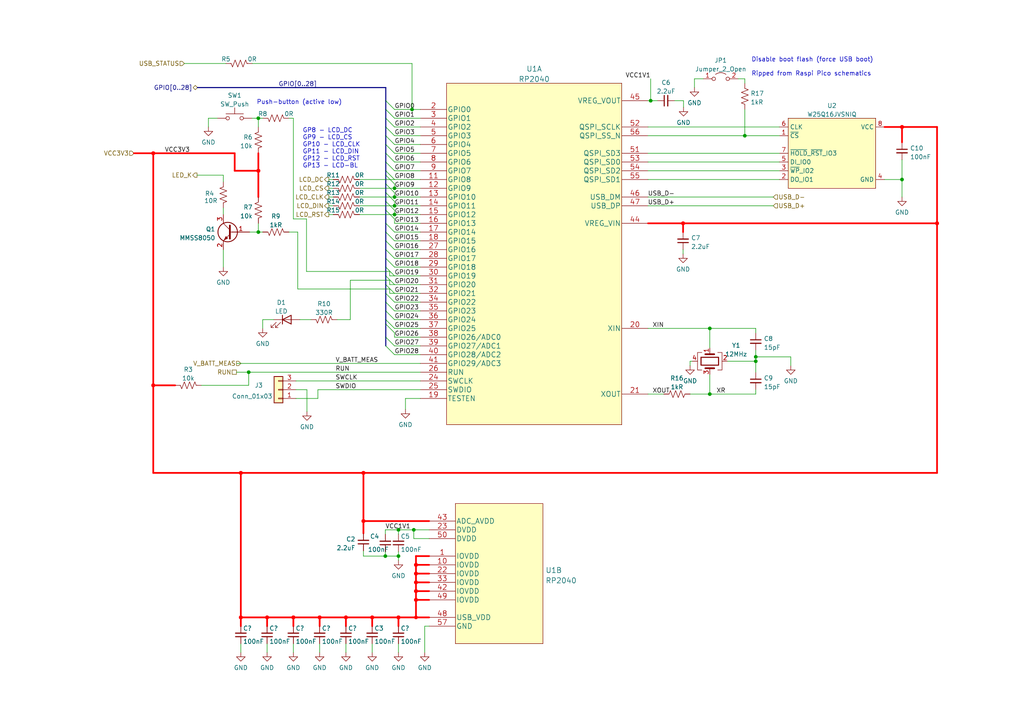
<source format=kicad_sch>
(kicad_sch (version 20211123) (generator eeschema)

  (uuid 9f950de5-3b95-413f-8b10-65f42edc870b)

  (paper "A4")

  (title_block
    (title "kt_sysadminBadge: RP2040 MCU")
    (rev "00")
    (company "Kairotronix")
  )

  (lib_symbols
    (symbol "Connector_Generic:Conn_01x03" (pin_names (offset 1.016) hide) (in_bom yes) (on_board yes)
      (property "Reference" "J" (id 0) (at 0 5.08 0)
        (effects (font (size 1.27 1.27)))
      )
      (property "Value" "Conn_01x03" (id 1) (at 0 -5.08 0)
        (effects (font (size 1.27 1.27)))
      )
      (property "Footprint" "" (id 2) (at 0 0 0)
        (effects (font (size 1.27 1.27)) hide)
      )
      (property "Datasheet" "~" (id 3) (at 0 0 0)
        (effects (font (size 1.27 1.27)) hide)
      )
      (property "ki_keywords" "connector" (id 4) (at 0 0 0)
        (effects (font (size 1.27 1.27)) hide)
      )
      (property "ki_description" "Generic connector, single row, 01x03, script generated (kicad-library-utils/schlib/autogen/connector/)" (id 5) (at 0 0 0)
        (effects (font (size 1.27 1.27)) hide)
      )
      (property "ki_fp_filters" "Connector*:*_1x??_*" (id 6) (at 0 0 0)
        (effects (font (size 1.27 1.27)) hide)
      )
      (symbol "Conn_01x03_1_1"
        (rectangle (start -1.27 -2.413) (end 0 -2.667)
          (stroke (width 0.1524) (type default) (color 0 0 0 0))
          (fill (type none))
        )
        (rectangle (start -1.27 0.127) (end 0 -0.127)
          (stroke (width 0.1524) (type default) (color 0 0 0 0))
          (fill (type none))
        )
        (rectangle (start -1.27 2.667) (end 0 2.413)
          (stroke (width 0.1524) (type default) (color 0 0 0 0))
          (fill (type none))
        )
        (rectangle (start -1.27 3.81) (end 1.27 -3.81)
          (stroke (width 0.254) (type default) (color 0 0 0 0))
          (fill (type background))
        )
        (pin passive line (at -5.08 2.54 0) (length 3.81)
          (name "Pin_1" (effects (font (size 1.27 1.27))))
          (number "1" (effects (font (size 1.27 1.27))))
        )
        (pin passive line (at -5.08 0 0) (length 3.81)
          (name "Pin_2" (effects (font (size 1.27 1.27))))
          (number "2" (effects (font (size 1.27 1.27))))
        )
        (pin passive line (at -5.08 -2.54 0) (length 3.81)
          (name "Pin_3" (effects (font (size 1.27 1.27))))
          (number "3" (effects (font (size 1.27 1.27))))
        )
      )
    )
    (symbol "Device:C_Small" (pin_numbers hide) (pin_names (offset 0.254) hide) (in_bom yes) (on_board yes)
      (property "Reference" "C" (id 0) (at 0.254 1.778 0)
        (effects (font (size 1.27 1.27)) (justify left))
      )
      (property "Value" "C_Small" (id 1) (at 0.254 -2.032 0)
        (effects (font (size 1.27 1.27)) (justify left))
      )
      (property "Footprint" "" (id 2) (at 0 0 0)
        (effects (font (size 1.27 1.27)) hide)
      )
      (property "Datasheet" "~" (id 3) (at 0 0 0)
        (effects (font (size 1.27 1.27)) hide)
      )
      (property "ki_keywords" "capacitor cap" (id 4) (at 0 0 0)
        (effects (font (size 1.27 1.27)) hide)
      )
      (property "ki_description" "Unpolarized capacitor, small symbol" (id 5) (at 0 0 0)
        (effects (font (size 1.27 1.27)) hide)
      )
      (property "ki_fp_filters" "C_*" (id 6) (at 0 0 0)
        (effects (font (size 1.27 1.27)) hide)
      )
      (symbol "C_Small_0_1"
        (polyline
          (pts
            (xy -1.524 -0.508)
            (xy 1.524 -0.508)
          )
          (stroke (width 0.3302) (type default) (color 0 0 0 0))
          (fill (type none))
        )
        (polyline
          (pts
            (xy -1.524 0.508)
            (xy 1.524 0.508)
          )
          (stroke (width 0.3048) (type default) (color 0 0 0 0))
          (fill (type none))
        )
      )
      (symbol "C_Small_1_1"
        (pin passive line (at 0 2.54 270) (length 2.032)
          (name "~" (effects (font (size 1.27 1.27))))
          (number "1" (effects (font (size 1.27 1.27))))
        )
        (pin passive line (at 0 -2.54 90) (length 2.032)
          (name "~" (effects (font (size 1.27 1.27))))
          (number "2" (effects (font (size 1.27 1.27))))
        )
      )
    )
    (symbol "Device:Crystal_GND24" (pin_names (offset 1.016) hide) (in_bom yes) (on_board yes)
      (property "Reference" "Y" (id 0) (at 3.175 5.08 0)
        (effects (font (size 1.27 1.27)) (justify left))
      )
      (property "Value" "Crystal_GND24" (id 1) (at 3.175 3.175 0)
        (effects (font (size 1.27 1.27)) (justify left))
      )
      (property "Footprint" "" (id 2) (at 0 0 0)
        (effects (font (size 1.27 1.27)) hide)
      )
      (property "Datasheet" "~" (id 3) (at 0 0 0)
        (effects (font (size 1.27 1.27)) hide)
      )
      (property "ki_keywords" "quartz ceramic resonator oscillator" (id 4) (at 0 0 0)
        (effects (font (size 1.27 1.27)) hide)
      )
      (property "ki_description" "Four pin crystal, GND on pins 2 and 4" (id 5) (at 0 0 0)
        (effects (font (size 1.27 1.27)) hide)
      )
      (property "ki_fp_filters" "Crystal*" (id 6) (at 0 0 0)
        (effects (font (size 1.27 1.27)) hide)
      )
      (symbol "Crystal_GND24_0_1"
        (rectangle (start -1.143 2.54) (end 1.143 -2.54)
          (stroke (width 0.3048) (type default) (color 0 0 0 0))
          (fill (type none))
        )
        (polyline
          (pts
            (xy -2.54 0)
            (xy -2.032 0)
          )
          (stroke (width 0) (type default) (color 0 0 0 0))
          (fill (type none))
        )
        (polyline
          (pts
            (xy -2.032 -1.27)
            (xy -2.032 1.27)
          )
          (stroke (width 0.508) (type default) (color 0 0 0 0))
          (fill (type none))
        )
        (polyline
          (pts
            (xy 0 -3.81)
            (xy 0 -3.556)
          )
          (stroke (width 0) (type default) (color 0 0 0 0))
          (fill (type none))
        )
        (polyline
          (pts
            (xy 0 3.556)
            (xy 0 3.81)
          )
          (stroke (width 0) (type default) (color 0 0 0 0))
          (fill (type none))
        )
        (polyline
          (pts
            (xy 2.032 -1.27)
            (xy 2.032 1.27)
          )
          (stroke (width 0.508) (type default) (color 0 0 0 0))
          (fill (type none))
        )
        (polyline
          (pts
            (xy 2.032 0)
            (xy 2.54 0)
          )
          (stroke (width 0) (type default) (color 0 0 0 0))
          (fill (type none))
        )
        (polyline
          (pts
            (xy -2.54 -2.286)
            (xy -2.54 -3.556)
            (xy 2.54 -3.556)
            (xy 2.54 -2.286)
          )
          (stroke (width 0) (type default) (color 0 0 0 0))
          (fill (type none))
        )
        (polyline
          (pts
            (xy -2.54 2.286)
            (xy -2.54 3.556)
            (xy 2.54 3.556)
            (xy 2.54 2.286)
          )
          (stroke (width 0) (type default) (color 0 0 0 0))
          (fill (type none))
        )
      )
      (symbol "Crystal_GND24_1_1"
        (pin passive line (at -3.81 0 0) (length 1.27)
          (name "1" (effects (font (size 1.27 1.27))))
          (number "1" (effects (font (size 1.27 1.27))))
        )
        (pin passive line (at 0 5.08 270) (length 1.27)
          (name "2" (effects (font (size 1.27 1.27))))
          (number "2" (effects (font (size 1.27 1.27))))
        )
        (pin passive line (at 3.81 0 180) (length 1.27)
          (name "3" (effects (font (size 1.27 1.27))))
          (number "3" (effects (font (size 1.27 1.27))))
        )
        (pin passive line (at 0 -5.08 90) (length 1.27)
          (name "4" (effects (font (size 1.27 1.27))))
          (number "4" (effects (font (size 1.27 1.27))))
        )
      )
    )
    (symbol "Device:LED" (pin_numbers hide) (pin_names (offset 1.016) hide) (in_bom yes) (on_board yes)
      (property "Reference" "D" (id 0) (at 0 2.54 0)
        (effects (font (size 1.27 1.27)))
      )
      (property "Value" "LED" (id 1) (at 0 -2.54 0)
        (effects (font (size 1.27 1.27)))
      )
      (property "Footprint" "" (id 2) (at 0 0 0)
        (effects (font (size 1.27 1.27)) hide)
      )
      (property "Datasheet" "~" (id 3) (at 0 0 0)
        (effects (font (size 1.27 1.27)) hide)
      )
      (property "ki_keywords" "LED diode" (id 4) (at 0 0 0)
        (effects (font (size 1.27 1.27)) hide)
      )
      (property "ki_description" "Light emitting diode" (id 5) (at 0 0 0)
        (effects (font (size 1.27 1.27)) hide)
      )
      (property "ki_fp_filters" "LED* LED_SMD:* LED_THT:*" (id 6) (at 0 0 0)
        (effects (font (size 1.27 1.27)) hide)
      )
      (symbol "LED_0_1"
        (polyline
          (pts
            (xy -1.27 -1.27)
            (xy -1.27 1.27)
          )
          (stroke (width 0.254) (type default) (color 0 0 0 0))
          (fill (type none))
        )
        (polyline
          (pts
            (xy -1.27 0)
            (xy 1.27 0)
          )
          (stroke (width 0) (type default) (color 0 0 0 0))
          (fill (type none))
        )
        (polyline
          (pts
            (xy 1.27 -1.27)
            (xy 1.27 1.27)
            (xy -1.27 0)
            (xy 1.27 -1.27)
          )
          (stroke (width 0.254) (type default) (color 0 0 0 0))
          (fill (type none))
        )
        (polyline
          (pts
            (xy -3.048 -0.762)
            (xy -4.572 -2.286)
            (xy -3.81 -2.286)
            (xy -4.572 -2.286)
            (xy -4.572 -1.524)
          )
          (stroke (width 0) (type default) (color 0 0 0 0))
          (fill (type none))
        )
        (polyline
          (pts
            (xy -1.778 -0.762)
            (xy -3.302 -2.286)
            (xy -2.54 -2.286)
            (xy -3.302 -2.286)
            (xy -3.302 -1.524)
          )
          (stroke (width 0) (type default) (color 0 0 0 0))
          (fill (type none))
        )
      )
      (symbol "LED_1_1"
        (pin passive line (at -3.81 0 0) (length 2.54)
          (name "K" (effects (font (size 1.27 1.27))))
          (number "1" (effects (font (size 1.27 1.27))))
        )
        (pin passive line (at 3.81 0 180) (length 2.54)
          (name "A" (effects (font (size 1.27 1.27))))
          (number "2" (effects (font (size 1.27 1.27))))
        )
      )
    )
    (symbol "Device:R_US" (pin_numbers hide) (pin_names (offset 0)) (in_bom yes) (on_board yes)
      (property "Reference" "R" (id 0) (at 2.54 0 90)
        (effects (font (size 1.27 1.27)))
      )
      (property "Value" "R_US" (id 1) (at -2.54 0 90)
        (effects (font (size 1.27 1.27)))
      )
      (property "Footprint" "" (id 2) (at 1.016 -0.254 90)
        (effects (font (size 1.27 1.27)) hide)
      )
      (property "Datasheet" "~" (id 3) (at 0 0 0)
        (effects (font (size 1.27 1.27)) hide)
      )
      (property "ki_keywords" "R res resistor" (id 4) (at 0 0 0)
        (effects (font (size 1.27 1.27)) hide)
      )
      (property "ki_description" "Resistor, US symbol" (id 5) (at 0 0 0)
        (effects (font (size 1.27 1.27)) hide)
      )
      (property "ki_fp_filters" "R_*" (id 6) (at 0 0 0)
        (effects (font (size 1.27 1.27)) hide)
      )
      (symbol "R_US_0_1"
        (polyline
          (pts
            (xy 0 -2.286)
            (xy 0 -2.54)
          )
          (stroke (width 0) (type default) (color 0 0 0 0))
          (fill (type none))
        )
        (polyline
          (pts
            (xy 0 2.286)
            (xy 0 2.54)
          )
          (stroke (width 0) (type default) (color 0 0 0 0))
          (fill (type none))
        )
        (polyline
          (pts
            (xy 0 -0.762)
            (xy 1.016 -1.143)
            (xy 0 -1.524)
            (xy -1.016 -1.905)
            (xy 0 -2.286)
          )
          (stroke (width 0) (type default) (color 0 0 0 0))
          (fill (type none))
        )
        (polyline
          (pts
            (xy 0 0.762)
            (xy 1.016 0.381)
            (xy 0 0)
            (xy -1.016 -0.381)
            (xy 0 -0.762)
          )
          (stroke (width 0) (type default) (color 0 0 0 0))
          (fill (type none))
        )
        (polyline
          (pts
            (xy 0 2.286)
            (xy 1.016 1.905)
            (xy 0 1.524)
            (xy -1.016 1.143)
            (xy 0 0.762)
          )
          (stroke (width 0) (type default) (color 0 0 0 0))
          (fill (type none))
        )
      )
      (symbol "R_US_1_1"
        (pin passive line (at 0 3.81 270) (length 1.27)
          (name "~" (effects (font (size 1.27 1.27))))
          (number "1" (effects (font (size 1.27 1.27))))
        )
        (pin passive line (at 0 -3.81 90) (length 1.27)
          (name "~" (effects (font (size 1.27 1.27))))
          (number "2" (effects (font (size 1.27 1.27))))
        )
      )
    )
    (symbol "Jumper:Jumper_2_Open" (pin_names (offset 0) hide) (in_bom yes) (on_board yes)
      (property "Reference" "JP" (id 0) (at 0 2.794 0)
        (effects (font (size 1.27 1.27)))
      )
      (property "Value" "Jumper_2_Open" (id 1) (at 0 -2.286 0)
        (effects (font (size 1.27 1.27)))
      )
      (property "Footprint" "" (id 2) (at 0 0 0)
        (effects (font (size 1.27 1.27)) hide)
      )
      (property "Datasheet" "~" (id 3) (at 0 0 0)
        (effects (font (size 1.27 1.27)) hide)
      )
      (property "ki_keywords" "Jumper SPST" (id 4) (at 0 0 0)
        (effects (font (size 1.27 1.27)) hide)
      )
      (property "ki_description" "Jumper, 2-pole, open" (id 5) (at 0 0 0)
        (effects (font (size 1.27 1.27)) hide)
      )
      (property "ki_fp_filters" "Jumper* TestPoint*2Pads* TestPoint*Bridge*" (id 6) (at 0 0 0)
        (effects (font (size 1.27 1.27)) hide)
      )
      (symbol "Jumper_2_Open_0_0"
        (circle (center -2.032 0) (radius 0.508)
          (stroke (width 0) (type default) (color 0 0 0 0))
          (fill (type none))
        )
        (circle (center 2.032 0) (radius 0.508)
          (stroke (width 0) (type default) (color 0 0 0 0))
          (fill (type none))
        )
      )
      (symbol "Jumper_2_Open_0_1"
        (arc (start 1.524 1.27) (mid 0 1.778) (end -1.524 1.27)
          (stroke (width 0) (type default) (color 0 0 0 0))
          (fill (type none))
        )
      )
      (symbol "Jumper_2_Open_1_1"
        (pin passive line (at -5.08 0 0) (length 2.54)
          (name "A" (effects (font (size 1.27 1.27))))
          (number "1" (effects (font (size 1.27 1.27))))
        )
        (pin passive line (at 5.08 0 180) (length 2.54)
          (name "B" (effects (font (size 1.27 1.27))))
          (number "2" (effects (font (size 1.27 1.27))))
        )
      )
    )
    (symbol "MCU_RaspberryPi:RP2040" (pin_names (offset 0.254)) (in_bom yes) (on_board yes)
      (property "Reference" "U" (id 0) (at 33.02 12.7 0)
        (effects (font (size 1.524 1.524)))
      )
      (property "Value" "RP2040" (id 1) (at 33.02 10.16 0)
        (effects (font (size 1.524 1.524)))
      )
      (property "Footprint" "Package_DFN_QFN:IC57_RP2040" (id 2) (at 33.02 8.636 0)
        (effects (font (size 1.524 1.524)) hide)
      )
      (property "Datasheet" "https://datasheets.raspberrypi.com/rp2040/rp2040-datasheet.pdf" (id 3) (at 38.1 -93.98 0)
        (effects (font (size 1.524 1.524)) hide)
      )
      (property "ki_locked" "" (id 4) (at 0 0 0)
        (effects (font (size 1.27 1.27)))
      )
      (property "ki_fp_filters" "IC57_RP2040 IC57_RP2040-M IC57_RP2040-L" (id 5) (at 0 0 0)
        (effects (font (size 1.27 1.27)) hide)
      )
      (symbol "RP2040_1_1"
        (rectangle (start 7.62 7.62) (end 58.42 -91.44)
          (stroke (width 0.1524) (type default) (color 0 0 0 0))
          (fill (type background))
        )
        (pin bidirectional line (at 0 -20.32 0) (length 7.62)
          (name "GPIO8" (effects (font (size 1.4986 1.4986))))
          (number "11" (effects (font (size 1.4986 1.4986))))
        )
        (pin bidirectional line (at 0 -22.86 0) (length 7.62)
          (name "GPIO9" (effects (font (size 1.4986 1.4986))))
          (number "12" (effects (font (size 1.4986 1.4986))))
        )
        (pin bidirectional line (at 0 -25.4 0) (length 7.62)
          (name "GPIO10" (effects (font (size 1.4986 1.4986))))
          (number "13" (effects (font (size 1.4986 1.4986))))
        )
        (pin bidirectional line (at 0 -27.94 0) (length 7.62)
          (name "GPIO11" (effects (font (size 1.4986 1.4986))))
          (number "14" (effects (font (size 1.4986 1.4986))))
        )
        (pin bidirectional line (at 0 -30.48 0) (length 7.62)
          (name "GPIO12" (effects (font (size 1.4986 1.4986))))
          (number "15" (effects (font (size 1.4986 1.4986))))
        )
        (pin bidirectional line (at 0 -33.02 0) (length 7.62)
          (name "GPIO13" (effects (font (size 1.4986 1.4986))))
          (number "16" (effects (font (size 1.4986 1.4986))))
        )
        (pin bidirectional line (at 0 -35.56 0) (length 7.62)
          (name "GPIO14" (effects (font (size 1.4986 1.4986))))
          (number "17" (effects (font (size 1.4986 1.4986))))
        )
        (pin bidirectional line (at 0 -38.1 0) (length 7.62)
          (name "GPIO15" (effects (font (size 1.4986 1.4986))))
          (number "18" (effects (font (size 1.4986 1.4986))))
        )
        (pin unspecified line (at 0 -83.82 0) (length 7.62)
          (name "TESTEN" (effects (font (size 1.4986 1.4986))))
          (number "19" (effects (font (size 1.4986 1.4986))))
        )
        (pin bidirectional line (at 0 0 0) (length 7.62)
          (name "GPIO0" (effects (font (size 1.4986 1.4986))))
          (number "2" (effects (font (size 1.4986 1.4986))))
        )
        (pin unspecified line (at 66.04 -63.5 180) (length 7.62)
          (name "XIN" (effects (font (size 1.4986 1.4986))))
          (number "20" (effects (font (size 1.4986 1.4986))))
        )
        (pin output line (at 66.04 -82.55 180) (length 7.62)
          (name "XOUT" (effects (font (size 1.4986 1.4986))))
          (number "21" (effects (font (size 1.4986 1.4986))))
        )
        (pin unspecified line (at 0 -78.74 0) (length 7.62)
          (name "SWCLK" (effects (font (size 1.4986 1.4986))))
          (number "24" (effects (font (size 1.4986 1.4986))))
        )
        (pin unspecified line (at 0 -81.28 0) (length 7.62)
          (name "SWDIO" (effects (font (size 1.4986 1.4986))))
          (number "25" (effects (font (size 1.4986 1.4986))))
        )
        (pin unspecified line (at 0 -76.2 0) (length 7.62)
          (name "RUN" (effects (font (size 1.4986 1.4986))))
          (number "26" (effects (font (size 1.4986 1.4986))))
        )
        (pin bidirectional line (at 0 -40.64 0) (length 7.62)
          (name "GPIO16" (effects (font (size 1.4986 1.4986))))
          (number "27" (effects (font (size 1.4986 1.4986))))
        )
        (pin bidirectional line (at 0 -43.18 0) (length 7.62)
          (name "GPIO17" (effects (font (size 1.4986 1.4986))))
          (number "28" (effects (font (size 1.4986 1.4986))))
        )
        (pin bidirectional line (at 0 -45.72 0) (length 7.62)
          (name "GPIO18" (effects (font (size 1.4986 1.4986))))
          (number "29" (effects (font (size 1.4986 1.4986))))
        )
        (pin bidirectional line (at 0 -2.54 0) (length 7.62)
          (name "GPIO1" (effects (font (size 1.4986 1.4986))))
          (number "3" (effects (font (size 1.4986 1.4986))))
        )
        (pin bidirectional line (at 0 -48.26 0) (length 7.62)
          (name "GPIO19" (effects (font (size 1.4986 1.4986))))
          (number "30" (effects (font (size 1.4986 1.4986))))
        )
        (pin bidirectional line (at 0 -50.8 0) (length 7.62)
          (name "GPIO20" (effects (font (size 1.4986 1.4986))))
          (number "31" (effects (font (size 1.4986 1.4986))))
        )
        (pin bidirectional line (at 0 -53.34 0) (length 7.62)
          (name "GPIO21" (effects (font (size 1.4986 1.4986))))
          (number "32" (effects (font (size 1.4986 1.4986))))
        )
        (pin bidirectional line (at 0 -55.88 0) (length 7.62)
          (name "GPIO22" (effects (font (size 1.4986 1.4986))))
          (number "34" (effects (font (size 1.4986 1.4986))))
        )
        (pin bidirectional line (at 0 -58.42 0) (length 7.62)
          (name "GPIO23" (effects (font (size 1.4986 1.4986))))
          (number "35" (effects (font (size 1.4986 1.4986))))
        )
        (pin bidirectional line (at 0 -60.96 0) (length 7.62)
          (name "GPIO24" (effects (font (size 1.4986 1.4986))))
          (number "36" (effects (font (size 1.4986 1.4986))))
        )
        (pin bidirectional line (at 0 -63.5 0) (length 7.62)
          (name "GPIO25" (effects (font (size 1.4986 1.4986))))
          (number "37" (effects (font (size 1.4986 1.4986))))
        )
        (pin bidirectional line (at 0 -66.04 0) (length 7.62)
          (name "GPIO26/ADC0" (effects (font (size 1.4986 1.4986))))
          (number "38" (effects (font (size 1.4986 1.4986))))
        )
        (pin bidirectional line (at 0 -68.58 0) (length 7.62)
          (name "GPIO27/ADC1" (effects (font (size 1.4986 1.4986))))
          (number "39" (effects (font (size 1.4986 1.4986))))
        )
        (pin bidirectional line (at 0 -5.08 0) (length 7.62)
          (name "GPIO2" (effects (font (size 1.4986 1.4986))))
          (number "4" (effects (font (size 1.4986 1.4986))))
        )
        (pin bidirectional line (at 0 -71.12 0) (length 7.62)
          (name "GPIO28/ADC2" (effects (font (size 1.4986 1.4986))))
          (number "40" (effects (font (size 1.4986 1.4986))))
        )
        (pin bidirectional line (at 0 -73.66 0) (length 7.62)
          (name "GPIO29/ADC3" (effects (font (size 1.4986 1.4986))))
          (number "41" (effects (font (size 1.4986 1.4986))))
        )
        (pin unspecified line (at 66.04 -33.02 180) (length 7.62)
          (name "VREG_VIN" (effects (font (size 1.4986 1.4986))))
          (number "44" (effects (font (size 1.4986 1.4986))))
        )
        (pin output line (at 66.04 2.54 180) (length 7.62)
          (name "VREG_VOUT" (effects (font (size 1.4986 1.4986))))
          (number "45" (effects (font (size 1.4986 1.4986))))
        )
        (pin unspecified line (at 66.04 -25.4 180) (length 7.62)
          (name "USB_DM" (effects (font (size 1.4986 1.4986))))
          (number "46" (effects (font (size 1.4986 1.4986))))
        )
        (pin unspecified line (at 66.04 -27.94 180) (length 7.62)
          (name "USB_DP" (effects (font (size 1.4986 1.4986))))
          (number "47" (effects (font (size 1.4986 1.4986))))
        )
        (pin bidirectional line (at 0 -7.62 0) (length 7.62)
          (name "GPIO3" (effects (font (size 1.4986 1.4986))))
          (number "5" (effects (font (size 1.4986 1.4986))))
        )
        (pin bidirectional line (at 66.04 -12.7 180) (length 7.62)
          (name "QSPI_SD3" (effects (font (size 1.4986 1.4986))))
          (number "51" (effects (font (size 1.4986 1.4986))))
        )
        (pin unspecified line (at 66.04 -5.08 180) (length 7.62)
          (name "QSPI_SCLK" (effects (font (size 1.4986 1.4986))))
          (number "52" (effects (font (size 1.4986 1.4986))))
        )
        (pin bidirectional line (at 66.04 -15.24 180) (length 7.62)
          (name "QSPI_SD0" (effects (font (size 1.4986 1.4986))))
          (number "53" (effects (font (size 1.4986 1.4986))))
        )
        (pin bidirectional line (at 66.04 -17.78 180) (length 7.62)
          (name "QSPI_SD2" (effects (font (size 1.4986 1.4986))))
          (number "54" (effects (font (size 1.4986 1.4986))))
        )
        (pin bidirectional line (at 66.04 -20.32 180) (length 7.62)
          (name "QSPI_SD1" (effects (font (size 1.4986 1.4986))))
          (number "55" (effects (font (size 1.4986 1.4986))))
        )
        (pin unspecified line (at 66.04 -7.62 180) (length 7.62)
          (name "QSPI_SS_N" (effects (font (size 1.4986 1.4986))))
          (number "56" (effects (font (size 1.4986 1.4986))))
        )
        (pin bidirectional line (at 0 -10.16 0) (length 7.62)
          (name "GPIO4" (effects (font (size 1.4986 1.4986))))
          (number "6" (effects (font (size 1.4986 1.4986))))
        )
        (pin bidirectional line (at 0 -12.7 0) (length 7.62)
          (name "GPIO5" (effects (font (size 1.4986 1.4986))))
          (number "7" (effects (font (size 1.4986 1.4986))))
        )
        (pin bidirectional line (at 0 -15.24 0) (length 7.62)
          (name "GPIO6" (effects (font (size 1.4986 1.4986))))
          (number "8" (effects (font (size 1.4986 1.4986))))
        )
        (pin bidirectional line (at 0 -17.78 0) (length 7.62)
          (name "GPIO7" (effects (font (size 1.4986 1.4986))))
          (number "9" (effects (font (size 1.4986 1.4986))))
        )
      )
      (symbol "RP2040_2_1"
        (rectangle (start 7.62 5.08) (end 33.02 -35.56)
          (stroke (width 0.1524) (type default) (color 0 0 0 0))
          (fill (type background))
        )
        (pin power_in line (at 0 -10.16 0) (length 7.62)
          (name "IOVDD" (effects (font (size 1.4986 1.4986))))
          (number "1" (effects (font (size 1.4986 1.4986))))
        )
        (pin power_in line (at 0 -12.7 0) (length 7.62)
          (name "IOVDD" (effects (font (size 1.4986 1.4986))))
          (number "10" (effects (font (size 1.4986 1.4986))))
        )
        (pin power_in line (at 0 -15.24 0) (length 7.62)
          (name "IOVDD" (effects (font (size 1.4986 1.4986))))
          (number "22" (effects (font (size 1.4986 1.4986))))
        )
        (pin power_in line (at 0 -2.54 0) (length 7.62)
          (name "DVDD" (effects (font (size 1.4986 1.4986))))
          (number "23" (effects (font (size 1.4986 1.4986))))
        )
        (pin power_in line (at 0 -17.78 0) (length 7.62)
          (name "IOVDD" (effects (font (size 1.4986 1.4986))))
          (number "33" (effects (font (size 1.4986 1.4986))))
        )
        (pin power_in line (at 0 -20.32 0) (length 7.62)
          (name "IOVDD" (effects (font (size 1.4986 1.4986))))
          (number "42" (effects (font (size 1.4986 1.4986))))
        )
        (pin power_in line (at 0 0 0) (length 7.62)
          (name "ADC_AVDD" (effects (font (size 1.4986 1.4986))))
          (number "43" (effects (font (size 1.4986 1.4986))))
        )
        (pin power_in line (at 0 -27.94 0) (length 7.62)
          (name "USB_VDD" (effects (font (size 1.4986 1.4986))))
          (number "48" (effects (font (size 1.4986 1.4986))))
        )
        (pin power_in line (at 0 -22.86 0) (length 7.62)
          (name "IOVDD" (effects (font (size 1.4986 1.4986))))
          (number "49" (effects (font (size 1.4986 1.4986))))
        )
        (pin power_in line (at 0 -5.08 0) (length 7.62)
          (name "DVDD" (effects (font (size 1.4986 1.4986))))
          (number "50" (effects (font (size 1.4986 1.4986))))
        )
        (pin power_in line (at 0 -30.48 0) (length 7.62)
          (name "GND" (effects (font (size 1.4986 1.4986))))
          (number "57" (effects (font (size 1.4986 1.4986))))
        )
      )
    )
    (symbol "Memory_Flash:W25Q16JVSNIQ" (in_bom yes) (on_board yes)
      (property "Reference" "U" (id 0) (at 0 13.97 0)
        (effects (font (size 1.27 1.27)))
      )
      (property "Value" "W25Q16JVSNIQ" (id 1) (at 0 11.43 0)
        (effects (font (size 1.27 1.27)))
      )
      (property "Footprint" "Package_SO:SOIC-8_3.9x4.9mm_P1.27mm" (id 2) (at 0 17.78 0)
        (effects (font (size 1.27 1.27)) hide)
      )
      (property "Datasheet" "https://www.winbond.com/resource-files/w25q16jv%20spi%20revg%2003222018%20plus.pdf" (id 3) (at 0 17.78 0)
        (effects (font (size 1.27 1.27)) hide)
      )
      (symbol "W25Q16JVSNIQ_0_0"
        (pin unspecified line (at 15.24 5.08 180) (length 2.54)
          (name "~{CS}" (effects (font (size 1.27 1.27))))
          (number "1" (effects (font (size 1.27 1.27))))
        )
        (pin unspecified line (at 15.24 -7.62 180) (length 2.54)
          (name "DO_IO1" (effects (font (size 1.27 1.27))))
          (number "2" (effects (font (size 1.27 1.27))))
        )
        (pin unspecified line (at 15.24 -5.08 180) (length 2.54)
          (name "~{WP}_IO2" (effects (font (size 1.27 1.27))))
          (number "3" (effects (font (size 1.27 1.27))))
        )
        (pin unspecified line (at -15.24 -7.62 0) (length 2.54)
          (name "GND" (effects (font (size 1.27 1.27))))
          (number "4" (effects (font (size 1.27 1.27))))
        )
        (pin unspecified line (at 15.24 -2.54 180) (length 2.54)
          (name "DI_IO0" (effects (font (size 1.27 1.27))))
          (number "5" (effects (font (size 1.27 1.27))))
        )
        (pin unspecified line (at 15.24 7.62 180) (length 2.54)
          (name "CLK" (effects (font (size 1.27 1.27))))
          (number "6" (effects (font (size 1.27 1.27))))
        )
        (pin unspecified line (at 15.24 0 180) (length 2.54)
          (name "~{HOLD}_~{RST}_IO3" (effects (font (size 1.27 1.27))))
          (number "7" (effects (font (size 1.27 1.27))))
        )
        (pin unspecified line (at -15.24 7.62 0) (length 2.54)
          (name "VCC" (effects (font (size 1.27 1.27))))
          (number "8" (effects (font (size 1.27 1.27))))
        )
      )
      (symbol "W25Q16JVSNIQ_0_1"
        (rectangle (start -12.7 10.16) (end 12.7 -10.16)
          (stroke (width 0.1524) (type default) (color 0 0 0 0))
          (fill (type background))
        )
      )
    )
    (symbol "Switch:SW_Push" (pin_numbers hide) (pin_names (offset 1.016) hide) (in_bom yes) (on_board yes)
      (property "Reference" "SW" (id 0) (at 1.27 2.54 0)
        (effects (font (size 1.27 1.27)) (justify left))
      )
      (property "Value" "SW_Push" (id 1) (at 0 -1.524 0)
        (effects (font (size 1.27 1.27)))
      )
      (property "Footprint" "" (id 2) (at 0 5.08 0)
        (effects (font (size 1.27 1.27)) hide)
      )
      (property "Datasheet" "~" (id 3) (at 0 5.08 0)
        (effects (font (size 1.27 1.27)) hide)
      )
      (property "ki_keywords" "switch normally-open pushbutton push-button" (id 4) (at 0 0 0)
        (effects (font (size 1.27 1.27)) hide)
      )
      (property "ki_description" "Push button switch, generic, two pins" (id 5) (at 0 0 0)
        (effects (font (size 1.27 1.27)) hide)
      )
      (symbol "SW_Push_0_1"
        (circle (center -2.032 0) (radius 0.508)
          (stroke (width 0) (type default) (color 0 0 0 0))
          (fill (type none))
        )
        (polyline
          (pts
            (xy 0 1.27)
            (xy 0 3.048)
          )
          (stroke (width 0) (type default) (color 0 0 0 0))
          (fill (type none))
        )
        (polyline
          (pts
            (xy 2.54 1.27)
            (xy -2.54 1.27)
          )
          (stroke (width 0) (type default) (color 0 0 0 0))
          (fill (type none))
        )
        (circle (center 2.032 0) (radius 0.508)
          (stroke (width 0) (type default) (color 0 0 0 0))
          (fill (type none))
        )
        (pin passive line (at -5.08 0 0) (length 2.54)
          (name "1" (effects (font (size 1.27 1.27))))
          (number "1" (effects (font (size 1.27 1.27))))
        )
        (pin passive line (at 5.08 0 180) (length 2.54)
          (name "2" (effects (font (size 1.27 1.27))))
          (number "2" (effects (font (size 1.27 1.27))))
        )
      )
    )
    (symbol "Transistor_BJT:MMSS8050" (pin_names (offset 0) hide) (in_bom yes) (on_board yes)
      (property "Reference" "Q" (id 0) (at 5.08 1.905 0)
        (effects (font (size 1.27 1.27)) (justify left))
      )
      (property "Value" "MMSS8050" (id 1) (at 5.08 0 0)
        (effects (font (size 1.27 1.27)) (justify left))
      )
      (property "Footprint" "Package_TO_SOT_SMD:SC-59_Handsoldering" (id 2) (at 5.08 -1.905 0)
        (effects (font (size 1.27 1.27) italic) (justify left) hide)
      )
      (property "Datasheet" "https://www.mccsemi.com/pdf/Products/MMSS8050(SOT-23).pdf" (id 3) (at 0 0 0)
        (effects (font (size 1.27 1.27)) (justify left) hide)
      )
      (property "ki_keywords" "S8050 NPN Low Voltage High Current Transistor" (id 4) (at 0 0 0)
        (effects (font (size 1.27 1.27)) hide)
      )
      (property "ki_description" "0.7A Ic, 20V Vce, Low Voltage High Current NPN Transistor, TO-92" (id 5) (at 0 0 0)
        (effects (font (size 1.27 1.27)) hide)
      )
      (property "ki_fp_filters" "TO?92*" (id 6) (at 0 0 0)
        (effects (font (size 1.27 1.27)) hide)
      )
      (symbol "MMSS8050_0_1"
        (polyline
          (pts
            (xy 0 0)
            (xy 0.635 0)
          )
          (stroke (width 0) (type default) (color 0 0 0 0))
          (fill (type none))
        )
        (polyline
          (pts
            (xy 0.635 0.635)
            (xy 2.54 2.54)
          )
          (stroke (width 0) (type default) (color 0 0 0 0))
          (fill (type none))
        )
        (polyline
          (pts
            (xy 0.635 -0.635)
            (xy 2.54 -2.54)
            (xy 2.54 -2.54)
          )
          (stroke (width 0) (type default) (color 0 0 0 0))
          (fill (type none))
        )
        (polyline
          (pts
            (xy 0.635 1.905)
            (xy 0.635 -1.905)
            (xy 0.635 -1.905)
          )
          (stroke (width 0.508) (type default) (color 0 0 0 0))
          (fill (type none))
        )
        (polyline
          (pts
            (xy 1.27 -1.778)
            (xy 1.778 -1.27)
            (xy 2.286 -2.286)
            (xy 1.27 -1.778)
            (xy 1.27 -1.778)
          )
          (stroke (width 0) (type default) (color 0 0 0 0))
          (fill (type outline))
        )
        (circle (center 1.27 0) (radius 2.8194)
          (stroke (width 0.254) (type default) (color 0 0 0 0))
          (fill (type none))
        )
      )
      (symbol "MMSS8050_1_1"
        (pin input line (at -5.08 0 0) (length 5.08)
          (name "B" (effects (font (size 1.27 1.27))))
          (number "1" (effects (font (size 1.27 1.27))))
        )
        (pin passive line (at 2.54 -5.08 90) (length 2.54)
          (name "E" (effects (font (size 1.27 1.27))))
          (number "2" (effects (font (size 1.27 1.27))))
        )
        (pin passive line (at 2.54 5.08 270) (length 2.54)
          (name "C" (effects (font (size 1.27 1.27))))
          (number "3" (effects (font (size 1.27 1.27))))
        )
      )
    )
    (symbol "power:GND" (power) (pin_names (offset 0)) (in_bom yes) (on_board yes)
      (property "Reference" "#PWR" (id 0) (at 0 -6.35 0)
        (effects (font (size 1.27 1.27)) hide)
      )
      (property "Value" "GND" (id 1) (at 0 -3.81 0)
        (effects (font (size 1.27 1.27)))
      )
      (property "Footprint" "" (id 2) (at 0 0 0)
        (effects (font (size 1.27 1.27)) hide)
      )
      (property "Datasheet" "" (id 3) (at 0 0 0)
        (effects (font (size 1.27 1.27)) hide)
      )
      (property "ki_keywords" "power-flag" (id 4) (at 0 0 0)
        (effects (font (size 1.27 1.27)) hide)
      )
      (property "ki_description" "Power symbol creates a global label with name \"GND\" , ground" (id 5) (at 0 0 0)
        (effects (font (size 1.27 1.27)) hide)
      )
      (symbol "GND_0_1"
        (polyline
          (pts
            (xy 0 0)
            (xy 0 -1.27)
            (xy 1.27 -1.27)
            (xy 0 -2.54)
            (xy -1.27 -1.27)
            (xy 0 -1.27)
          )
          (stroke (width 0) (type default) (color 0 0 0 0))
          (fill (type none))
        )
      )
      (symbol "GND_1_1"
        (pin power_in line (at 0 0 270) (length 0) hide
          (name "GND" (effects (font (size 1.27 1.27))))
          (number "1" (effects (font (size 1.27 1.27))))
        )
      )
    )
  )

  (junction (at 85.09 179.07) (diameter 1) (color 255 0 0 1)
    (uuid 0956e21d-2634-4866-abe1-762c19f57c2a)
  )
  (junction (at 92.71 179.07) (diameter 1) (color 255 0 0 1)
    (uuid 0d674e20-f0f0-4d86-8c83-14381a4a505d)
  )
  (junction (at 105.41 151.13) (diameter 1) (color 255 0 0 1)
    (uuid 0fbe001b-93a0-4768-a765-00c00afa5a38)
  )
  (junction (at 271.78 64.77) (diameter 1) (color 255 0 0 1)
    (uuid 10756945-6393-4669-b564-c0379f954eb5)
  )
  (junction (at 219.202 103.505) (diameter 0) (color 0 0 0 0)
    (uuid 1d43c733-bedb-42f9-be0d-0f330e74f1ca)
  )
  (junction (at 44.45 111.76) (diameter 1) (color 255 0 0 1)
    (uuid 1d954c8a-d535-4440-b8e5-6465f69b7c77)
  )
  (junction (at 100.33 179.07) (diameter 1) (color 255 0 0 1)
    (uuid 1ecc0996-8d95-41d3-9466-ac60cc325d59)
  )
  (junction (at 111.76 161.29) (diameter 0) (color 0 0 0 0)
    (uuid 2f5c82d4-1f13-4d5f-9d5f-7028fc7f2a49)
  )
  (junction (at 205.867 95.25) (diameter 0) (color 0 0 0 0)
    (uuid 3b94a4e7-f30f-4442-aa51-4b8175ec714c)
  )
  (junction (at 120.65 171.45) (diameter 1) (color 255 0 0 1)
    (uuid 42d46c15-1d78-44c1-a6bf-12e6b2ddf444)
  )
  (junction (at 115.57 161.29) (diameter 0) (color 0 0 0 0)
    (uuid 4423359d-a2cb-4d96-82a3-3a03545761c9)
  )
  (junction (at 261.62 52.07) (diameter 0) (color 0 0 0 0)
    (uuid 44df55da-2ed5-47d6-be26-b3e8546cf795)
  )
  (junction (at 72.136 107.95) (diameter 0) (color 0 0 0 0)
    (uuid 4e9a5a63-3097-47ac-8b58-363ffce8add0)
  )
  (junction (at 120.65 168.91) (diameter 1) (color 255 0 0 1)
    (uuid 5122fbe2-464a-48ba-b8c1-ca7801be3648)
  )
  (junction (at 114.427 59.69) (diameter 0) (color 0 0 0 0)
    (uuid 59c2d3f0-9e0e-4415-907b-e0a383372656)
  )
  (junction (at 115.57 179.07) (diameter 1) (color 255 0 0 1)
    (uuid 59edf73f-daad-48b3-8c04-684178f670fa)
  )
  (junction (at 120.015 153.67) (diameter 0) (color 0 0 0 0)
    (uuid 5a6b2454-d08c-42d5-b2e5-71241f0447f2)
  )
  (junction (at 205.867 114.3) (diameter 0) (color 0 0 0 0)
    (uuid 715b96a1-01f6-4744-8612-894d0c493c73)
  )
  (junction (at 74.93 49.53) (diameter 1) (color 255 0 0 1)
    (uuid 768422ca-1e63-46fd-8333-e98f064fbdbb)
  )
  (junction (at 114.427 62.23) (diameter 0) (color 0 0 0 0)
    (uuid 794737ef-5ca0-4480-bd30-5faaf54b6f1d)
  )
  (junction (at 216.027 39.37) (diameter 0) (color 0 0 0 0)
    (uuid 8526c1fe-daea-401d-879f-daedfe46c412)
  )
  (junction (at 44.45 44.45) (diameter 1) (color 255 0 0 1)
    (uuid 87ec1549-f2f7-4097-a4c5-1f73c3364c6e)
  )
  (junction (at 105.41 137.16) (diameter 1) (color 255 0 0 1)
    (uuid 8d8e9269-f0b8-4638-be5d-a3b97af46c2b)
  )
  (junction (at 261.62 36.83) (diameter 1) (color 255 0 0 1)
    (uuid 9f832236-6b12-434e-8a4a-48c31bfe5c84)
  )
  (junction (at 120.65 179.07) (diameter 0) (color 255 0 0 1)
    (uuid a2fd471d-3e12-476d-a5a0-90a04dca364c)
  )
  (junction (at 107.95 179.07) (diameter 1) (color 255 0 0 1)
    (uuid a6c0d117-eda3-4bdd-aeef-926de34c4250)
  )
  (junction (at 120.65 166.37) (diameter 1) (color 255 0 0 1)
    (uuid ab05c94e-fc4e-428e-bd93-1fe2b6a41c8e)
  )
  (junction (at 115.57 153.67) (diameter 0) (color 0 0 0 0)
    (uuid acde784f-d6ad-4a00-8742-ace918a02069)
  )
  (junction (at 114.427 57.15) (diameter 0) (color 0 0 0 0)
    (uuid b7056aa4-9ece-4efb-907a-7b8faeb7309e)
  )
  (junction (at 119.507 31.75) (diameter 0) (color 0 0 0 0)
    (uuid b993f979-a96d-4efb-9fa5-47daa943d50b)
  )
  (junction (at 219.202 104.775) (diameter 0) (color 0 0 0 0)
    (uuid baadb207-9951-4006-ac52-ec0e4b68ce9f)
  )
  (junction (at 188.722 29.21) (diameter 0) (color 0 0 0 0)
    (uuid c201b981-7514-410e-b942-d307c4180dcc)
  )
  (junction (at 74.93 67.31) (diameter 0) (color 0 0 0 0)
    (uuid c20b8315-0556-4702-bb8a-67e1d8ba54ef)
  )
  (junction (at 69.85 179.07) (diameter 1) (color 255 0 0 1)
    (uuid c3157c71-73ae-409a-9109-2390bd893c20)
  )
  (junction (at 114.427 54.61) (diameter 0) (color 0 0 0 0)
    (uuid c65a0c11-ef9e-42fe-b965-0fe9d4b20d8a)
  )
  (junction (at 69.85 137.16) (diameter 1) (color 255 0 0 1)
    (uuid cf734a7a-7cdb-4c28-9606-a316982299d3)
  )
  (junction (at 120.65 163.83) (diameter 1) (color 255 0 0 1)
    (uuid d490a01a-1366-462c-bc92-5a18044258bf)
  )
  (junction (at 120.65 173.99) (diameter 1) (color 255 0 0 1)
    (uuid d58777d9-4df9-460e-bf4b-086adf08842c)
  )
  (junction (at 74.93 34.29) (diameter 0) (color 0 0 0 0)
    (uuid d77a003c-90c4-4a7c-a898-056f873243db)
  )
  (junction (at 77.47 179.07) (diameter 1) (color 255 0 0 1)
    (uuid e4b652f1-c9a6-4998-b4bd-94bd592af114)
  )
  (junction (at 198.12 64.77) (diameter 1) (color 255 0 0 1)
    (uuid e9a52c35-e079-4528-b2b6-bbb65a813d9e)
  )

  (bus_entry (at 111.887 55.88) (size 2.54 2.54)
    (stroke (width 0) (type default) (color 0 0 0 0))
    (uuid 0a5c2fa1-f407-4bdf-ad91-5f9f48c70fc0)
  )
  (bus_entry (at 111.887 53.34) (size 2.54 2.54)
    (stroke (width 0) (type default) (color 0 0 0 0))
    (uuid 0a619129-6f50-47c1-8ec1-3b5324d8626c)
  )
  (bus_entry (at 111.887 85.09) (size 2.54 2.54)
    (stroke (width 0) (type default) (color 0 0 0 0))
    (uuid 0c2ba3d3-2513-47ee-bb3c-52cbc17dd89e)
  )
  (bus_entry (at 111.887 41.91) (size 2.54 2.54)
    (stroke (width 0) (type default) (color 0 0 0 0))
    (uuid 1f5d1f63-8a4f-4f31-89bc-2e4a3315fb3a)
  )
  (bus_entry (at 111.887 90.17) (size 2.54 2.54)
    (stroke (width 0) (type default) (color 0 0 0 0))
    (uuid 2a880356-5be2-4153-9ac6-a74da6e66514)
  )
  (bus_entry (at 111.887 49.53) (size 2.54 2.54)
    (stroke (width 0) (type default) (color 0 0 0 0))
    (uuid 3275b405-a89b-4d9b-8ef8-d1b03de8b9a9)
  )
  (bus_entry (at 111.887 29.21) (size 2.54 2.54)
    (stroke (width 0) (type default) (color 0 0 0 0))
    (uuid 49d39a9d-9c61-43a6-bfbe-83d3207e164f)
  )
  (bus_entry (at 111.887 31.75) (size 2.54 2.54)
    (stroke (width 0) (type default) (color 0 0 0 0))
    (uuid 49d39a9d-9c61-43a6-bfbe-83d3207e1650)
  )
  (bus_entry (at 111.887 64.77) (size 2.54 2.54)
    (stroke (width 0) (type default) (color 0 0 0 0))
    (uuid 58775c33-0c54-4576-98b5-df7224295f06)
  )
  (bus_entry (at 111.887 74.93) (size 2.54 2.54)
    (stroke (width 0) (type default) (color 0 0 0 0))
    (uuid 69e825ab-6758-4030-82a5-c72a01b3c690)
  )
  (bus_entry (at 111.887 93.98) (size 2.54 2.54)
    (stroke (width 0) (type default) (color 0 0 0 0))
    (uuid 7717f1c6-2815-447c-a000-1ba525f2564e)
  )
  (bus_entry (at 111.887 97.79) (size 2.54 2.54)
    (stroke (width 0) (type default) (color 0 0 0 0))
    (uuid 77627acf-0ae4-4007-9cc6-608703499d7a)
  )
  (bus_entry (at 111.887 39.37) (size 2.54 2.54)
    (stroke (width 0) (type default) (color 0 0 0 0))
    (uuid 80bc7433-ffe0-49c3-95ea-6529b3286838)
  )
  (bus_entry (at 111.887 34.29) (size 2.54 2.54)
    (stroke (width 0) (type default) (color 0 0 0 0))
    (uuid 9325c9fb-162a-49ea-94d6-5aba246ade6e)
  )
  (bus_entry (at 111.887 100.33) (size 2.54 2.54)
    (stroke (width 0) (type default) (color 0 0 0 0))
    (uuid a10985b2-a004-4034-ad5f-4ced2dead9f4)
  )
  (bus_entry (at 111.887 80.01) (size 2.54 2.54)
    (stroke (width 0) (type default) (color 0 0 0 0))
    (uuid afbd023b-7321-499c-b27d-d818d057835a)
  )
  (bus_entry (at 111.887 46.99) (size 2.54 2.54)
    (stroke (width 0) (type default) (color 0 0 0 0))
    (uuid b0518074-4e63-41f4-b79d-b10cba34f31b)
  )
  (bus_entry (at 111.887 82.55) (size 2.54 2.54)
    (stroke (width 0) (type default) (color 0 0 0 0))
    (uuid b83a17ff-db17-44fa-9d4a-251f0eafc3ad)
  )
  (bus_entry (at 111.887 58.42) (size 2.54 2.54)
    (stroke (width 0) (type default) (color 0 0 0 0))
    (uuid c0e3d8ad-adc4-4948-a3c2-9bc26bcac5d7)
  )
  (bus_entry (at 111.887 44.45) (size 2.54 2.54)
    (stroke (width 0) (type default) (color 0 0 0 0))
    (uuid c66bc3a0-6cc5-46d6-ba5b-214bd7d12e26)
  )
  (bus_entry (at 111.887 92.71) (size 2.54 2.54)
    (stroke (width 0) (type default) (color 0 0 0 0))
    (uuid cb70bcd8-5090-44e2-a5de-6cddc6a665a7)
  )
  (bus_entry (at 111.887 87.63) (size 2.54 2.54)
    (stroke (width 0) (type default) (color 0 0 0 0))
    (uuid d2b86f0f-7901-4ed2-9782-d00b235e9fce)
  )
  (bus_entry (at 111.887 50.8) (size 2.54 2.54)
    (stroke (width 0) (type default) (color 0 0 0 0))
    (uuid d3ba68d8-cb00-4721-974e-a14b127cbce6)
  )
  (bus_entry (at 111.887 69.85) (size 2.54 2.54)
    (stroke (width 0) (type default) (color 0 0 0 0))
    (uuid dac0c818-2f7c-4057-af24-6e3df5e1f033)
  )
  (bus_entry (at 111.887 67.31) (size 2.54 2.54)
    (stroke (width 0) (type default) (color 0 0 0 0))
    (uuid db3eb151-d395-4a76-be71-a60e58b4635d)
  )
  (bus_entry (at 111.887 77.47) (size 2.54 2.54)
    (stroke (width 0) (type default) (color 0 0 0 0))
    (uuid e7ee26fa-2667-446d-8667-8686a27dcbc4)
  )
  (bus_entry (at 111.887 36.83) (size 2.54 2.54)
    (stroke (width 0) (type default) (color 0 0 0 0))
    (uuid eb9943de-4323-4aa1-93a9-87a3922a5ec1)
  )
  (bus_entry (at 111.887 72.39) (size 2.54 2.54)
    (stroke (width 0) (type default) (color 0 0 0 0))
    (uuid eed15ee7-f005-4591-9ab5-410015154cba)
  )
  (bus_entry (at 111.887 60.96) (size 2.54 2.54)
    (stroke (width 0) (type default) (color 0 0 0 0))
    (uuid efe13eed-7da7-485d-a94e-80a5c730ef32)
  )

  (wire (pts (xy 120.65 161.29) (xy 124.46 161.29))
    (stroke (width 0.5) (type default) (color 255 0 0 1))
    (uuid 008fcdb3-0417-4b74-af87-e48702a8cfb7)
  )
  (wire (pts (xy 190.627 29.21) (xy 188.722 29.21))
    (stroke (width 0) (type default) (color 0 0 0 0))
    (uuid 0135088b-c0fb-4089-addf-95e63272e325)
  )
  (bus (pts (xy 57.277 25.4) (xy 111.887 25.4))
    (stroke (width 0) (type default) (color 0 0 0 0))
    (uuid 01ad1a29-d48d-4bc1-84d8-51a1af2ac0b3)
  )

  (wire (pts (xy 113.03 81.28) (xy 113.03 82.55))
    (stroke (width 0) (type default) (color 0 0 0 0))
    (uuid 02866d88-ebf4-440b-8a0b-4ceed93e60ee)
  )
  (wire (pts (xy 104.267 54.61) (xy 114.427 54.61))
    (stroke (width 0) (type default) (color 0 0 0 0))
    (uuid 02c2221e-8a0a-42da-af47-bc27c32278b3)
  )
  (bus (pts (xy 111.887 60.96) (xy 111.887 58.42))
    (stroke (width 0) (type default) (color 0 0 0 0))
    (uuid 0351c6f6-bad2-48c6-9cdb-8cbc59efc4ae)
  )

  (wire (pts (xy 261.62 52.07) (xy 261.62 57.15))
    (stroke (width 0) (type default) (color 0 0 0 0))
    (uuid 0391f50d-24dd-44aa-8480-6e7d17752649)
  )
  (wire (pts (xy 114.427 59.69) (xy 121.92 59.69))
    (stroke (width 0) (type default) (color 0 0 0 0))
    (uuid 04b74b03-7f7c-4027-823c-83cdcdfae2ed)
  )
  (bus (pts (xy 111.887 80.01) (xy 111.887 77.47))
    (stroke (width 0) (type default) (color 0 0 0 0))
    (uuid 04dd9458-155b-4caa-8ac3-b0d96ec59769)
  )
  (bus (pts (xy 111.887 50.8) (xy 111.887 49.53))
    (stroke (width 0) (type default) (color 0 0 0 0))
    (uuid 056f04f7-ee5e-4900-b351-9200d01174cd)
  )

  (wire (pts (xy 58.42 111.76) (xy 72.136 111.76))
    (stroke (width 0) (type default) (color 0 0 0 0))
    (uuid 07364969-fac2-4e38-bf31-7045082a670a)
  )
  (bus (pts (xy 111.887 49.53) (xy 111.887 46.99))
    (stroke (width 0) (type default) (color 0 0 0 0))
    (uuid 0863a6f1-904d-4e6a-8064-172f825093d0)
  )

  (wire (pts (xy 100.33 179.07) (xy 107.95 179.07))
    (stroke (width 0.5) (type default) (color 255 0 0 1))
    (uuid 0af44ba3-191e-437a-be32-e90df738a6d4)
  )
  (bus (pts (xy 111.887 60.96) (xy 111.887 64.77))
    (stroke (width 0) (type default) (color 0 0 0 0))
    (uuid 0cfc3979-aee1-4371-afe5-ca245cc23c97)
  )

  (wire (pts (xy 104.267 52.07) (xy 114.427 52.07))
    (stroke (width 0) (type default) (color 0 0 0 0))
    (uuid 0f1fc475-69c2-4b83-ac39-3dbdc6e3c674)
  )
  (wire (pts (xy 219.202 101.6) (xy 219.202 103.505))
    (stroke (width 0) (type default) (color 0 0 0 0))
    (uuid 0f660682-bf6b-4c7a-9870-5de767d4b07e)
  )
  (bus (pts (xy 111.887 58.42) (xy 111.887 55.88))
    (stroke (width 0) (type default) (color 0 0 0 0))
    (uuid 10cc23ca-bc7e-46c7-a93f-3255726e8971)
  )

  (wire (pts (xy 114.427 63.5) (xy 114.427 64.77))
    (stroke (width 0) (type default) (color 0 0 0 0))
    (uuid 1114a140-b530-4530-ba84-b29471801c5e)
  )
  (wire (pts (xy 77.47 179.07) (xy 85.09 179.07))
    (stroke (width 0.5) (type default) (color 255 0 0 1))
    (uuid 133fa6f4-b8f7-424c-bee2-5be9a2646d33)
  )
  (bus (pts (xy 111.887 93.98) (xy 111.887 92.71))
    (stroke (width 0) (type default) (color 0 0 0 0))
    (uuid 1404a18a-0c9a-4f8f-9e26-ce749ad94baa)
  )

  (wire (pts (xy 114.427 100.33) (xy 121.92 100.33))
    (stroke (width 0) (type default) (color 0 0 0 0))
    (uuid 1432a4ad-e8f1-4074-821d-499299dbf0ff)
  )
  (wire (pts (xy 200.152 104.775) (xy 200.787 104.775))
    (stroke (width 0) (type default) (color 0 0 0 0))
    (uuid 15bebf91-17ac-479c-82a9-735d7084f57a)
  )
  (wire (pts (xy 115.57 153.67) (xy 120.015 153.67))
    (stroke (width 0) (type default) (color 0 0 0 0))
    (uuid 167174e9-e28f-4ef7-a798-696437a13617)
  )
  (wire (pts (xy 216.027 39.37) (xy 226.06 39.37))
    (stroke (width 0) (type default) (color 0 0 0 0))
    (uuid 1694c020-3f33-46de-9c30-f83e8542f262)
  )
  (wire (pts (xy 104.267 59.69) (xy 114.427 59.69))
    (stroke (width 0) (type default) (color 0 0 0 0))
    (uuid 1badc6a8-ee5a-4400-a6a7-888dae51ee91)
  )
  (wire (pts (xy 44.45 44.45) (xy 68.072 44.45))
    (stroke (width 0.5) (type default) (color 255 0 0 1))
    (uuid 1c8db09e-9b6c-42ec-8f8f-ca9aa0e8615e)
  )
  (bus (pts (xy 111.887 67.31) (xy 111.887 64.77))
    (stroke (width 0) (type default) (color 0 0 0 0))
    (uuid 1c93c17b-0929-4640-94ab-d55354d62bf8)
  )
  (bus (pts (xy 111.887 53.34) (xy 111.887 50.8))
    (stroke (width 0) (type default) (color 0 0 0 0))
    (uuid 1cc6a204-fc7c-4a7e-a480-585b2f82a616)
  )
  (bus (pts (xy 111.887 39.37) (xy 111.887 36.83))
    (stroke (width 0) (type default) (color 0 0 0 0))
    (uuid 1d30fd8d-c20e-4c04-9380-87d871660e87)
  )

  (wire (pts (xy 114.427 80.01) (xy 121.92 80.01))
    (stroke (width 0) (type default) (color 0 0 0 0))
    (uuid 1feae2e2-fb2b-4e2b-a841-6f267167bead)
  )
  (wire (pts (xy 72.136 111.76) (xy 72.136 107.95))
    (stroke (width 0) (type default) (color 0 0 0 0))
    (uuid 1ff3dba3-108f-4355-874f-370fb3a8e410)
  )
  (wire (pts (xy 111.76 161.29) (xy 115.57 161.29))
    (stroke (width 0) (type default) (color 0 0 0 0))
    (uuid 205c2598-dc21-4c1d-9645-665d1dea8b70)
  )
  (wire (pts (xy 115.57 179.07) (xy 120.65 179.07))
    (stroke (width 0.5) (type default) (color 255 0 0 1))
    (uuid 20a9fa8f-b25c-4140-a948-c108f4233a68)
  )
  (wire (pts (xy 198.12 64.77) (xy 271.78 64.77))
    (stroke (width 0.5) (type default) (color 255 0 0 1))
    (uuid 21a23be9-ff2b-42bc-bd64-4e22d417effe)
  )
  (wire (pts (xy 74.93 49.53) (xy 74.93 57.15))
    (stroke (width 0.5) (type default) (color 255 0 0 1))
    (uuid 22752104-5552-4532-8e0e-9ffe039810b8)
  )
  (wire (pts (xy 187.96 49.53) (xy 226.06 49.53))
    (stroke (width 0) (type default) (color 0 0 0 0))
    (uuid 22dce3a5-88e3-4126-abaa-ee3ac345ea3a)
  )
  (wire (pts (xy 205.867 114.3) (xy 200.152 114.3))
    (stroke (width 0) (type default) (color 0 0 0 0))
    (uuid 23c0d10f-923b-40ad-ad93-c5041e02e512)
  )
  (wire (pts (xy 114.427 53.34) (xy 114.427 54.61))
    (stroke (width 0) (type default) (color 0 0 0 0))
    (uuid 24cfc64e-2390-4735-8ac1-c3074c48d06a)
  )
  (wire (pts (xy 187.96 59.69) (xy 224.282 59.69))
    (stroke (width 0) (type default) (color 0 0 0 0))
    (uuid 24d46917-46e2-4325-95ed-112f6be74f8a)
  )
  (wire (pts (xy 65.532 18.415) (xy 53.467 18.415))
    (stroke (width 0) (type default) (color 0 0 0 0))
    (uuid 2546054a-0dad-4e54-9890-170c1ba923a0)
  )
  (wire (pts (xy 89.027 113.03) (xy 89.027 119.38))
    (stroke (width 0) (type default) (color 0 0 0 0))
    (uuid 2601fde9-dd70-4945-9211-8eb943640af2)
  )
  (wire (pts (xy 201.422 22.86) (xy 201.422 25.4))
    (stroke (width 0) (type default) (color 0 0 0 0))
    (uuid 27231128-ce46-4c86-b199-ffdc5c629d6f)
  )
  (wire (pts (xy 104.267 57.15) (xy 114.427 57.15))
    (stroke (width 0) (type default) (color 0 0 0 0))
    (uuid 28edab0e-1be3-488a-acb0-f74cf7a9fe81)
  )
  (wire (pts (xy 92.202 113.03) (xy 92.202 115.57))
    (stroke (width 0) (type default) (color 0 0 0 0))
    (uuid 29ad21a3-7794-4d8f-be60-756bfedf8a86)
  )
  (wire (pts (xy 72.39 67.31) (xy 74.93 67.31))
    (stroke (width 0) (type default) (color 0 0 0 0))
    (uuid 2a5d0c9f-c85a-401f-b945-22252443b1be)
  )
  (wire (pts (xy 74.93 64.77) (xy 74.93 67.31))
    (stroke (width 0) (type default) (color 0 0 0 0))
    (uuid 2ab6e383-d6b5-4a03-abb5-3a30d8b300dc)
  )
  (wire (pts (xy 123.19 181.61) (xy 123.19 189.23))
    (stroke (width 0) (type default) (color 0 0 0 0))
    (uuid 2b5213fc-428c-4c13-b39f-f67653c82cb0)
  )
  (bus (pts (xy 111.887 100.33) (xy 111.887 97.79))
    (stroke (width 0) (type default) (color 0 0 0 0))
    (uuid 2bc69760-0ab5-4135-b3aa-b23092a4c57a)
  )

  (wire (pts (xy 120.015 156.21) (xy 124.46 156.21))
    (stroke (width 0) (type default) (color 0 0 0 0))
    (uuid 2ed8bb8d-05df-41d0-87d5-1918d37bf3d2)
  )
  (wire (pts (xy 120.65 168.91) (xy 120.65 166.37))
    (stroke (width 0.5) (type default) (color 255 0 0 1))
    (uuid 2fe147f4-e915-4ba7-80df-18a57583518d)
  )
  (wire (pts (xy 205.867 108.585) (xy 205.867 114.3))
    (stroke (width 0) (type default) (color 0 0 0 0))
    (uuid 30fd447d-323b-45c8-b594-35a77490f2a0)
  )
  (wire (pts (xy 69.85 137.16) (xy 44.45 137.16))
    (stroke (width 0.5) (type default) (color 255 0 0 1))
    (uuid 31a06007-4598-413c-a3df-24fc55115bd3)
  )
  (wire (pts (xy 44.45 111.76) (xy 44.45 137.16))
    (stroke (width 0.5) (type default) (color 255 0 0 1))
    (uuid 31c6da9b-799e-4134-86bd-7f54dfe8b257)
  )
  (wire (pts (xy 188.722 29.21) (xy 187.96 29.21))
    (stroke (width 0) (type default) (color 0 0 0 0))
    (uuid 321cf346-8bb1-4c9b-8c5c-1755da738168)
  )
  (wire (pts (xy 114.427 41.91) (xy 121.92 41.91))
    (stroke (width 0) (type default) (color 0 0 0 0))
    (uuid 32a6bd1f-65d6-4b94-acce-db7c62cb5e5e)
  )
  (wire (pts (xy 72.136 107.95) (xy 121.92 107.95))
    (stroke (width 0) (type default) (color 0 0 0 0))
    (uuid 333f78f4-93f8-4abf-aa05-eae21e1a6faa)
  )
  (wire (pts (xy 114.427 52.07) (xy 121.92 52.07))
    (stroke (width 0) (type default) (color 0 0 0 0))
    (uuid 337dfbf7-387c-4a7e-9be1-29c2645c9b4a)
  )
  (bus (pts (xy 111.887 72.39) (xy 111.887 69.85))
    (stroke (width 0) (type default) (color 0 0 0 0))
    (uuid 34e01c09-7458-4704-806e-6059906beeb6)
  )

  (wire (pts (xy 69.85 179.07) (xy 77.47 179.07))
    (stroke (width 0.5) (type default) (color 255 0 0 1))
    (uuid 353cc892-dd05-4926-a58a-5f17fbf95466)
  )
  (wire (pts (xy 114.427 46.99) (xy 121.92 46.99))
    (stroke (width 0) (type default) (color 0 0 0 0))
    (uuid 356601a8-ea46-45f0-8250-e6c912887960)
  )
  (wire (pts (xy 113.03 85.09) (xy 113.03 83.82))
    (stroke (width 0) (type default) (color 0 0 0 0))
    (uuid 358dbf91-f1e2-4548-b696-66cba05e31d4)
  )
  (wire (pts (xy 100.33 179.07) (xy 100.33 181.61))
    (stroke (width 0.5) (type default) (color 255 0 0 1))
    (uuid 377817d1-84c7-444b-b966-48eb3b02923d)
  )
  (bus (pts (xy 111.887 74.93) (xy 111.887 72.39))
    (stroke (width 0) (type default) (color 0 0 0 0))
    (uuid 38ef82fa-1cf6-4abd-b1da-bbb9f6e8f9fc)
  )

  (wire (pts (xy 74.93 34.29) (xy 74.93 36.83))
    (stroke (width 0) (type default) (color 0 0 0 0))
    (uuid 3907c57b-7060-4082-89a5-7b3db771f106)
  )
  (wire (pts (xy 107.95 179.07) (xy 115.57 179.07))
    (stroke (width 0.5) (type default) (color 255 0 0 1))
    (uuid 3a1ab001-ed8f-4f63-a5df-bb8ae62df88f)
  )
  (wire (pts (xy 115.57 153.67) (xy 115.57 154.94))
    (stroke (width 0) (type default) (color 0 0 0 0))
    (uuid 3b1821cb-f073-402f-997b-d22912f4892e)
  )
  (wire (pts (xy 114.427 64.77) (xy 121.92 64.77))
    (stroke (width 0) (type default) (color 0 0 0 0))
    (uuid 3c663910-4e62-4014-b729-19aae6ac24b3)
  )
  (wire (pts (xy 92.71 186.69) (xy 92.71 189.23))
    (stroke (width 0) (type default) (color 0 0 0 0))
    (uuid 3e4abc0a-21ae-4df1-8959-de017e21414f)
  )
  (wire (pts (xy 120.65 173.99) (xy 124.46 173.99))
    (stroke (width 0.5) (type default) (color 255 0 0 1))
    (uuid 3f04aa60-8b73-4ab2-8302-bacbc9d6ffbf)
  )
  (wire (pts (xy 60.452 34.29) (xy 62.992 34.29))
    (stroke (width 0) (type default) (color 0 0 0 0))
    (uuid 3f3de07d-70a9-49f7-8392-6f3ea888ed48)
  )
  (wire (pts (xy 114.427 36.83) (xy 121.92 36.83))
    (stroke (width 0) (type default) (color 0 0 0 0))
    (uuid 42e36145-32b1-4d4b-b6cc-69dee82e9826)
  )
  (wire (pts (xy 120.65 171.45) (xy 124.46 171.45))
    (stroke (width 0.5) (type default) (color 255 0 0 1))
    (uuid 44dd3250-912e-4e14-af66-edbbb7a8f0ff)
  )
  (wire (pts (xy 92.202 115.57) (xy 85.852 115.57))
    (stroke (width 0) (type default) (color 0 0 0 0))
    (uuid 45c58ff3-6621-4045-a66e-3b207704d0de)
  )
  (bus (pts (xy 111.887 31.75) (xy 111.887 29.21))
    (stroke (width 0) (type default) (color 0 0 0 0))
    (uuid 4635e50f-2b34-4f3d-8a18-6a42792f212a)
  )

  (wire (pts (xy 114.427 87.63) (xy 121.92 87.63))
    (stroke (width 0) (type default) (color 0 0 0 0))
    (uuid 46eea4bd-d33e-4150-80ec-000b32c00f87)
  )
  (wire (pts (xy 120.65 179.07) (xy 120.65 173.99))
    (stroke (width 0.5) (type default) (color 255 0 0 1))
    (uuid 49135e23-1ea4-448e-b896-4d41ca303b16)
  )
  (wire (pts (xy 219.202 95.25) (xy 205.867 95.25))
    (stroke (width 0) (type default) (color 0 0 0 0))
    (uuid 495df94b-c30a-4681-a3ab-07e7977d363c)
  )
  (wire (pts (xy 120.65 163.83) (xy 124.46 163.83))
    (stroke (width 0.5) (type default) (color 255 0 0 1))
    (uuid 51802147-96c5-4b84-abfd-d634b6c39d15)
  )
  (wire (pts (xy 111.76 153.67) (xy 111.76 154.94))
    (stroke (width 0) (type default) (color 0 0 0 0))
    (uuid 518bae4d-fd60-4f47-8b20-16ffb7a07d82)
  )
  (bus (pts (xy 111.887 87.63) (xy 111.887 85.09))
    (stroke (width 0) (type default) (color 0 0 0 0))
    (uuid 52f61494-dfeb-457c-93c2-91b47c03aae5)
  )
  (bus (pts (xy 111.887 44.45) (xy 111.887 41.91))
    (stroke (width 0) (type default) (color 0 0 0 0))
    (uuid 530aa526-693c-400e-97eb-8cb52fc35499)
  )

  (wire (pts (xy 261.62 52.07) (xy 256.54 52.07))
    (stroke (width 0) (type default) (color 0 0 0 0))
    (uuid 53ab66ba-a625-417e-a93a-0e829dd34e43)
  )
  (wire (pts (xy 113.03 83.82) (xy 86.36 83.82))
    (stroke (width 0) (type default) (color 0 0 0 0))
    (uuid 55116192-5a24-4f2a-b760-9de5b44f180b)
  )
  (wire (pts (xy 76.2 92.71) (xy 79.375 92.71))
    (stroke (width 0) (type default) (color 0 0 0 0))
    (uuid 55480937-0c52-47ab-91ab-9d8130fe6adb)
  )
  (wire (pts (xy 114.427 67.31) (xy 121.92 67.31))
    (stroke (width 0) (type default) (color 0 0 0 0))
    (uuid 55bdc736-592c-486f-ac62-50b92fa78852)
  )
  (wire (pts (xy 187.96 46.99) (xy 226.06 46.99))
    (stroke (width 0) (type default) (color 0 0 0 0))
    (uuid 55fbf9c6-0027-48df-899f-c74ccc822f71)
  )
  (wire (pts (xy 104.267 62.23) (xy 114.427 62.23))
    (stroke (width 0) (type default) (color 0 0 0 0))
    (uuid 57a3df55-c472-4afe-a666-3808b5e4a58b)
  )
  (wire (pts (xy 219.202 104.775) (xy 219.202 107.95))
    (stroke (width 0) (type default) (color 0 0 0 0))
    (uuid 5a2d7292-995e-4bbc-ba17-3fcad82dddcd)
  )
  (wire (pts (xy 114.427 49.53) (xy 121.92 49.53))
    (stroke (width 0) (type default) (color 0 0 0 0))
    (uuid 5a3f8cef-95df-48ce-be4d-34879b81ea93)
  )
  (wire (pts (xy 210.947 104.775) (xy 219.202 104.775))
    (stroke (width 0) (type default) (color 0 0 0 0))
    (uuid 5a8e0559-f3b9-491b-8c44-251558d6a690)
  )
  (wire (pts (xy 83.82 67.31) (xy 86.36 67.31))
    (stroke (width 0) (type default) (color 0 0 0 0))
    (uuid 5ba64b6e-de43-4c9d-9dda-af67f6450d6d)
  )
  (wire (pts (xy 105.41 151.13) (xy 105.41 154.686))
    (stroke (width 0.5) (type default) (color 255 0 0 1))
    (uuid 5bd7041c-c86e-49f4-ace7-0ee3b5884a58)
  )
  (bus (pts (xy 111.887 90.17) (xy 111.887 87.63))
    (stroke (width 0) (type default) (color 0 0 0 0))
    (uuid 5c7abcc9-5c9b-4e13-bbb0-80f4a7b724d0)
  )

  (wire (pts (xy 113.03 80.01) (xy 113.03 78.74))
    (stroke (width 0) (type default) (color 0 0 0 0))
    (uuid 611ccfe7-e97a-49e5-a559-7817f61cc3be)
  )
  (wire (pts (xy 120.65 166.37) (xy 124.46 166.37))
    (stroke (width 0.5) (type default) (color 255 0 0 1))
    (uuid 6326a729-0370-44d4-8912-e895d6f57fd1)
  )
  (wire (pts (xy 114.427 95.25) (xy 121.92 95.25))
    (stroke (width 0) (type default) (color 0 0 0 0))
    (uuid 64654c72-4817-4c94-8c5f-fca7f123ffd9)
  )
  (wire (pts (xy 271.78 36.83) (xy 271.78 64.77))
    (stroke (width 0.5) (type default) (color 255 0 0 1))
    (uuid 64711877-51aa-4733-beda-b5aac9c9b4cf)
  )
  (wire (pts (xy 219.202 96.52) (xy 219.202 95.25))
    (stroke (width 0) (type default) (color 0 0 0 0))
    (uuid 64745615-167b-42c4-8d05-4a0a5cf691da)
  )
  (wire (pts (xy 187.96 64.77) (xy 198.12 64.77))
    (stroke (width 0.5) (type default) (color 255 0 0 1))
    (uuid 647eb130-d7b9-4298-b8d1-9edcf86edc20)
  )
  (wire (pts (xy 83.82 34.29) (xy 85.09 34.29))
    (stroke (width 0) (type default) (color 0 0 0 0))
    (uuid 66b0e6f3-565f-4a21-840c-172cda3852a1)
  )
  (wire (pts (xy 77.47 179.07) (xy 77.47 181.61))
    (stroke (width 0.5) (type default) (color 255 0 0 1))
    (uuid 699ef686-de56-42fa-9a9b-8094f2089110)
  )
  (wire (pts (xy 198.247 31.115) (xy 198.247 29.21))
    (stroke (width 0) (type default) (color 0 0 0 0))
    (uuid 69a678ab-15fe-46a8-bed7-1da8e6bffac2)
  )
  (wire (pts (xy 95.377 52.07) (xy 96.647 52.07))
    (stroke (width 0) (type default) (color 0 0 0 0))
    (uuid 69e12c41-745e-426f-a36d-8ad7adced86d)
  )
  (wire (pts (xy 85.09 179.07) (xy 85.09 181.61))
    (stroke (width 0.5) (type default) (color 255 0 0 1))
    (uuid 6a4020c5-b783-4d9c-ada5-6e0664ec6d60)
  )
  (wire (pts (xy 120.65 163.83) (xy 120.65 161.29))
    (stroke (width 0.5) (type default) (color 255 0 0 1))
    (uuid 6a423446-0810-4222-aa37-91f956cfc0e0)
  )
  (wire (pts (xy 86.36 83.82) (xy 86.36 67.31))
    (stroke (width 0) (type default) (color 0 0 0 0))
    (uuid 6a8b34e3-ef32-40ec-ad4f-2e5285dd56ee)
  )
  (wire (pts (xy 114.427 77.47) (xy 121.92 77.47))
    (stroke (width 0) (type default) (color 0 0 0 0))
    (uuid 6b044a5c-3b6a-4f1d-885d-4e45d7602032)
  )
  (wire (pts (xy 77.47 186.69) (xy 77.47 189.23))
    (stroke (width 0) (type default) (color 0 0 0 0))
    (uuid 6bdda3d2-8afd-4d1b-a25b-d610be6d4f27)
  )
  (wire (pts (xy 187.96 95.25) (xy 205.867 95.25))
    (stroke (width 0) (type default) (color 0 0 0 0))
    (uuid 6ca7f60c-9bb2-4b31-ad22-12f3edc5def2)
  )
  (wire (pts (xy 120.65 179.07) (xy 124.46 179.07))
    (stroke (width 0.5) (type default) (color 255 0 0 1))
    (uuid 6ce68d5f-0b1b-4aae-a8ee-485e04ff3dbd)
  )
  (wire (pts (xy 115.57 162.56) (xy 115.57 161.29))
    (stroke (width 0) (type default) (color 0 0 0 0))
    (uuid 6e1878ab-11aa-451a-841c-cbec2127d799)
  )
  (wire (pts (xy 114.427 82.55) (xy 121.92 82.55))
    (stroke (width 0) (type default) (color 0 0 0 0))
    (uuid 7145dc0f-9a40-492d-b4ba-86cf0fcfffea)
  )
  (wire (pts (xy 101.6 92.71) (xy 101.6 81.28))
    (stroke (width 0) (type default) (color 0 0 0 0))
    (uuid 71d4ddb6-f6ba-4a29-9139-44d5a4622a71)
  )
  (wire (pts (xy 216.027 31.75) (xy 216.027 39.37))
    (stroke (width 0) (type default) (color 0 0 0 0))
    (uuid 71edf52c-03ed-4829-876b-65a298b49f4d)
  )
  (wire (pts (xy 38.862 44.45) (xy 44.45 44.45))
    (stroke (width 0.5) (type default) (color 255 0 0 1))
    (uuid 7339357e-886e-40c6-b80f-e5aa076d76fb)
  )
  (wire (pts (xy 114.427 58.42) (xy 114.427 59.69))
    (stroke (width 0) (type default) (color 0 0 0 0))
    (uuid 73c43a6c-1747-411e-af48-774eb782131b)
  )
  (wire (pts (xy 97.79 92.71) (xy 101.6 92.71))
    (stroke (width 0) (type default) (color 0 0 0 0))
    (uuid 7514004a-a3a2-4b8d-8c6e-acd62560c9b6)
  )
  (wire (pts (xy 57.15 50.8) (xy 64.77 50.8))
    (stroke (width 0) (type default) (color 0 0 0 0))
    (uuid 75f4533c-5c82-4b82-b3b0-7c1607225607)
  )
  (bus (pts (xy 111.887 85.09) (xy 111.887 82.55))
    (stroke (width 0) (type default) (color 0 0 0 0))
    (uuid 776983b2-7c72-48f0-9b24-79992c299a01)
  )

  (wire (pts (xy 115.57 161.29) (xy 115.57 160.02))
    (stroke (width 0) (type default) (color 0 0 0 0))
    (uuid 77a59aaf-1965-4ee5-aa75-c1973af58686)
  )
  (wire (pts (xy 271.78 137.16) (xy 105.41 137.16))
    (stroke (width 0.5) (type default) (color 255 0 0 1))
    (uuid 77e6af61-bdc7-4623-895b-a3aef48076c4)
  )
  (bus (pts (xy 111.887 29.21) (xy 111.887 25.4))
    (stroke (width 0) (type default) (color 0 0 0 0))
    (uuid 79570d38-07dd-40fe-9a00-0655e7bf546d)
  )

  (wire (pts (xy 114.427 55.88) (xy 114.427 57.15))
    (stroke (width 0) (type default) (color 0 0 0 0))
    (uuid 79b1cbb1-cc53-42bc-a91a-681c788b0311)
  )
  (wire (pts (xy 120.65 166.37) (xy 120.65 163.83))
    (stroke (width 0.5) (type default) (color 255 0 0 1))
    (uuid 7fb8acf3-74d5-4153-87c1-6d7f4985a8b5)
  )
  (wire (pts (xy 117.602 115.57) (xy 121.92 115.57))
    (stroke (width 0) (type default) (color 0 0 0 0))
    (uuid 82246970-6d9f-49bd-91a7-92e71b15ff1f)
  )
  (wire (pts (xy 203.962 22.86) (xy 201.422 22.86))
    (stroke (width 0) (type default) (color 0 0 0 0))
    (uuid 82ccc8c1-fee8-4a62-bd44-55396fc777c5)
  )
  (wire (pts (xy 101.6 81.28) (xy 113.03 81.28))
    (stroke (width 0) (type default) (color 0 0 0 0))
    (uuid 834635ac-938b-49ae-9aec-b734e5b1a692)
  )
  (wire (pts (xy 68.707 105.41) (xy 121.92 105.41))
    (stroke (width 0) (type default) (color 0 0 0 0))
    (uuid 84990e7f-4c82-46f4-82d7-9abd40bc027f)
  )
  (wire (pts (xy 95.377 57.15) (xy 96.647 57.15))
    (stroke (width 0) (type default) (color 0 0 0 0))
    (uuid 84fda108-a1bd-4718-87f6-6a9e86ee0099)
  )
  (bus (pts (xy 111.887 41.91) (xy 111.887 39.37))
    (stroke (width 0) (type default) (color 0 0 0 0))
    (uuid 853754ef-a8e1-4bd0-9744-391e6ef2c636)
  )

  (wire (pts (xy 114.427 102.87) (xy 121.92 102.87))
    (stroke (width 0) (type default) (color 0 0 0 0))
    (uuid 8889f8bb-e2ce-4df6-b659-85f67da0551e)
  )
  (wire (pts (xy 195.707 29.21) (xy 198.247 29.21))
    (stroke (width 0) (type default) (color 0 0 0 0))
    (uuid 8a87da13-b5de-416c-be44-0f813db7a9bc)
  )
  (wire (pts (xy 198.12 64.77) (xy 198.12 67.31))
    (stroke (width 0.5) (type default) (color 255 0 0 1))
    (uuid 8d1625e4-5bfa-4faf-b19b-de383cb8e55c)
  )
  (wire (pts (xy 105.41 161.29) (xy 105.41 159.766))
    (stroke (width 0) (type default) (color 0 0 0 0))
    (uuid 8e306840-b8af-4731-ac32-8e0c0369c823)
  )
  (wire (pts (xy 85.852 110.49) (xy 121.92 110.49))
    (stroke (width 0) (type default) (color 0 0 0 0))
    (uuid 8ef73833-c8c9-493c-bfe3-53c91cac6646)
  )
  (wire (pts (xy 113.03 80.01) (xy 114.427 80.01))
    (stroke (width 0) (type default) (color 0 0 0 0))
    (uuid 8f4c20d2-6f93-4335-b794-fa452c85a278)
  )
  (wire (pts (xy 187.96 52.07) (xy 226.06 52.07))
    (stroke (width 0) (type default) (color 0 0 0 0))
    (uuid 8f79f639-e37c-497c-827e-4d4fca8cbcbf)
  )
  (wire (pts (xy 187.96 36.83) (xy 226.06 36.83))
    (stroke (width 0) (type default) (color 0 0 0 0))
    (uuid 91b5d46f-a8e2-404f-9401-55f0f0ffac0c)
  )
  (wire (pts (xy 114.427 54.61) (xy 121.92 54.61))
    (stroke (width 0) (type default) (color 0 0 0 0))
    (uuid 93617905-dc84-49bd-82ec-67bf6435674e)
  )
  (wire (pts (xy 114.427 34.29) (xy 121.92 34.29))
    (stroke (width 0) (type default) (color 0 0 0 0))
    (uuid 93679ddb-6ed3-490b-8232-8799de10a28e)
  )
  (wire (pts (xy 261.62 36.83) (xy 261.62 41.275))
    (stroke (width 0.5) (type default) (color 255 0 0 1))
    (uuid 93aa8260-a6cc-460c-b5bc-4e377461ed9d)
  )
  (wire (pts (xy 92.71 179.07) (xy 100.33 179.07))
    (stroke (width 0.5) (type default) (color 255 0 0 1))
    (uuid 94a73ccf-9606-456d-af2c-b8cacfb5a8cc)
  )
  (wire (pts (xy 229.362 103.505) (xy 219.202 103.505))
    (stroke (width 0) (type default) (color 0 0 0 0))
    (uuid 972e533c-1a25-46bc-b5ca-a0310e872dd9)
  )
  (wire (pts (xy 198.12 73.66) (xy 198.12 72.39))
    (stroke (width 0) (type default) (color 0 0 0 0))
    (uuid 9a970cc8-a1fc-4021-948c-37ebc98b3a4e)
  )
  (wire (pts (xy 111.76 153.67) (xy 115.57 153.67))
    (stroke (width 0) (type default) (color 0 0 0 0))
    (uuid 9a99445e-c9bd-4bb5-9711-c20e5195305d)
  )
  (wire (pts (xy 85.852 113.03) (xy 89.027 113.03))
    (stroke (width 0) (type default) (color 0 0 0 0))
    (uuid 9aa1eedb-9a6a-439f-97dd-ee39d55f3828)
  )
  (wire (pts (xy 114.427 85.09) (xy 121.92 85.09))
    (stroke (width 0) (type default) (color 0 0 0 0))
    (uuid 9be7ff84-9967-49f6-b5b2-9f59e7aa2695)
  )
  (wire (pts (xy 187.96 57.15) (xy 224.282 57.15))
    (stroke (width 0) (type default) (color 0 0 0 0))
    (uuid a03bed7c-c775-4ab6-951b-5c32f5ee00ec)
  )
  (wire (pts (xy 85.09 179.07) (xy 92.71 179.07))
    (stroke (width 0.5) (type default) (color 255 0 0 1))
    (uuid a24661eb-88e6-4247-9b38-542c99e740b9)
  )
  (wire (pts (xy 68.072 44.45) (xy 68.072 49.53))
    (stroke (width 0.5) (type default) (color 255 0 0 1))
    (uuid a29e9dcd-b9c4-469d-b044-94762480aab7)
  )
  (wire (pts (xy 95.377 62.23) (xy 96.647 62.23))
    (stroke (width 0) (type default) (color 0 0 0 0))
    (uuid a334d0de-4558-453b-aad8-be288b717caa)
  )
  (wire (pts (xy 95.377 54.61) (xy 96.647 54.61))
    (stroke (width 0) (type default) (color 0 0 0 0))
    (uuid a47f6239-f0e1-4c43-8620-9b7185d0f850)
  )
  (wire (pts (xy 123.19 181.61) (xy 124.46 181.61))
    (stroke (width 0) (type default) (color 0 0 0 0))
    (uuid a4f68f4b-b11f-4849-9a4e-be34df76d234)
  )
  (bus (pts (xy 111.887 77.47) (xy 111.887 74.93))
    (stroke (width 0) (type default) (color 0 0 0 0))
    (uuid a550d9be-57cc-473a-a1be-c824a6866649)
  )

  (wire (pts (xy 214.122 22.86) (xy 216.027 22.86))
    (stroke (width 0) (type default) (color 0 0 0 0))
    (uuid a6f54f6c-a5e3-4031-a890-514927a6dda5)
  )
  (wire (pts (xy 219.202 114.3) (xy 205.867 114.3))
    (stroke (width 0) (type default) (color 0 0 0 0))
    (uuid a9281ed6-7b45-42e1-8d60-8b1dd4fa603b)
  )
  (wire (pts (xy 114.427 96.52) (xy 114.427 97.79))
    (stroke (width 0) (type default) (color 0 0 0 0))
    (uuid ab025f83-5e8a-40e9-9693-7be4762b2cb0)
  )
  (wire (pts (xy 271.78 64.77) (xy 271.78 137.16))
    (stroke (width 0.5) (type default) (color 255 0 0 1))
    (uuid aca05524-92a4-48e5-af8f-ede90582ad09)
  )
  (wire (pts (xy 113.03 78.74) (xy 88.9 78.74))
    (stroke (width 0) (type default) (color 0 0 0 0))
    (uuid ad19db20-1f54-4560-8431-a27fd29f7ff7)
  )
  (wire (pts (xy 68.58 107.95) (xy 72.136 107.95))
    (stroke (width 0) (type default) (color 0 0 0 0))
    (uuid ad389235-06de-4998-85ae-5af4d3b91b4f)
  )
  (wire (pts (xy 76.2 92.71) (xy 76.2 95.25))
    (stroke (width 0) (type default) (color 0 0 0 0))
    (uuid ad7c9eab-5c63-498a-b739-dd2a4e2dbb0d)
  )
  (wire (pts (xy 73.152 34.29) (xy 74.93 34.29))
    (stroke (width 0) (type default) (color 0 0 0 0))
    (uuid af95eced-82e6-4bc8-a7f5-714f03a197b3)
  )
  (wire (pts (xy 200.152 106.045) (xy 200.152 104.775))
    (stroke (width 0) (type default) (color 0 0 0 0))
    (uuid b1961774-3388-4226-b9d2-6b9b04457f4d)
  )
  (wire (pts (xy 261.62 46.355) (xy 261.62 52.07))
    (stroke (width 0) (type default) (color 0 0 0 0))
    (uuid b2c8b12a-0938-44f5-8d51-e72c08a09630)
  )
  (wire (pts (xy 114.427 90.17) (xy 121.92 90.17))
    (stroke (width 0) (type default) (color 0 0 0 0))
    (uuid b3483881-e5ea-4579-bdd0-f20fded6d984)
  )
  (wire (pts (xy 219.202 113.03) (xy 219.202 114.3))
    (stroke (width 0) (type default) (color 0 0 0 0))
    (uuid b460faa4-828f-49ce-806a-abb89ca1c9d1)
  )
  (wire (pts (xy 113.03 85.09) (xy 114.427 85.09))
    (stroke (width 0) (type default) (color 0 0 0 0))
    (uuid b49ef387-e66a-4f55-961b-e8aba93c3326)
  )
  (wire (pts (xy 113.03 82.55) (xy 114.427 82.55))
    (stroke (width 0) (type default) (color 0 0 0 0))
    (uuid b6d00291-228d-47e7-aef7-0f47e5cce1bd)
  )
  (wire (pts (xy 64.77 52.705) (xy 64.77 50.8))
    (stroke (width 0) (type default) (color 0 0 0 0))
    (uuid b847b351-f6a0-4980-bb8b-5cf746560f5f)
  )
  (wire (pts (xy 120.015 153.67) (xy 124.46 153.67))
    (stroke (width 0) (type default) (color 0 0 0 0))
    (uuid ba2235d6-4dac-4cc0-bb02-ff73d4ceee75)
  )
  (wire (pts (xy 92.71 179.07) (xy 92.71 181.61))
    (stroke (width 0.5) (type default) (color 255 0 0 1))
    (uuid bb4c567c-e60b-43e2-b828-8bac5c61f8b9)
  )
  (wire (pts (xy 74.93 67.31) (xy 76.2 67.31))
    (stroke (width 0) (type default) (color 0 0 0 0))
    (uuid bba1cee4-1f2a-4ed5-a8b9-c772eb6d0837)
  )
  (wire (pts (xy 187.96 44.45) (xy 226.06 44.45))
    (stroke (width 0) (type default) (color 0 0 0 0))
    (uuid bc1c3dfb-7563-4b87-81db-d4a06b6318aa)
  )
  (wire (pts (xy 188.722 22.86) (xy 188.722 29.21))
    (stroke (width 0) (type default) (color 0 0 0 0))
    (uuid bc5978ef-9430-4a30-b84d-f385579faa41)
  )
  (wire (pts (xy 114.427 44.45) (xy 121.92 44.45))
    (stroke (width 0) (type default) (color 0 0 0 0))
    (uuid be4a8110-797b-4518-9ff4-47d6964ba7d4)
  )
  (wire (pts (xy 95.377 59.69) (xy 96.647 59.69))
    (stroke (width 0) (type default) (color 0 0 0 0))
    (uuid bebe267b-b80c-48aa-8478-4002ecfbe7ef)
  )
  (wire (pts (xy 119.507 18.415) (xy 73.152 18.415))
    (stroke (width 0) (type default) (color 0 0 0 0))
    (uuid c16cd5df-514d-4100-873a-7ff829a08426)
  )
  (wire (pts (xy 68.072 49.53) (xy 74.93 49.53))
    (stroke (width 0.5) (type default) (color 255 0 0 1))
    (uuid c2b16500-5983-4d6e-8660-3b47bdf4028e)
  )
  (wire (pts (xy 88.9 63.5) (xy 85.09 63.5))
    (stroke (width 0) (type default) (color 0 0 0 0))
    (uuid c7bd75cc-1736-40e3-9491-d5578e647306)
  )
  (bus (pts (xy 111.887 82.55) (xy 111.887 80.01))
    (stroke (width 0) (type default) (color 0 0 0 0))
    (uuid c81a359b-033f-46e9-b14c-90a0c4fe0b29)
  )

  (wire (pts (xy 74.93 34.29) (xy 76.2 34.29))
    (stroke (width 0) (type default) (color 0 0 0 0))
    (uuid c97ec066-bdb7-4a06-b59c-64e133e8929d)
  )
  (wire (pts (xy 187.96 39.37) (xy 216.027 39.37))
    (stroke (width 0) (type default) (color 0 0 0 0))
    (uuid cd68d3bc-1a12-41b1-b013-2651c1563caa)
  )
  (wire (pts (xy 120.65 173.99) (xy 120.65 171.45))
    (stroke (width 0.5) (type default) (color 255 0 0 1))
    (uuid cd75774b-5021-4ac2-80a6-02abe625748b)
  )
  (wire (pts (xy 119.507 31.75) (xy 121.92 31.75))
    (stroke (width 0) (type default) (color 0 0 0 0))
    (uuid ce403b6f-3d92-4776-b2ab-e6951db84fe4)
  )
  (wire (pts (xy 64.77 60.325) (xy 64.77 62.23))
    (stroke (width 0) (type default) (color 0 0 0 0))
    (uuid cfd2c8ce-8f60-4bd5-86c0-3f101d1bc351)
  )
  (bus (pts (xy 111.887 69.85) (xy 111.887 67.31))
    (stroke (width 0) (type default) (color 0 0 0 0))
    (uuid cfd51b5c-f44e-45af-abe6-e40c2ea4cf3e)
  )

  (wire (pts (xy 114.427 62.23) (xy 121.92 62.23))
    (stroke (width 0) (type default) (color 0 0 0 0))
    (uuid cfdb216d-17a6-4efb-9ac6-fe9c548d89f9)
  )
  (wire (pts (xy 219.202 103.505) (xy 219.202 104.775))
    (stroke (width 0) (type default) (color 0 0 0 0))
    (uuid d0acdcbd-b02d-4471-a2ce-ae75fb6950d7)
  )
  (wire (pts (xy 86.995 92.71) (xy 90.17 92.71))
    (stroke (width 0) (type default) (color 0 0 0 0))
    (uuid d32582af-90d4-45ef-a275-a9a32c04c923)
  )
  (wire (pts (xy 105.41 137.16) (xy 105.41 151.13))
    (stroke (width 0.5) (type default) (color 255 0 0 1))
    (uuid d378d7f4-cea2-4b50-9702-f03137551f3e)
  )
  (bus (pts (xy 111.887 55.88) (xy 111.887 53.34))
    (stroke (width 0) (type default) (color 0 0 0 0))
    (uuid d3d93fbe-0d55-4955-83ef-d94814f19c58)
  )

  (wire (pts (xy 88.9 63.5) (xy 88.9 78.74))
    (stroke (width 0) (type default) (color 0 0 0 0))
    (uuid d43f4517-0a18-4440-b4c3-e8838857b81e)
  )
  (wire (pts (xy 114.427 60.96) (xy 114.427 62.23))
    (stroke (width 0) (type default) (color 0 0 0 0))
    (uuid d4b8760f-be4a-4cd6-990a-5a6abd1b2401)
  )
  (wire (pts (xy 114.427 69.85) (xy 121.92 69.85))
    (stroke (width 0) (type default) (color 0 0 0 0))
    (uuid d63581a7-46d8-41e6-a98e-99aa47bf17c5)
  )
  (wire (pts (xy 44.45 111.76) (xy 50.8 111.76))
    (stroke (width 0.5) (type default) (color 255 0 0 1))
    (uuid d66544de-72c3-4934-a062-9a32ab29260d)
  )
  (wire (pts (xy 114.427 57.15) (xy 121.92 57.15))
    (stroke (width 0) (type default) (color 0 0 0 0))
    (uuid d69a9b71-6cf5-425a-9150-a9eb5076bef9)
  )
  (wire (pts (xy 117.602 115.57) (xy 117.602 118.745))
    (stroke (width 0) (type default) (color 0 0 0 0))
    (uuid d6e89fe5-f5e8-4829-92ae-180c64e05806)
  )
  (wire (pts (xy 120.65 171.45) (xy 120.65 168.91))
    (stroke (width 0.5) (type default) (color 255 0 0 1))
    (uuid d6eb8d1d-d7c0-4aa9-8071-ac0c87fbc35e)
  )
  (wire (pts (xy 115.57 186.69) (xy 115.57 189.23))
    (stroke (width 0) (type default) (color 0 0 0 0))
    (uuid d7e5ab28-e8fb-4d12-99dd-d53fb4d3ff89)
  )
  (wire (pts (xy 119.507 31.75) (xy 119.507 18.415))
    (stroke (width 0) (type default) (color 0 0 0 0))
    (uuid d8536274-372f-4add-b430-6e89699f3aad)
  )
  (wire (pts (xy 261.62 36.83) (xy 271.78 36.83))
    (stroke (width 0.5) (type default) (color 255 0 0 1))
    (uuid da5c64b3-3338-4e9b-b256-6b2924e8ef7d)
  )
  (wire (pts (xy 60.452 34.29) (xy 60.452 36.83))
    (stroke (width 0) (type default) (color 0 0 0 0))
    (uuid dab25202-c228-4322-8704-c52ef42e6b40)
  )
  (wire (pts (xy 216.027 22.86) (xy 216.027 24.13))
    (stroke (width 0) (type default) (color 0 0 0 0))
    (uuid dab314e1-986f-4225-992a-e5ebc88908e3)
  )
  (wire (pts (xy 229.362 106.045) (xy 229.362 103.505))
    (stroke (width 0) (type default) (color 0 0 0 0))
    (uuid dac80145-cb68-4d79-873c-8e96f5d5cf1c)
  )
  (wire (pts (xy 114.427 31.75) (xy 119.507 31.75))
    (stroke (width 0) (type default) (color 0 0 0 0))
    (uuid dcd1b964-38b9-47f1-b8b1-a38e75539ab3)
  )
  (wire (pts (xy 44.45 44.45) (xy 44.45 111.76))
    (stroke (width 0.5) (type default) (color 255 0 0 1))
    (uuid dd0f3f26-e7c4-4459-9552-a8ee30f59e32)
  )
  (wire (pts (xy 187.96 114.3) (xy 192.532 114.3))
    (stroke (width 0) (type default) (color 0 0 0 0))
    (uuid dd7151db-816d-4abb-852e-502ddee8205c)
  )
  (wire (pts (xy 120.65 168.91) (xy 124.46 168.91))
    (stroke (width 0.5) (type default) (color 255 0 0 1))
    (uuid de34209d-1c3c-4f63-b6b8-def1c5c16dda)
  )
  (wire (pts (xy 92.202 113.03) (xy 121.92 113.03))
    (stroke (width 0) (type default) (color 0 0 0 0))
    (uuid df069b92-7916-41cc-ae43-a5f2d3c6d342)
  )
  (bus (pts (xy 111.887 34.29) (xy 111.887 36.83))
    (stroke (width 0) (type default) (color 0 0 0 0))
    (uuid df60770f-ef4b-4039-8445-5ea67f102006)
  )

  (wire (pts (xy 69.85 137.16) (xy 105.41 137.16))
    (stroke (width 0.5) (type default) (color 255 0 0 1))
    (uuid dfe6c89e-982e-496f-bc00-57d369a7d311)
  )
  (wire (pts (xy 69.85 179.07) (xy 69.85 181.61))
    (stroke (width 0.5) (type default) (color 255 0 0 1))
    (uuid e0e6b01e-156a-43c4-a576-e72b6c95bfa8)
  )
  (wire (pts (xy 120.015 153.67) (xy 120.015 156.21))
    (stroke (width 0) (type default) (color 0 0 0 0))
    (uuid e18f7bc2-8bc4-4535-b202-1e3c66e505ca)
  )
  (wire (pts (xy 111.76 161.29) (xy 111.76 160.02))
    (stroke (width 0) (type default) (color 0 0 0 0))
    (uuid e3af3389-99c1-48af-b26c-c1a6b07621c2)
  )
  (wire (pts (xy 69.85 186.69) (xy 69.85 189.23))
    (stroke (width 0) (type default) (color 0 0 0 0))
    (uuid e5aebff3-0068-43d7-9461-cd601fb59dbf)
  )
  (wire (pts (xy 64.77 77.47) (xy 64.77 72.39))
    (stroke (width 0) (type default) (color 0 0 0 0))
    (uuid e6b77431-309e-492b-aa40-642ce5117998)
  )
  (wire (pts (xy 205.867 95.25) (xy 205.867 100.965))
    (stroke (width 0) (type default) (color 0 0 0 0))
    (uuid e8bb3e3f-7f39-4204-96e3-75c54a15b353)
  )
  (wire (pts (xy 74.93 44.45) (xy 74.93 49.53))
    (stroke (width 0.5) (type default) (color 255 0 0 1))
    (uuid e8cc89ef-2bf8-4d14-b6b5-02ffbe998a56)
  )
  (wire (pts (xy 107.95 186.69) (xy 107.95 189.23))
    (stroke (width 0) (type default) (color 0 0 0 0))
    (uuid eacf0c34-8945-4836-a7fe-67fa6ba0bb33)
  )
  (wire (pts (xy 114.427 39.37) (xy 121.92 39.37))
    (stroke (width 0) (type default) (color 0 0 0 0))
    (uuid eb68a302-aaec-4105-866f-8b413c7e1905)
  )
  (bus (pts (xy 111.887 97.79) (xy 111.887 93.98))
    (stroke (width 0) (type default) (color 0 0 0 0))
    (uuid ec4a9b90-a23f-493e-a2c1-d951fef39ea3)
  )
  (bus (pts (xy 111.887 31.75) (xy 111.887 34.29))
    (stroke (width 0) (type default) (color 0 0 0 0))
    (uuid ee976249-1cd4-4e69-a556-d6f31c226d8a)
  )

  (wire (pts (xy 85.09 186.69) (xy 85.09 189.23))
    (stroke (width 0) (type default) (color 0 0 0 0))
    (uuid eeba3f92-201a-4f56-afb1-a990ad9a518a)
  )
  (wire (pts (xy 256.54 36.83) (xy 261.62 36.83))
    (stroke (width 0.5) (type default) (color 255 0 0 1))
    (uuid f0e96a5a-a86e-4d25-a4c8-a064c0a16c28)
  )
  (bus (pts (xy 111.887 46.99) (xy 111.887 44.45))
    (stroke (width 0) (type default) (color 0 0 0 0))
    (uuid f1bba1b8-2774-42a1-8c97-659ccabf24b0)
  )
  (bus (pts (xy 111.887 92.71) (xy 111.887 90.17))
    (stroke (width 0) (type default) (color 0 0 0 0))
    (uuid f39ae126-02df-4a9f-9bd5-e18c64d056d4)
  )

  (wire (pts (xy 85.09 34.29) (xy 85.09 63.5))
    (stroke (width 0) (type default) (color 0 0 0 0))
    (uuid f4332e77-2e1d-4540-a0ef-ed8dc91f7cdc)
  )
  (wire (pts (xy 114.427 72.39) (xy 121.92 72.39))
    (stroke (width 0) (type default) (color 0 0 0 0))
    (uuid f8e1ec71-c4dc-4c44-8763-5bcdc8f70b0a)
  )
  (wire (pts (xy 105.41 151.13) (xy 124.46 151.13))
    (stroke (width 0.5) (type default) (color 255 0 0 1))
    (uuid f938e542-e2cb-4368-9c30-bee443c67c7c)
  )
  (wire (pts (xy 115.57 179.07) (xy 115.57 181.61))
    (stroke (width 0.5) (type default) (color 255 0 0 1))
    (uuid fa0ba9c9-5b53-4724-96d5-068c1f54dc13)
  )
  (wire (pts (xy 114.427 92.71) (xy 121.92 92.71))
    (stroke (width 0) (type default) (color 0 0 0 0))
    (uuid fa328d21-8300-48f4-adc1-892a6229e449)
  )
  (wire (pts (xy 105.41 161.29) (xy 111.76 161.29))
    (stroke (width 0) (type default) (color 0 0 0 0))
    (uuid faddec06-492d-4964-83b9-1e43a91fb272)
  )
  (wire (pts (xy 114.427 74.93) (xy 121.92 74.93))
    (stroke (width 0) (type default) (color 0 0 0 0))
    (uuid fb87d323-324f-4f24-81dc-a29cdb3043fa)
  )
  (wire (pts (xy 100.33 186.69) (xy 100.33 189.23))
    (stroke (width 0) (type default) (color 0 0 0 0))
    (uuid fba4e7ba-9045-4b9a-a7aa-60ad978a1020)
  )
  (wire (pts (xy 114.427 97.79) (xy 121.92 97.79))
    (stroke (width 0) (type default) (color 0 0 0 0))
    (uuid fba6b100-f455-4fe0-9d06-327ef7587f4e)
  )
  (wire (pts (xy 69.85 137.16) (xy 69.85 179.07))
    (stroke (width 0.5) (type default) (color 255 0 0 1))
    (uuid fc363660-7fae-4f14-9c38-6bdd0f12e66b)
  )
  (wire (pts (xy 107.95 181.61) (xy 107.95 179.07))
    (stroke (width 0.5) (type default) (color 255 0 0 1))
    (uuid fc63f1f7-f536-41e1-8a54-d1f3cf3d428d)
  )

  (text "Disable boot flash (force USB boot)\n\nRipped from Raspi Pico schematics"
    (at 217.932 22.225 0)
    (effects (font (size 1.27 1.27)) (justify left bottom))
    (uuid 87c1b1f5-5e2e-41fd-8319-552679d4276f)
  )
  (text "Push-button (active low)" (at 74.422 30.48 0)
    (effects (font (size 1.27 1.27)) (justify left bottom))
    (uuid 90c1363f-f387-4660-a49b-d3f433547020)
  )
  (text "GP8 - LCD_DC\nGP9 - LCD_CS\nGP10 - LCD_CLK\nGP11 - LCD_DIN\nGP12 - LCD_RST\nGP13 - LCD-BL\n"
    (at 87.757 48.895 0)
    (effects (font (size 1.27 1.27)) (justify left bottom))
    (uuid a3486465-e425-4e40-80dc-c32a66051f6d)
  )

  (label "XIN" (at 189.23 95.25 0)
    (effects (font (size 1.27 1.27)) (justify left bottom))
    (uuid 046b51b4-3ccc-461f-a8f6-35707f6a09ce)
  )
  (label "GPIO28" (at 114.427 102.87 0)
    (effects (font (size 1.27 1.27)) (justify left bottom))
    (uuid 0b960a47-b977-48fa-8893-fc43f10d184d)
  )
  (label "V_BATT_MEAS" (at 97.282 105.41 0)
    (effects (font (size 1.27 1.27)) (justify left bottom))
    (uuid 100bc3b7-e425-4f32-b7a5-0ba0eb42c634)
  )
  (label "SWDIO" (at 97.282 113.03 0)
    (effects (font (size 1.27 1.27)) (justify left bottom))
    (uuid 11884b97-61f5-40ea-8d5e-8ab737a2ffc9)
  )
  (label "GPIO11" (at 114.427 59.69 0)
    (effects (font (size 1.27 1.27)) (justify left bottom))
    (uuid 16112273-d091-40db-bd69-1928e8a5ba0f)
  )
  (label "GPIO12" (at 114.427 62.23 0)
    (effects (font (size 1.27 1.27)) (justify left bottom))
    (uuid 1f4e734e-d3cd-4b32-8561-61a464f61b6d)
  )
  (label "GPIO25" (at 114.427 95.25 0)
    (effects (font (size 1.27 1.27)) (justify left bottom))
    (uuid 25c14d1f-0618-4270-b1d0-b129f1f91a32)
  )
  (label "GPIO18" (at 114.427 77.47 0)
    (effects (font (size 1.27 1.27)) (justify left bottom))
    (uuid 2d47cfa5-c83d-4597-9ad6-42c54ff0d79e)
  )
  (label "GPIO0" (at 114.427 31.75 0)
    (effects (font (size 1.27 1.27)) (justify left bottom))
    (uuid 34bb93f4-7e29-49f5-a861-5bc7ed2e7595)
  )
  (label "SWCLK" (at 97.282 110.49 0)
    (effects (font (size 1.27 1.27)) (justify left bottom))
    (uuid 350f72d8-719c-49f9-bc19-f147699345ba)
  )
  (label "GPIO23" (at 114.427 90.17 0)
    (effects (font (size 1.27 1.27)) (justify left bottom))
    (uuid 3b2c7621-3e56-41ca-a32f-7d5dcb16d76c)
  )
  (label "GPIO5" (at 114.427 44.45 0)
    (effects (font (size 1.27 1.27)) (justify left bottom))
    (uuid 3bc154cd-722d-4c84-a459-2f0aa2b2f488)
  )
  (label "GPIO7" (at 114.427 49.53 0)
    (effects (font (size 1.27 1.27)) (justify left bottom))
    (uuid 416ae5e2-157d-4cc7-980d-f2c33d6cd06a)
  )
  (label "GPIO13" (at 114.427 64.77 0)
    (effects (font (size 1.27 1.27)) (justify left bottom))
    (uuid 4771f0d8-a79c-49f1-a64c-b70ea10a20dc)
  )
  (label "GPIO4" (at 114.427 41.91 0)
    (effects (font (size 1.27 1.27)) (justify left bottom))
    (uuid 477a5f8e-1fa9-4100-bb7c-1b0ca3887488)
  )
  (label "XOUT" (at 189.23 114.3 0)
    (effects (font (size 1.27 1.27)) (justify left bottom))
    (uuid 4a52630c-6372-4e28-9187-ed038b08013d)
  )
  (label "GPIO24" (at 114.427 92.71 0)
    (effects (font (size 1.27 1.27)) (justify left bottom))
    (uuid 592f0f86-56e2-4d56-891d-f91d62b97a88)
  )
  (label "GPIO1" (at 114.427 34.29 0)
    (effects (font (size 1.27 1.27)) (justify left bottom))
    (uuid 5d14379f-f4b4-45d2-a517-f2c4270e1ab5)
  )
  (label "GPIO16" (at 114.427 72.39 0)
    (effects (font (size 1.27 1.27)) (justify left bottom))
    (uuid 63166360-3a0f-47be-8535-828c6f79b6e4)
  )
  (label "GPIO27" (at 114.427 100.33 0)
    (effects (font (size 1.27 1.27)) (justify left bottom))
    (uuid 683a268e-bc19-4217-b8b3-9271f98cd491)
  )
  (label "GPIO6" (at 114.427 46.99 0)
    (effects (font (size 1.27 1.27)) (justify left bottom))
    (uuid 73ac7c2e-0cf9-47d7-8263-cfb9969b3b66)
  )
  (label "GPIO3" (at 114.427 39.37 0)
    (effects (font (size 1.27 1.27)) (justify left bottom))
    (uuid 783dae34-8a68-4143-ab71-067c264496ca)
  )
  (label "GPIO17" (at 114.427 74.93 0)
    (effects (font (size 1.27 1.27)) (justify left bottom))
    (uuid 7ba2d340-be55-4106-922d-995dae5ad5fc)
  )
  (label "GPIO19" (at 114.427 80.01 0)
    (effects (font (size 1.27 1.27)) (justify left bottom))
    (uuid 7e2c6d18-55f0-4682-a7a9-072d96455ad2)
  )
  (label "GPIO20" (at 114.427 82.55 0)
    (effects (font (size 1.27 1.27)) (justify left bottom))
    (uuid 8177477d-bb6b-4f29-b2ff-ba0c5d56453a)
  )
  (label "GPIO14" (at 114.427 67.31 0)
    (effects (font (size 1.27 1.27)) (justify left bottom))
    (uuid 998711db-7766-4127-bc79-03fde19a15a6)
  )
  (label "VCC1V1" (at 111.76 153.67 0)
    (effects (font (size 1.27 1.27)) (justify left bottom))
    (uuid a21da798-50a7-495b-877a-b9af7535eb2b)
  )
  (label "USB_D+" (at 195.707 59.69 180)
    (effects (font (size 1.27 1.27)) (justify right bottom))
    (uuid a29b2303-28f6-4869-9587-13c0daf5b062)
  )
  (label "GPIO2" (at 114.427 36.83 0)
    (effects (font (size 1.27 1.27)) (justify left bottom))
    (uuid aa1b0bee-f3f5-4968-a234-4cfd02cfbde7)
  )
  (label "RUN" (at 97.282 107.95 0)
    (effects (font (size 1.27 1.27)) (justify left bottom))
    (uuid b00b9bb2-2547-456d-b192-6a2a47a35d0e)
  )
  (label "GPIO15" (at 114.427 69.85 0)
    (effects (font (size 1.27 1.27)) (justify left bottom))
    (uuid b0662958-1553-483e-a720-15d49227a1fb)
  )
  (label "GPIO21" (at 114.427 85.09 0)
    (effects (font (size 1.27 1.27)) (justify left bottom))
    (uuid b4776594-22a4-4ee2-84c3-f3d410e7f3d9)
  )
  (label "GPIO26" (at 114.427 97.79 0)
    (effects (font (size 1.27 1.27)) (justify left bottom))
    (uuid d79f132e-10b1-46af-9025-468d50395579)
  )
  (label "GPIO[0..28]" (at 80.772 25.4 0)
    (effects (font (size 1.27 1.27)) (justify left bottom))
    (uuid dafc38cd-30b7-4d04-8acd-f7cf3dee40ec)
  )
  (label "GPIO10" (at 114.427 57.15 0)
    (effects (font (size 1.27 1.27)) (justify left bottom))
    (uuid dcf8abb1-b0ef-4101-bd60-2ad45cd89115)
  )
  (label "VCC3V3" (at 47.752 44.45 0)
    (effects (font (size 1.27 1.27)) (justify left bottom))
    (uuid e07b4d2a-c354-4f09-8c50-4231d67bd57c)
  )
  (label "VCC1V1" (at 188.722 22.86 180)
    (effects (font (size 1.27 1.27)) (justify right bottom))
    (uuid e90070b8-ad42-40b3-a84b-0f1161bdec6f)
  )
  (label "GPIO22" (at 114.427 87.63 0)
    (effects (font (size 1.27 1.27)) (justify left bottom))
    (uuid eab2662c-aee8-4ba2-98cb-411693c22eb2)
  )
  (label "XR" (at 207.772 114.3 0)
    (effects (font (size 1.27 1.27)) (justify left bottom))
    (uuid f002788e-f3b3-4a34-ab80-7f86f7f5b3f5)
  )
  (label "USB_D-" (at 195.707 57.15 180)
    (effects (font (size 1.27 1.27)) (justify right bottom))
    (uuid f1484e4e-addd-485f-880a-1c5f26c2650e)
  )
  (label "GPIO9" (at 114.427 54.61 0)
    (effects (font (size 1.27 1.27)) (justify left bottom))
    (uuid f4b8ffd5-6540-4782-94ea-e70727c65f67)
  )
  (label "GPIO8" (at 114.427 52.07 0)
    (effects (font (size 1.27 1.27)) (justify left bottom))
    (uuid fde469b9-2ba2-4aab-bf91-0caa09e71c03)
  )

  (hierarchical_label "VCC3V3" (shape input) (at 38.862 44.45 180)
    (effects (font (size 1.27 1.27)) (justify right))
    (uuid 0e782243-e4de-46e3-bf42-23c1e6ed7e5f)
  )
  (hierarchical_label "LCD_CLK" (shape output) (at 95.377 57.15 180)
    (effects (font (size 1.27 1.27)) (justify right))
    (uuid 0f6c1dad-2eae-497f-afbb-17d40af331e6)
  )
  (hierarchical_label "USB_D+" (shape input) (at 224.282 59.69 0)
    (effects (font (size 1.27 1.27)) (justify left))
    (uuid 3f02b955-c489-4feb-aad2-8789da11c093)
  )
  (hierarchical_label "USB_D-" (shape input) (at 224.282 57.15 0)
    (effects (font (size 1.27 1.27)) (justify left))
    (uuid 652f585f-47ee-41c6-ab3b-3d465e819d2b)
  )
  (hierarchical_label "USB_STATUS" (shape input) (at 53.467 18.415 180)
    (effects (font (size 1.27 1.27)) (justify right))
    (uuid 68b0a269-fb5a-477f-a484-0a1396d3eb77)
  )
  (hierarchical_label "GPIO[0..28]" (shape bidirectional) (at 57.277 25.4 180)
    (effects (font (size 1.27 1.27)) (justify right))
    (uuid 8a678ecb-3c24-4f79-adc2-6408101bdab2)
  )
  (hierarchical_label "RUN" (shape passive) (at 68.58 107.95 180)
    (effects (font (size 1.27 1.27)) (justify right))
    (uuid 9ab59ec4-e9f0-4b88-8283-d5a7f0618979)
  )
  (hierarchical_label "LCD_DIN" (shape output) (at 95.377 59.69 180)
    (effects (font (size 1.27 1.27)) (justify right))
    (uuid ab2923d7-9cbb-42d4-84d9-be6e1fd66bde)
  )
  (hierarchical_label "LCD_DC" (shape output) (at 95.377 52.07 180)
    (effects (font (size 1.27 1.27)) (justify right))
    (uuid ac8d0df5-b5f4-4149-a0f4-404c319ed95a)
  )
  (hierarchical_label "V_BATT_MEAS" (shape input) (at 69.85 105.41 180)
    (effects (font (size 1.27 1.27)) (justify right))
    (uuid ade31040-27aa-442d-913c-fd6b3f228df8)
  )
  (hierarchical_label "LCD_RST" (shape output) (at 95.377 62.23 180)
    (effects (font (size 1.27 1.27)) (justify right))
    (uuid cc59b8f7-18e8-4bc4-8685-2ba47d35b429)
  )
  (hierarchical_label "LCD_CS" (shape output) (at 95.377 54.61 180)
    (effects (font (size 1.27 1.27)) (justify right))
    (uuid f4e33f02-1131-4041-b59f-7f15ee9d505b)
  )
  (hierarchical_label "LED_K" (shape output) (at 57.15 50.8 180)
    (effects (font (size 1.27 1.27)) (justify right))
    (uuid ff412d3a-8074-462a-9389-3c35879880f8)
  )

  (symbol (lib_id "Device:C_Small") (at 115.57 157.48 180) (unit 1)
    (in_bom yes) (on_board yes)
    (uuid 022b3a84-1980-4feb-a5be-ebe0000e0691)
    (property "Reference" "C5" (id 0) (at 116.205 155.575 0)
      (effects (font (size 1.27 1.27)) (justify right))
    )
    (property "Value" "100nF" (id 1) (at 116.205 159.385 0)
      (effects (font (size 1.27 1.27)) (justify right))
    )
    (property "Footprint" "Capacitor_SMD:C_0603_1608Metric_Pad1.08x0.95mm_HandSolder" (id 2) (at 115.57 157.48 0)
      (effects (font (size 1.27 1.27)) hide)
    )
    (property "Datasheet" "~" (id 3) (at 115.57 157.48 0)
      (effects (font (size 1.27 1.27)) hide)
    )
    (property "MFG P/N" "CL10B104KB8NNNC" (id 4) (at 115.57 157.48 0)
      (effects (font (size 1.27 1.27)) hide)
    )
    (property "POPULATE" "YES" (id 5) (at 115.57 157.48 0)
      (effects (font (size 1.27 1.27)) hide)
    )
    (property "LCSC P/N" "C1591" (id 6) (at 115.57 157.48 0)
      (effects (font (size 1.27 1.27)) hide)
    )
    (pin "1" (uuid 6c1c82c5-8a2f-4a31-a3ff-53fbcca26751))
    (pin "2" (uuid 60a5625d-c9b1-432b-be3e-69308679beee))
  )

  (symbol (lib_id "Device:R_US") (at 196.342 114.3 270) (unit 1)
    (in_bom yes) (on_board yes)
    (uuid 0b370c40-a620-4f7e-a7eb-2c8d21308d94)
    (property "Reference" "R16" (id 0) (at 196.342 109.7112 90))
    (property "Value" "1kR" (id 1) (at 196.342 112.2481 90))
    (property "Footprint" "Resistor_SMD:R_0603_1608Metric_Pad0.98x0.95mm_HandSolder" (id 2) (at 196.088 115.316 90)
      (effects (font (size 1.27 1.27)) hide)
    )
    (property "Datasheet" "~" (id 3) (at 196.342 114.3 0)
      (effects (font (size 1.27 1.27)) hide)
    )
    (property "MFG P/N" "ERJPB3B1001V" (id 4) (at 196.342 114.3 0)
      (effects (font (size 1.27 1.27)) hide)
    )
    (property "POPULATE" "YES" (id 5) (at 196.342 114.3 0)
      (effects (font (size 1.27 1.27)) hide)
    )
    (property "LCSC P/N" "C193680" (id 6) (at 196.342 114.3 0)
      (effects (font (size 1.27 1.27)) hide)
    )
    (pin "1" (uuid e4765d61-493c-48e5-a307-44694b228bfe))
    (pin "2" (uuid d0d4debc-1a9e-44b8-bd94-2aa781e26998))
  )

  (symbol (lib_id "Device:R_US") (at 80.01 34.29 270) (mirror x) (unit 1)
    (in_bom yes) (on_board yes)
    (uuid 0fde9ed0-5fb7-4558-ba38-669e6572ea5d)
    (property "Reference" "R8" (id 0) (at 76.2 33.02 90))
    (property "Value" "0R" (id 1) (at 83.82 33.02 90))
    (property "Footprint" "Resistor_SMD:R_0603_1608Metric_Pad0.98x0.95mm_HandSolder" (id 2) (at 79.756 33.274 90)
      (effects (font (size 1.27 1.27)) hide)
    )
    (property "Datasheet" "~" (id 3) (at 80.01 34.29 0)
      (effects (font (size 1.27 1.27)) hide)
    )
    (property "MFG P/N" "RC0603FR-0710KL" (id 4) (at 80.01 34.29 0)
      (effects (font (size 1.27 1.27)) hide)
    )
    (property "POPULATE" "YES" (id 5) (at 80.01 34.29 0)
      (effects (font (size 1.27 1.27)) hide)
    )
    (property "LCSC P/N" "C491193" (id 6) (at 80.01 34.29 0)
      (effects (font (size 1.27 1.27)) hide)
    )
    (pin "1" (uuid 1ca5dfa8-faf0-483a-b2ca-47ab58b0e4e2))
    (pin "2" (uuid 2b225b2b-b930-4e73-aa4a-7155c356e8bb))
  )

  (symbol (lib_id "Device:R_US") (at 74.93 60.96 0) (mirror y) (unit 1)
    (in_bom yes) (on_board yes) (fields_autoplaced)
    (uuid 1e3ef839-afb1-4b9f-8636-39914864b003)
    (property "Reference" "R7" (id 0) (at 73.279 60.1253 0)
      (effects (font (size 1.27 1.27)) (justify left))
    )
    (property "Value" "10k" (id 1) (at 73.279 62.6622 0)
      (effects (font (size 1.27 1.27)) (justify left))
    )
    (property "Footprint" "Resistor_SMD:R_0603_1608Metric_Pad0.98x0.95mm_HandSolder" (id 2) (at 73.914 61.214 90)
      (effects (font (size 1.27 1.27)) hide)
    )
    (property "Datasheet" "~" (id 3) (at 74.93 60.96 0)
      (effects (font (size 1.27 1.27)) hide)
    )
    (property "MFG P/N" "ARG03BTC1002" (id 4) (at 74.93 60.96 0)
      (effects (font (size 1.27 1.27)) hide)
    )
    (property "POPULATE" "YES" (id 5) (at 74.93 60.96 0)
      (effects (font (size 1.27 1.27)) hide)
    )
    (property "LCSC P/N" "C98220" (id 6) (at 74.93 60.96 0)
      (effects (font (size 1.27 1.27)) hide)
    )
    (pin "1" (uuid 51eb471f-b369-4b6b-9ffe-b88fdc199cc2))
    (pin "2" (uuid a28f47cc-57c5-474e-9a23-c90f51147e0d))
  )

  (symbol (lib_id "Device:R_US") (at 100.457 52.07 270) (mirror x) (unit 1)
    (in_bom yes) (on_board yes)
    (uuid 2df43541-0c54-4bdc-9877-d859574e2e37)
    (property "Reference" "R11" (id 0) (at 96.647 50.8 90))
    (property "Value" "0R" (id 1) (at 104.267 50.8 90))
    (property "Footprint" "Resistor_SMD:R_0603_1608Metric_Pad0.98x0.95mm_HandSolder" (id 2) (at 100.203 51.054 90)
      (effects (font (size 1.27 1.27)) hide)
    )
    (property "Datasheet" "~" (id 3) (at 100.457 52.07 0)
      (effects (font (size 1.27 1.27)) hide)
    )
    (property "MFG P/N" "RC0603FR-0710KL" (id 4) (at 100.457 52.07 0)
      (effects (font (size 1.27 1.27)) hide)
    )
    (property "POPULATE" "YES" (id 5) (at 100.457 52.07 0)
      (effects (font (size 1.27 1.27)) hide)
    )
    (property "LCSC P/N" "C491193" (id 6) (at 100.457 52.07 0)
      (effects (font (size 1.27 1.27)) hide)
    )
    (pin "1" (uuid 54e26f8c-47f2-4bea-aeb4-3d0c03a79c4c))
    (pin "2" (uuid 027fb1f2-1bae-4a59-97ba-ccfa2e16bd91))
  )

  (symbol (lib_id "MCU_RaspberryPi:RP2040") (at 121.92 31.75 0) (unit 1)
    (in_bom yes) (on_board yes) (fields_autoplaced)
    (uuid 329d5d3c-42e2-4d13-8d90-7c3a47ffdd30)
    (property "Reference" "U1" (id 0) (at 154.94 19.9697 0)
      (effects (font (size 1.524 1.524)))
    )
    (property "Value" "RP2040" (id 1) (at 154.94 22.9631 0)
      (effects (font (size 1.524 1.524)))
    )
    (property "Footprint" "kt_Package_QFN_DFN:IC57_RP2040" (id 2) (at 154.94 23.114 0)
      (effects (font (size 1.524 1.524)) hide)
    )
    (property "Datasheet" "https://datasheets.raspberrypi.com/rp2040/rp2040-datasheet.pdf" (id 3) (at 121.92 31.75 0)
      (effects (font (size 1.524 1.524)) hide)
    )
    (property "MFG P/N" "RP2040" (id 4) (at 121.92 31.75 0)
      (effects (font (size 1.27 1.27)) hide)
    )
    (property "POPULATE" "YES" (id 5) (at 121.92 31.75 0)
      (effects (font (size 1.27 1.27)) hide)
    )
    (property "LCSC P/N" "C2040" (id 6) (at 121.92 31.75 0)
      (effects (font (size 1.27 1.27)) hide)
    )
    (pin "11" (uuid a321ddc0-707c-4836-a066-fdcc830b5e12))
    (pin "12" (uuid a52cf2de-533e-4230-976f-2250f7c483c8))
    (pin "13" (uuid 19502c4b-50f8-4ecf-99c8-792492195aee))
    (pin "14" (uuid 9ee0621f-bcdd-4a91-8101-e014507f02a1))
    (pin "15" (uuid 6b140190-1426-48b0-a82b-85aff4bb0432))
    (pin "16" (uuid ae63e5c7-e585-4e3d-a8e8-13394addb4e5))
    (pin "17" (uuid 96698ee6-2a30-4a44-86d4-ee91d5fb5c4d))
    (pin "18" (uuid 0dd1a550-1523-4848-a26e-0ce9c5f57e92))
    (pin "19" (uuid 9937afc0-92f3-4fcd-967c-4c23c145e815))
    (pin "2" (uuid d5976610-1df1-45a1-a227-4e63832bb985))
    (pin "20" (uuid f655939f-2d02-41dd-a9da-48847f3b1949))
    (pin "21" (uuid 42650b00-bb89-4d40-8982-c998c1b4091d))
    (pin "24" (uuid aa4079b7-103f-4748-8ee0-b334232db503))
    (pin "25" (uuid a9405acb-5591-4e32-9547-3debe1acebf6))
    (pin "26" (uuid cc2af993-fdbf-4d5d-9aaa-0f192a4e2035))
    (pin "27" (uuid 857c1af9-946c-4b67-9549-a2c4254f5753))
    (pin "28" (uuid bb0c0d19-38ac-4c65-acba-5f0c3936c482))
    (pin "29" (uuid e17af820-8ea1-428f-b29e-c2481881513d))
    (pin "3" (uuid 212f646e-15ee-430d-b5f0-06a6f107337e))
    (pin "30" (uuid fd8d27a2-d0a8-4015-a4d1-a33240241309))
    (pin "31" (uuid bf599f9b-4a58-40fd-947f-6ce446928739))
    (pin "32" (uuid aef9901f-0319-4171-bfce-12993222d588))
    (pin "34" (uuid 0faa3fc5-02c5-414a-a17e-adc6d9b34e83))
    (pin "35" (uuid bf46acfd-a07c-4453-a56e-7e5856bea6d0))
    (pin "36" (uuid 2ef33605-4ab3-4684-9b3a-35d1b4168208))
    (pin "37" (uuid 943693a0-cc7b-4f3c-854e-87a1a4b036c2))
    (pin "38" (uuid 45d5c6dd-22a3-47b7-bbbb-303d3b4f8abe))
    (pin "39" (uuid dbc7757e-db36-4e8c-a5cf-80b2660f12b2))
    (pin "4" (uuid 115cf385-d987-4006-8284-2615e6a44a51))
    (pin "40" (uuid fe84cca7-0ca5-43a7-9cff-34abe553138b))
    (pin "41" (uuid c9d2eff0-3a2d-4a6f-a7e5-2b8811368055))
    (pin "44" (uuid a640ea61-ce76-4493-ae9c-0b9b4b584d34))
    (pin "45" (uuid 1ac66d4a-cd22-4b2c-a70e-ab7cdfe35f9f))
    (pin "46" (uuid f35a0ead-037e-4a7c-b1fe-6646e7a68a2f))
    (pin "47" (uuid ea67329f-310e-4642-90d7-e7adff7cdc45))
    (pin "5" (uuid 061df95b-2a22-4d0d-8e69-f33028e9863b))
    (pin "51" (uuid 5e4c020f-5318-4b33-9bcb-804b1b3ec0e4))
    (pin "52" (uuid 172926dc-4af7-4492-94ad-15e8bc876c29))
    (pin "53" (uuid 2bec17e4-59ab-4a42-8677-ddfa5432eb5c))
    (pin "54" (uuid 53c9c8ae-f720-4687-8fef-e86815d2e0e1))
    (pin "55" (uuid c939b2de-a0c8-4c57-b900-8aa2055ea45d))
    (pin "56" (uuid 3b28c3bf-eb16-4565-a064-2747ba6c7cdb))
    (pin "6" (uuid e5a9296d-b4b0-49ba-83d1-712f1871be87))
    (pin "7" (uuid d35adc3f-38bc-467a-81fe-f8364dc77019))
    (pin "8" (uuid 1ba07f65-3147-4d6d-9edc-3e5db20d6bac))
    (pin "9" (uuid f85e8864-b0ec-4d14-a5f2-761b6a51eef1))
    (pin "1" (uuid c0faf837-ec97-4d0a-98dd-f63812c5f596))
    (pin "10" (uuid 64c62172-5e85-4cd3-a418-4acbe1d438c4))
    (pin "22" (uuid 1355ab13-4149-4385-a19f-3f324eff91ff))
    (pin "23" (uuid 7a83f6b8-6508-4a79-b85c-547d34b9e755))
    (pin "33" (uuid 10de755f-8a2c-4ea8-afe4-4d2374b00137))
    (pin "42" (uuid 3db1b93b-8aa4-44a1-bf27-81d93d369373))
    (pin "43" (uuid 3f4528a2-b93c-4810-9a54-54a9fecdb152))
    (pin "48" (uuid 0b528615-8ff7-452e-b91c-d1e10ce30050))
    (pin "49" (uuid 6c7685f3-d564-4038-b848-64056dd886e5))
    (pin "50" (uuid 0ad68498-36e2-4661-8c43-79445b6d58dd))
    (pin "57" (uuid bf343f04-d6af-466c-98d6-9dff944ab8d5))
  )

  (symbol (lib_id "Device:R_US") (at 54.61 111.76 90) (mirror x) (unit 1)
    (in_bom yes) (on_board yes) (fields_autoplaced)
    (uuid 33cb64ee-9acf-426a-b640-869621c4c605)
    (property "Reference" "R3" (id 0) (at 54.61 107.1712 90))
    (property "Value" "10k" (id 1) (at 54.61 109.7081 90))
    (property "Footprint" "Resistor_SMD:R_0603_1608Metric_Pad0.98x0.95mm_HandSolder" (id 2) (at 54.864 112.776 90)
      (effects (font (size 1.27 1.27)) hide)
    )
    (property "Datasheet" "~" (id 3) (at 54.61 111.76 0)
      (effects (font (size 1.27 1.27)) hide)
    )
    (property "MFG P/N" "ARG03BTC1002" (id 4) (at 54.61 111.76 0)
      (effects (font (size 1.27 1.27)) hide)
    )
    (property "POPULATE" "YES" (id 5) (at 54.61 111.76 0)
      (effects (font (size 1.27 1.27)) hide)
    )
    (property "LCSC P/N" "C98220" (id 6) (at 54.61 111.76 0)
      (effects (font (size 1.27 1.27)) hide)
    )
    (pin "1" (uuid f4fe17c8-1d15-4166-bbfc-6de18a7afb36))
    (pin "2" (uuid 4bfbf1e7-cf74-4ce1-ac29-f3aa03d7f73f))
  )

  (symbol (lib_id "Device:C_Small") (at 92.71 184.15 180) (unit 1)
    (in_bom yes) (on_board yes)
    (uuid 348de5bb-53d6-42d0-8e28-c204ff01de10)
    (property "Reference" "C?" (id 0) (at 93.345 182.245 0)
      (effects (font (size 1.27 1.27)) (justify right))
    )
    (property "Value" "100nF" (id 1) (at 93.345 186.055 0)
      (effects (font (size 1.27 1.27)) (justify right))
    )
    (property "Footprint" "Capacitor_SMD:C_0603_1608Metric_Pad1.08x0.95mm_HandSolder" (id 2) (at 92.71 184.15 0)
      (effects (font (size 1.27 1.27)) hide)
    )
    (property "Datasheet" "~" (id 3) (at 92.71 184.15 0)
      (effects (font (size 1.27 1.27)) hide)
    )
    (property "MFG P/N" "CL10B104KB8NNNC" (id 4) (at 92.71 184.15 0)
      (effects (font (size 1.27 1.27)) hide)
    )
    (property "POPULATE" "YES" (id 5) (at 92.71 184.15 0)
      (effects (font (size 1.27 1.27)) hide)
    )
    (property "LCSC P/N" "C1591" (id 6) (at 92.71 184.15 0)
      (effects (font (size 1.27 1.27)) hide)
    )
    (pin "1" (uuid d35dcf09-c027-4648-b1ea-c19798e95519))
    (pin "2" (uuid 27ae201e-60f8-4922-9b06-f12aa99be373))
  )

  (symbol (lib_id "power:GND") (at 115.57 189.23 0) (unit 1)
    (in_bom yes) (on_board yes) (fields_autoplaced)
    (uuid 3d566125-ebcb-4131-bde5-4882a346b51d)
    (property "Reference" "#PWR?" (id 0) (at 115.57 195.58 0)
      (effects (font (size 1.27 1.27)) hide)
    )
    (property "Value" "GND" (id 1) (at 115.57 193.6734 0))
    (property "Footprint" "" (id 2) (at 115.57 189.23 0)
      (effects (font (size 1.27 1.27)) hide)
    )
    (property "Datasheet" "" (id 3) (at 115.57 189.23 0)
      (effects (font (size 1.27 1.27)) hide)
    )
    (pin "1" (uuid 27fb4aca-ba26-49b5-85e4-bd4c50f0b54f))
  )

  (symbol (lib_id "power:GND") (at 107.95 189.23 0) (unit 1)
    (in_bom yes) (on_board yes) (fields_autoplaced)
    (uuid 3dd46539-fbfa-4276-85ce-57da98354d6c)
    (property "Reference" "#PWR08" (id 0) (at 107.95 195.58 0)
      (effects (font (size 1.27 1.27)) hide)
    )
    (property "Value" "GND" (id 1) (at 107.95 193.6734 0))
    (property "Footprint" "" (id 2) (at 107.95 189.23 0)
      (effects (font (size 1.27 1.27)) hide)
    )
    (property "Datasheet" "" (id 3) (at 107.95 189.23 0)
      (effects (font (size 1.27 1.27)) hide)
    )
    (pin "1" (uuid 17aad8f0-2926-4d55-bd24-b5999cc1d059))
  )

  (symbol (lib_id "power:GND") (at 229.362 106.045 0) (unit 1)
    (in_bom yes) (on_board yes) (fields_autoplaced)
    (uuid 403efce2-7bd6-41f0-bc4b-56450f03482a)
    (property "Reference" "#PWR016" (id 0) (at 229.362 112.395 0)
      (effects (font (size 1.27 1.27)) hide)
    )
    (property "Value" "GND" (id 1) (at 229.362 110.4884 0))
    (property "Footprint" "" (id 2) (at 229.362 106.045 0)
      (effects (font (size 1.27 1.27)) hide)
    )
    (property "Datasheet" "" (id 3) (at 229.362 106.045 0)
      (effects (font (size 1.27 1.27)) hide)
    )
    (pin "1" (uuid a75e5307-fe69-4024-bf63-4db107c1a935))
  )

  (symbol (lib_id "power:GND") (at 201.422 25.4 0) (unit 1)
    (in_bom yes) (on_board yes) (fields_autoplaced)
    (uuid 4044cc49-c64b-4300-888c-a3bebb8cf61d)
    (property "Reference" "#PWR015" (id 0) (at 201.422 31.75 0)
      (effects (font (size 1.27 1.27)) hide)
    )
    (property "Value" "GND" (id 1) (at 201.422 29.8434 0))
    (property "Footprint" "" (id 2) (at 201.422 25.4 0)
      (effects (font (size 1.27 1.27)) hide)
    )
    (property "Datasheet" "" (id 3) (at 201.422 25.4 0)
      (effects (font (size 1.27 1.27)) hide)
    )
    (pin "1" (uuid 479e54ea-c23e-4529-b7c6-f40d6f0d2f87))
  )

  (symbol (lib_id "Device:C_Small") (at 69.85 184.15 180) (unit 1)
    (in_bom yes) (on_board yes)
    (uuid 431fdcfc-7fe8-4f1a-bc39-a21285514169)
    (property "Reference" "C?" (id 0) (at 70.485 182.245 0)
      (effects (font (size 1.27 1.27)) (justify right))
    )
    (property "Value" "100nF" (id 1) (at 70.485 186.055 0)
      (effects (font (size 1.27 1.27)) (justify right))
    )
    (property "Footprint" "Capacitor_SMD:C_0603_1608Metric_Pad1.08x0.95mm_HandSolder" (id 2) (at 69.85 184.15 0)
      (effects (font (size 1.27 1.27)) hide)
    )
    (property "Datasheet" "~" (id 3) (at 69.85 184.15 0)
      (effects (font (size 1.27 1.27)) hide)
    )
    (property "MFG P/N" "CL10B104KB8NNNC" (id 4) (at 69.85 184.15 0)
      (effects (font (size 1.27 1.27)) hide)
    )
    (property "POPULATE" "YES" (id 5) (at 69.85 184.15 0)
      (effects (font (size 1.27 1.27)) hide)
    )
    (property "LCSC P/N" "C1591" (id 6) (at 69.85 184.15 0)
      (effects (font (size 1.27 1.27)) hide)
    )
    (pin "1" (uuid 06cee6ce-6d1b-4d94-a224-31d5521cb91d))
    (pin "2" (uuid 9b2c6d36-7fb6-48b5-9956-471d2d0aa1d2))
  )

  (symbol (lib_id "power:GND") (at 123.19 189.23 0) (unit 1)
    (in_bom yes) (on_board yes)
    (uuid 43bcd444-51e6-450d-85b0-d10bd6ee5107)
    (property "Reference" "#PWR011" (id 0) (at 123.19 195.58 0)
      (effects (font (size 1.27 1.27)) hide)
    )
    (property "Value" "GND" (id 1) (at 123.19 193.6734 0))
    (property "Footprint" "" (id 2) (at 123.19 189.23 0)
      (effects (font (size 1.27 1.27)) hide)
    )
    (property "Datasheet" "" (id 3) (at 123.19 189.23 0)
      (effects (font (size 1.27 1.27)) hide)
    )
    (pin "1" (uuid 190441f6-ff3d-4f98-bbd5-f9947dc6bb44))
  )

  (symbol (lib_id "Device:C_Small") (at 85.09 184.15 180) (unit 1)
    (in_bom yes) (on_board yes)
    (uuid 54508293-e68c-4ccd-aa42-45cb4369be9b)
    (property "Reference" "C?" (id 0) (at 85.725 182.245 0)
      (effects (font (size 1.27 1.27)) (justify right))
    )
    (property "Value" "100nF" (id 1) (at 85.725 186.055 0)
      (effects (font (size 1.27 1.27)) (justify right))
    )
    (property "Footprint" "Capacitor_SMD:C_0603_1608Metric_Pad1.08x0.95mm_HandSolder" (id 2) (at 85.09 184.15 0)
      (effects (font (size 1.27 1.27)) hide)
    )
    (property "Datasheet" "~" (id 3) (at 85.09 184.15 0)
      (effects (font (size 1.27 1.27)) hide)
    )
    (property "MFG P/N" "CL10B104KB8NNNC" (id 4) (at 85.09 184.15 0)
      (effects (font (size 1.27 1.27)) hide)
    )
    (property "POPULATE" "YES" (id 5) (at 85.09 184.15 0)
      (effects (font (size 1.27 1.27)) hide)
    )
    (property "LCSC P/N" "C1591" (id 6) (at 85.09 184.15 0)
      (effects (font (size 1.27 1.27)) hide)
    )
    (pin "1" (uuid 3e18548a-c3fb-4062-82ff-f744d0c4f2d8))
    (pin "2" (uuid f676c153-f166-4641-831a-b37fb661cfff))
  )

  (symbol (lib_id "Device:R_US") (at 216.027 27.94 0) (unit 1)
    (in_bom yes) (on_board yes) (fields_autoplaced)
    (uuid 55b9fff5-aace-44c7-b35e-fe4534c029c2)
    (property "Reference" "R17" (id 0) (at 217.678 27.1053 0)
      (effects (font (size 1.27 1.27)) (justify left))
    )
    (property "Value" "1kR" (id 1) (at 217.678 29.6422 0)
      (effects (font (size 1.27 1.27)) (justify left))
    )
    (property "Footprint" "Resistor_SMD:R_0603_1608Metric_Pad0.98x0.95mm_HandSolder" (id 2) (at 217.043 28.194 90)
      (effects (font (size 1.27 1.27)) hide)
    )
    (property "Datasheet" "~" (id 3) (at 216.027 27.94 0)
      (effects (font (size 1.27 1.27)) hide)
    )
    (property "MFG P/N" "ERJPB3B1001V" (id 4) (at 216.027 27.94 0)
      (effects (font (size 1.27 1.27)) hide)
    )
    (property "POPULATE" "YES" (id 5) (at 216.027 27.94 0)
      (effects (font (size 1.27 1.27)) hide)
    )
    (property "LCSC P/N" "C193680" (id 6) (at 216.027 27.94 0)
      (effects (font (size 1.27 1.27)) hide)
    )
    (pin "1" (uuid 01584c2a-a63b-44a8-bca3-5f5134283aa0))
    (pin "2" (uuid ae04e099-7057-49f2-8572-abff7983e2cb))
  )

  (symbol (lib_id "power:GND") (at 100.33 189.23 0) (unit 1)
    (in_bom yes) (on_board yes) (fields_autoplaced)
    (uuid 5df62d2e-194d-4553-bb83-cd637ed5b6b3)
    (property "Reference" "#PWR?" (id 0) (at 100.33 195.58 0)
      (effects (font (size 1.27 1.27)) hide)
    )
    (property "Value" "GND" (id 1) (at 100.33 193.6734 0))
    (property "Footprint" "" (id 2) (at 100.33 189.23 0)
      (effects (font (size 1.27 1.27)) hide)
    )
    (property "Datasheet" "" (id 3) (at 100.33 189.23 0)
      (effects (font (size 1.27 1.27)) hide)
    )
    (pin "1" (uuid a78739cd-e6f6-4efb-9bd7-0b79304f1395))
  )

  (symbol (lib_id "power:GND") (at 60.452 36.83 0) (mirror y) (unit 1)
    (in_bom yes) (on_board yes)
    (uuid 5e1fbed6-6164-4925-a699-3ee9054b9ca5)
    (property "Reference" "#PWR04" (id 0) (at 60.452 43.18 0)
      (effects (font (size 1.27 1.27)) hide)
    )
    (property "Value" "GND" (id 1) (at 60.452 41.275 0))
    (property "Footprint" "" (id 2) (at 60.452 36.83 0)
      (effects (font (size 1.27 1.27)) hide)
    )
    (property "Datasheet" "" (id 3) (at 60.452 36.83 0)
      (effects (font (size 1.27 1.27)) hide)
    )
    (pin "1" (uuid a1e63a2b-610a-443b-ade2-ef839338440f))
  )

  (symbol (lib_id "power:GND") (at 89.027 119.38 0) (unit 1)
    (in_bom yes) (on_board yes) (fields_autoplaced)
    (uuid 65c3bede-fa69-49d2-8d9c-dd5f33462596)
    (property "Reference" "#PWR07" (id 0) (at 89.027 125.73 0)
      (effects (font (size 1.27 1.27)) hide)
    )
    (property "Value" "GND" (id 1) (at 89.027 123.8234 0))
    (property "Footprint" "" (id 2) (at 89.027 119.38 0)
      (effects (font (size 1.27 1.27)) hide)
    )
    (property "Datasheet" "" (id 3) (at 89.027 119.38 0)
      (effects (font (size 1.27 1.27)) hide)
    )
    (pin "1" (uuid e24650d3-928a-4b53-be1f-16fc6dbfcb3d))
  )

  (symbol (lib_id "power:GND") (at 117.602 118.745 0) (unit 1)
    (in_bom yes) (on_board yes) (fields_autoplaced)
    (uuid 6a336c71-b35c-4ddd-8e63-94ad8e259a54)
    (property "Reference" "#PWR010" (id 0) (at 117.602 125.095 0)
      (effects (font (size 1.27 1.27)) hide)
    )
    (property "Value" "GND" (id 1) (at 117.602 123.1884 0))
    (property "Footprint" "" (id 2) (at 117.602 118.745 0)
      (effects (font (size 1.27 1.27)) hide)
    )
    (property "Datasheet" "" (id 3) (at 117.602 118.745 0)
      (effects (font (size 1.27 1.27)) hide)
    )
    (pin "1" (uuid 528ea770-2f4c-4f78-8e48-d498b0fd5519))
  )

  (symbol (lib_id "power:GND") (at 77.47 189.23 0) (unit 1)
    (in_bom yes) (on_board yes) (fields_autoplaced)
    (uuid 6cfe97f9-6385-4a18-a4fa-5a67dcfa04f3)
    (property "Reference" "#PWR?" (id 0) (at 77.47 195.58 0)
      (effects (font (size 1.27 1.27)) hide)
    )
    (property "Value" "GND" (id 1) (at 77.47 193.6734 0))
    (property "Footprint" "" (id 2) (at 77.47 189.23 0)
      (effects (font (size 1.27 1.27)) hide)
    )
    (property "Datasheet" "" (id 3) (at 77.47 189.23 0)
      (effects (font (size 1.27 1.27)) hide)
    )
    (pin "1" (uuid 3abb925a-97e7-40b7-aee7-3933a2aa0f0c))
  )

  (symbol (lib_id "Device:C_Small") (at 261.62 43.815 0) (unit 1)
    (in_bom yes) (on_board yes) (fields_autoplaced)
    (uuid 767233d7-665f-4750-892c-6b27fb377faa)
    (property "Reference" "C10" (id 0) (at 263.9441 42.9866 0)
      (effects (font (size 1.27 1.27)) (justify left))
    )
    (property "Value" "100nF" (id 1) (at 263.9441 45.5235 0)
      (effects (font (size 1.27 1.27)) (justify left))
    )
    (property "Footprint" "Capacitor_SMD:C_0603_1608Metric_Pad1.08x0.95mm_HandSolder" (id 2) (at 261.62 43.815 0)
      (effects (font (size 1.27 1.27)) hide)
    )
    (property "Datasheet" "~" (id 3) (at 261.62 43.815 0)
      (effects (font (size 1.27 1.27)) hide)
    )
    (property "MFG P/N" "CL10B104KB8NNNC" (id 4) (at 261.62 43.815 0)
      (effects (font (size 1.27 1.27)) hide)
    )
    (property "POPULATE" "YES" (id 5) (at 261.62 43.815 0)
      (effects (font (size 1.27 1.27)) hide)
    )
    (property "LCSC P/N" "C1591" (id 6) (at 261.62 43.815 0)
      (effects (font (size 1.27 1.27)) hide)
    )
    (pin "1" (uuid c35fa8e7-b59f-46b9-afec-16953399b4d5))
    (pin "2" (uuid e306374c-72e6-43f6-a107-4abe65f1b96e))
  )

  (symbol (lib_id "Device:C_Small") (at 100.33 184.15 180) (unit 1)
    (in_bom yes) (on_board yes)
    (uuid 784d66c8-9a2b-48d1-a85e-9fa6228832cd)
    (property "Reference" "C?" (id 0) (at 100.965 182.245 0)
      (effects (font (size 1.27 1.27)) (justify right))
    )
    (property "Value" "100nF" (id 1) (at 100.965 186.055 0)
      (effects (font (size 1.27 1.27)) (justify right))
    )
    (property "Footprint" "Capacitor_SMD:C_0603_1608Metric_Pad1.08x0.95mm_HandSolder" (id 2) (at 100.33 184.15 0)
      (effects (font (size 1.27 1.27)) hide)
    )
    (property "Datasheet" "~" (id 3) (at 100.33 184.15 0)
      (effects (font (size 1.27 1.27)) hide)
    )
    (property "MFG P/N" "CL10B104KB8NNNC" (id 4) (at 100.33 184.15 0)
      (effects (font (size 1.27 1.27)) hide)
    )
    (property "POPULATE" "YES" (id 5) (at 100.33 184.15 0)
      (effects (font (size 1.27 1.27)) hide)
    )
    (property "LCSC P/N" "C1591" (id 6) (at 100.33 184.15 0)
      (effects (font (size 1.27 1.27)) hide)
    )
    (pin "1" (uuid 9ab21af6-22d2-4e91-a28c-6b3e6204a07b))
    (pin "2" (uuid 9a3716c9-8fe3-4129-8950-1f29a54cc844))
  )

  (symbol (lib_id "power:GND") (at 69.85 189.23 0) (unit 1)
    (in_bom yes) (on_board yes) (fields_autoplaced)
    (uuid 82aa89b5-3617-419b-8e3d-8b7c06098ea6)
    (property "Reference" "#PWR?" (id 0) (at 69.85 195.58 0)
      (effects (font (size 1.27 1.27)) hide)
    )
    (property "Value" "GND" (id 1) (at 69.85 193.6734 0))
    (property "Footprint" "" (id 2) (at 69.85 189.23 0)
      (effects (font (size 1.27 1.27)) hide)
    )
    (property "Datasheet" "" (id 3) (at 69.85 189.23 0)
      (effects (font (size 1.27 1.27)) hide)
    )
    (pin "1" (uuid 02efd611-a4d7-4893-abce-fe890ca5f536))
  )

  (symbol (lib_id "power:GND") (at 92.71 189.23 0) (unit 1)
    (in_bom yes) (on_board yes) (fields_autoplaced)
    (uuid 841c9907-6b0a-4468-b3a4-498fb0372318)
    (property "Reference" "#PWR?" (id 0) (at 92.71 195.58 0)
      (effects (font (size 1.27 1.27)) hide)
    )
    (property "Value" "GND" (id 1) (at 92.71 193.6734 0))
    (property "Footprint" "" (id 2) (at 92.71 189.23 0)
      (effects (font (size 1.27 1.27)) hide)
    )
    (property "Datasheet" "" (id 3) (at 92.71 189.23 0)
      (effects (font (size 1.27 1.27)) hide)
    )
    (pin "1" (uuid ff2e8046-7a13-456e-b133-f6e6e54ab2bb))
  )

  (symbol (lib_id "power:GND") (at 198.247 31.115 0) (unit 1)
    (in_bom yes) (on_board yes) (fields_autoplaced)
    (uuid 8514c3a2-6d96-4e9b-8b17-281cefb37385)
    (property "Reference" "#PWR013" (id 0) (at 198.247 37.465 0)
      (effects (font (size 1.27 1.27)) hide)
    )
    (property "Value" "GND" (id 1) (at 198.247 35.5584 0))
    (property "Footprint" "" (id 2) (at 198.247 31.115 0)
      (effects (font (size 1.27 1.27)) hide)
    )
    (property "Datasheet" "" (id 3) (at 198.247 31.115 0)
      (effects (font (size 1.27 1.27)) hide)
    )
    (pin "1" (uuid 4e31fbf5-8610-4c1f-b5c8-21110164cfce))
  )

  (symbol (lib_id "Device:LED") (at 83.185 92.71 0) (unit 1)
    (in_bom yes) (on_board yes) (fields_autoplaced)
    (uuid 8caacf5b-9f13-4571-b349-8305bfef8e6d)
    (property "Reference" "D1" (id 0) (at 81.5975 87.7402 0))
    (property "Value" "LED" (id 1) (at 81.5975 90.2771 0))
    (property "Footprint" "LED_THT:LED_D3.0mm" (id 2) (at 83.185 92.71 0)
      (effects (font (size 1.27 1.27)) hide)
    )
    (property "Datasheet" "https://datasheet.lcsc.com/lcsc/1810182221_Everlight-Elec-204-10SURD-S530-A3-L_C99771.pdf" (id 3) (at 83.185 92.71 0)
      (effects (font (size 1.27 1.27)) hide)
    )
    (property "Type" "THT" (id 4) (at 83.185 92.71 0)
      (effects (font (size 1.27 1.27)) hide)
    )
    (property "MFG P/N" "204-10SURD/S530-A3-L" (id 5) (at 83.185 92.71 0)
      (effects (font (size 1.27 1.27)) hide)
    )
    (property "POPULATE" "YES" (id 6) (at 83.185 92.71 0)
      (effects (font (size 1.27 1.27)) hide)
    )
    (property "LCSC P/N" "C99771" (id 7) (at 83.185 92.71 0)
      (effects (font (size 1.27 1.27)) hide)
    )
    (pin "1" (uuid ca830d9a-7841-4797-b6c7-39aa4e914672))
    (pin "2" (uuid 77d559ff-0f74-4720-b134-ee846a6ed8bb))
  )

  (symbol (lib_id "power:GND") (at 115.57 162.56 0) (unit 1)
    (in_bom yes) (on_board yes) (fields_autoplaced)
    (uuid 8d5b1d68-bf5a-4f6b-a743-835e255df84c)
    (property "Reference" "#PWR09" (id 0) (at 115.57 168.91 0)
      (effects (font (size 1.27 1.27)) hide)
    )
    (property "Value" "GND" (id 1) (at 115.57 167.0034 0))
    (property "Footprint" "" (id 2) (at 115.57 162.56 0)
      (effects (font (size 1.27 1.27)) hide)
    )
    (property "Datasheet" "" (id 3) (at 115.57 162.56 0)
      (effects (font (size 1.27 1.27)) hide)
    )
    (pin "1" (uuid 71b837c5-0510-43b2-826e-8dac5955954f))
  )

  (symbol (lib_id "Device:C_Small") (at 198.12 69.85 180) (unit 1)
    (in_bom yes) (on_board yes) (fields_autoplaced)
    (uuid 8ee44ca7-4c31-4821-8f4e-66266deb695c)
    (property "Reference" "C7" (id 0) (at 200.4441 69.0089 0)
      (effects (font (size 1.27 1.27)) (justify right))
    )
    (property "Value" "2.2uF" (id 1) (at 200.4441 71.5458 0)
      (effects (font (size 1.27 1.27)) (justify right))
    )
    (property "Footprint" "Capacitor_SMD:C_0603_1608Metric_Pad1.08x0.95mm_HandSolder" (id 2) (at 198.12 69.85 0)
      (effects (font (size 1.27 1.27)) hide)
    )
    (property "Datasheet" "~" (id 3) (at 198.12 69.85 0)
      (effects (font (size 1.27 1.27)) hide)
    )
    (property "MFG P/N" "CL10A225KO8NNNC" (id 4) (at 198.12 69.85 0)
      (effects (font (size 1.27 1.27)) hide)
    )
    (property "POPULATE" "YES" (id 5) (at 198.12 69.85 0)
      (effects (font (size 1.27 1.27)) hide)
    )
    (property "LCSC P/N" "C23630" (id 6) (at 198.12 69.85 0)
      (effects (font (size 1.27 1.27)) hide)
    )
    (pin "1" (uuid f105593e-e706-4bb8-83b1-7151333403fe))
    (pin "2" (uuid fce7687f-e204-4987-ae67-182a160d2eca))
  )

  (symbol (lib_id "power:GND") (at 261.62 57.15 0) (unit 1)
    (in_bom yes) (on_board yes) (fields_autoplaced)
    (uuid 90fef9c3-8349-4262-91e5-34a3673254c3)
    (property "Reference" "#PWR017" (id 0) (at 261.62 63.5 0)
      (effects (font (size 1.27 1.27)) hide)
    )
    (property "Value" "GND" (id 1) (at 261.62 61.5934 0))
    (property "Footprint" "" (id 2) (at 261.62 57.15 0)
      (effects (font (size 1.27 1.27)) hide)
    )
    (property "Datasheet" "" (id 3) (at 261.62 57.15 0)
      (effects (font (size 1.27 1.27)) hide)
    )
    (pin "1" (uuid c9a9109d-4342-4217-b9a4-5d76af39154e))
  )

  (symbol (lib_id "Device:C_Small") (at 219.202 110.49 0) (unit 1)
    (in_bom yes) (on_board yes) (fields_autoplaced)
    (uuid 93ce1cad-5287-4167-9756-a9526df1b73c)
    (property "Reference" "C9" (id 0) (at 221.5261 109.6616 0)
      (effects (font (size 1.27 1.27)) (justify left))
    )
    (property "Value" "15pF" (id 1) (at 221.5261 112.1985 0)
      (effects (font (size 1.27 1.27)) (justify left))
    )
    (property "Footprint" "Capacitor_SMD:C_0603_1608Metric_Pad1.08x0.95mm_HandSolder" (id 2) (at 219.202 110.49 0)
      (effects (font (size 1.27 1.27)) hide)
    )
    (property "Datasheet" "~" (id 3) (at 219.202 110.49 0)
      (effects (font (size 1.27 1.27)) hide)
    )
    (property "MFG P/N" "CC0603JRNPO9BN150" (id 4) (at 219.202 110.49 0)
      (effects (font (size 1.27 1.27)) hide)
    )
    (property "POPULATE" "YES" (id 5) (at 219.202 110.49 0)
      (effects (font (size 1.27 1.27)) hide)
    )
    (property "LCSC P/N" "C107037" (id 6) (at 219.202 110.49 0)
      (effects (font (size 1.27 1.27)) hide)
    )
    (pin "1" (uuid 3c26b5f6-96fa-4706-addc-4676a5b46ae7))
    (pin "2" (uuid 1faa38ed-4a90-4217-b5fc-7af6c5f9234f))
  )

  (symbol (lib_id "Device:R_US") (at 64.77 56.515 0) (mirror y) (unit 1)
    (in_bom yes) (on_board yes)
    (uuid 9b38bdbb-b0d0-408a-8111-7a3b8f86325b)
    (property "Reference" "R4" (id 0) (at 59.436 56.134 0)
      (effects (font (size 1.27 1.27)) (justify right))
    )
    (property "Value" "10R" (id 1) (at 63.119 58.2172 0)
      (effects (font (size 1.27 1.27)) (justify left))
    )
    (property "Footprint" "Resistor_SMD:R_0603_1608Metric_Pad0.98x0.95mm_HandSolder" (id 2) (at 63.754 56.769 90)
      (effects (font (size 1.27 1.27)) hide)
    )
    (property "Datasheet" "~" (id 3) (at 64.77 56.515 0)
      (effects (font (size 1.27 1.27)) hide)
    )
    (property "MFG P/N" "ERJUP3J100V" (id 4) (at 64.77 56.515 0)
      (effects (font (size 1.27 1.27)) hide)
    )
    (property "POPULATE" "YES" (id 5) (at 64.77 56.515 0)
      (effects (font (size 1.27 1.27)) hide)
    )
    (property "LCSC P/N" "C309083" (id 6) (at 64.77 56.515 0)
      (effects (font (size 1.27 1.27)) hide)
    )
    (pin "1" (uuid 0ba1dd74-02fe-43f8-b25e-e0e0606e44e1))
    (pin "2" (uuid 1e360277-14ba-4753-88e1-116605049f10))
  )

  (symbol (lib_id "Device:R_US") (at 100.457 57.15 270) (mirror x) (unit 1)
    (in_bom yes) (on_board yes)
    (uuid 9d45f29d-27fc-4b6e-9ac8-1d04f4447ca5)
    (property "Reference" "R13" (id 0) (at 96.647 55.88 90))
    (property "Value" "0R" (id 1) (at 104.267 55.88 90))
    (property "Footprint" "Resistor_SMD:R_0603_1608Metric_Pad0.98x0.95mm_HandSolder" (id 2) (at 100.203 56.134 90)
      (effects (font (size 1.27 1.27)) hide)
    )
    (property "Datasheet" "~" (id 3) (at 100.457 57.15 0)
      (effects (font (size 1.27 1.27)) hide)
    )
    (property "MFG P/N" "RC0603FR-0710KL" (id 4) (at 100.457 57.15 0)
      (effects (font (size 1.27 1.27)) hide)
    )
    (property "POPULATE" "YES" (id 5) (at 100.457 57.15 0)
      (effects (font (size 1.27 1.27)) hide)
    )
    (property "LCSC P/N" "C491193" (id 6) (at 100.457 57.15 0)
      (effects (font (size 1.27 1.27)) hide)
    )
    (pin "1" (uuid 5cd448b2-2afd-4684-831d-9742dd5d2e8c))
    (pin "2" (uuid 03a23683-ced4-4de3-8dab-061cc0bc09f3))
  )

  (symbol (lib_id "Device:R_US") (at 74.93 40.64 0) (mirror y) (unit 1)
    (in_bom yes) (on_board yes) (fields_autoplaced)
    (uuid 9e6bf761-ed44-4488-8a73-6af558a5091d)
    (property "Reference" "R6" (id 0) (at 73.279 39.8053 0)
      (effects (font (size 1.27 1.27)) (justify left))
    )
    (property "Value" "10k" (id 1) (at 73.279 42.3422 0)
      (effects (font (size 1.27 1.27)) (justify left))
    )
    (property "Footprint" "Resistor_SMD:R_0603_1608Metric_Pad0.98x0.95mm_HandSolder" (id 2) (at 73.914 40.894 90)
      (effects (font (size 1.27 1.27)) hide)
    )
    (property "Datasheet" "~" (id 3) (at 74.93 40.64 0)
      (effects (font (size 1.27 1.27)) hide)
    )
    (property "MFG P/N" "ARG03BTC1002" (id 4) (at 74.93 40.64 0)
      (effects (font (size 1.27 1.27)) hide)
    )
    (property "POPULATE" "YES" (id 5) (at 74.93 40.64 0)
      (effects (font (size 1.27 1.27)) hide)
    )
    (property "LCSC P/N" "C98220" (id 6) (at 74.93 40.64 0)
      (effects (font (size 1.27 1.27)) hide)
    )
    (pin "1" (uuid 7adcc213-007e-49bf-85b8-375cbcfeb208))
    (pin "2" (uuid b62b8f4f-e897-4da5-b3a5-235f9e79677f))
  )

  (symbol (lib_id "Connector_Generic:Conn_01x03") (at 80.772 113.03 180) (unit 1)
    (in_bom yes) (on_board yes)
    (uuid 9e93dde7-00db-431d-853f-154edb5ddb24)
    (property "Reference" "J3" (id 0) (at 75.057 111.76 0))
    (property "Value" "Conn_01x03" (id 1) (at 73.152 114.935 0))
    (property "Footprint" "Connector_PinHeader_2.54mm:PinHeader_1x03_P2.54mm_Vertical" (id 2) (at 80.772 113.03 0)
      (effects (font (size 1.27 1.27)) hide)
    )
    (property "Datasheet" "~" (id 3) (at 80.772 113.03 0)
      (effects (font (size 1.27 1.27)) hide)
    )
    (property "POPULATE" "NO" (id 4) (at 80.772 113.03 0)
      (effects (font (size 1.27 1.27)) hide)
    )
    (pin "1" (uuid 3b0213ef-94e4-497b-bd70-4b52c765426e))
    (pin "2" (uuid 7393a515-8de5-47fd-b238-c88b0b971002))
    (pin "3" (uuid 96ed3ff1-931c-4284-adf7-007cfd726f3e))
  )

  (symbol (lib_id "Device:C_Small") (at 111.76 157.48 180) (unit 1)
    (in_bom yes) (on_board yes)
    (uuid a02214bc-1f31-45fd-9ba7-512d06cc7be0)
    (property "Reference" "C4" (id 0) (at 107.315 155.575 0)
      (effects (font (size 1.27 1.27)) (justify right))
    )
    (property "Value" "100nF" (id 1) (at 106.68 159.385 0)
      (effects (font (size 1.27 1.27)) (justify right))
    )
    (property "Footprint" "Capacitor_SMD:C_0603_1608Metric_Pad1.08x0.95mm_HandSolder" (id 2) (at 111.76 157.48 0)
      (effects (font (size 1.27 1.27)) hide)
    )
    (property "Datasheet" "~" (id 3) (at 111.76 157.48 0)
      (effects (font (size 1.27 1.27)) hide)
    )
    (property "MFG P/N" "CL10B104KB8NNNC" (id 4) (at 111.76 157.48 0)
      (effects (font (size 1.27 1.27)) hide)
    )
    (property "POPULATE" "YES" (id 5) (at 111.76 157.48 0)
      (effects (font (size 1.27 1.27)) hide)
    )
    (property "LCSC P/N" "C1591" (id 6) (at 111.76 157.48 0)
      (effects (font (size 1.27 1.27)) hide)
    )
    (pin "1" (uuid 1e8e4598-938f-4b99-9c7d-240a6fa40395))
    (pin "2" (uuid 54033113-64bb-4a7b-a582-0ae532c75ebf))
  )

  (symbol (lib_id "Device:R_US") (at 69.342 18.415 270) (mirror x) (unit 1)
    (in_bom yes) (on_board yes)
    (uuid a28f214e-78e1-47ea-85c7-81f4a805b4ec)
    (property "Reference" "R5" (id 0) (at 65.532 17.145 90))
    (property "Value" "0R" (id 1) (at 73.152 17.145 90))
    (property "Footprint" "Resistor_SMD:R_0603_1608Metric_Pad0.98x0.95mm_HandSolder" (id 2) (at 69.088 17.399 90)
      (effects (font (size 1.27 1.27)) hide)
    )
    (property "Datasheet" "~" (id 3) (at 69.342 18.415 0)
      (effects (font (size 1.27 1.27)) hide)
    )
    (property "MFG P/N" "RC0603FR-0710KL" (id 4) (at 69.342 18.415 0)
      (effects (font (size 1.27 1.27)) hide)
    )
    (property "POPULATE" "YES" (id 5) (at 69.342 18.415 0)
      (effects (font (size 1.27 1.27)) hide)
    )
    (property "LCSC P/N" "C491193" (id 6) (at 69.342 18.415 0)
      (effects (font (size 1.27 1.27)) hide)
    )
    (pin "1" (uuid 2bcd3552-a656-4cc6-936d-21c0a0f43880))
    (pin "2" (uuid 1875a60b-7f78-4a78-a3bf-09667d486fca))
  )

  (symbol (lib_id "power:GND") (at 85.09 189.23 0) (unit 1)
    (in_bom yes) (on_board yes) (fields_autoplaced)
    (uuid a4836290-b5cc-424f-a331-b7d717e2c614)
    (property "Reference" "#PWR?" (id 0) (at 85.09 195.58 0)
      (effects (font (size 1.27 1.27)) hide)
    )
    (property "Value" "GND" (id 1) (at 85.09 193.6734 0))
    (property "Footprint" "" (id 2) (at 85.09 189.23 0)
      (effects (font (size 1.27 1.27)) hide)
    )
    (property "Datasheet" "" (id 3) (at 85.09 189.23 0)
      (effects (font (size 1.27 1.27)) hide)
    )
    (pin "1" (uuid 49d3d3be-5f27-470e-bdc1-bb974d8e96e7))
  )

  (symbol (lib_id "Device:C_Small") (at 107.95 184.15 180) (unit 1)
    (in_bom yes) (on_board yes)
    (uuid a9fff30d-af2c-453b-bbd1-f7c4d85b411c)
    (property "Reference" "C3" (id 0) (at 108.585 182.245 0)
      (effects (font (size 1.27 1.27)) (justify right))
    )
    (property "Value" "100nF" (id 1) (at 108.585 186.055 0)
      (effects (font (size 1.27 1.27)) (justify right))
    )
    (property "Footprint" "Capacitor_SMD:C_0603_1608Metric_Pad1.08x0.95mm_HandSolder" (id 2) (at 107.95 184.15 0)
      (effects (font (size 1.27 1.27)) hide)
    )
    (property "Datasheet" "~" (id 3) (at 107.95 184.15 0)
      (effects (font (size 1.27 1.27)) hide)
    )
    (property "MFG P/N" "CL10B104KB8NNNC" (id 4) (at 107.95 184.15 0)
      (effects (font (size 1.27 1.27)) hide)
    )
    (property "POPULATE" "YES" (id 5) (at 107.95 184.15 0)
      (effects (font (size 1.27 1.27)) hide)
    )
    (property "LCSC P/N" "C1591" (id 6) (at 107.95 184.15 0)
      (effects (font (size 1.27 1.27)) hide)
    )
    (pin "1" (uuid 92632a21-a6ce-4e85-ab43-a528b997c0c2))
    (pin "2" (uuid a49f805d-cc5f-4423-aecd-35579238c32a))
  )

  (symbol (lib_id "Device:C_Small") (at 193.167 29.21 90) (unit 1)
    (in_bom yes) (on_board yes) (fields_autoplaced)
    (uuid b34ac834-09ce-4406-bc2f-6ca50048fcfd)
    (property "Reference" "C6" (id 0) (at 193.1733 23.9481 90))
    (property "Value" "2.2uF" (id 1) (at 193.1733 26.485 90))
    (property "Footprint" "Capacitor_SMD:C_0603_1608Metric_Pad1.08x0.95mm_HandSolder" (id 2) (at 193.167 29.21 0)
      (effects (font (size 1.27 1.27)) hide)
    )
    (property "Datasheet" "~" (id 3) (at 193.167 29.21 0)
      (effects (font (size 1.27 1.27)) hide)
    )
    (property "MFG P/N" "CL10A225KO8NNNC" (id 4) (at 193.167 29.21 0)
      (effects (font (size 1.27 1.27)) hide)
    )
    (property "POPULATE" "YES" (id 5) (at 193.167 29.21 0)
      (effects (font (size 1.27 1.27)) hide)
    )
    (property "LCSC P/N" "C23630" (id 6) (at 193.167 29.21 0)
      (effects (font (size 1.27 1.27)) hide)
    )
    (pin "1" (uuid dd873d6f-30da-47b9-8d11-9d2462f81edc))
    (pin "2" (uuid 479173a8-82ed-43e6-b7d4-08489a37a750))
  )

  (symbol (lib_id "Device:C_Small") (at 105.41 157.226 0) (mirror x) (unit 1)
    (in_bom yes) (on_board yes) (fields_autoplaced)
    (uuid b8877431-0d75-45b6-8e08-faaeecea9752)
    (property "Reference" "C2" (id 0) (at 103.0859 156.3849 0)
      (effects (font (size 1.27 1.27)) (justify right))
    )
    (property "Value" "2.2uF" (id 1) (at 103.0859 158.9218 0)
      (effects (font (size 1.27 1.27)) (justify right))
    )
    (property "Footprint" "Capacitor_SMD:C_0603_1608Metric_Pad1.08x0.95mm_HandSolder" (id 2) (at 105.41 157.226 0)
      (effects (font (size 1.27 1.27)) hide)
    )
    (property "Datasheet" "~" (id 3) (at 105.41 157.226 0)
      (effects (font (size 1.27 1.27)) hide)
    )
    (property "MFG P/N" "CL10A225KO8NNNC" (id 4) (at 105.41 157.226 0)
      (effects (font (size 1.27 1.27)) hide)
    )
    (property "POPULATE" "YES" (id 5) (at 105.41 157.226 0)
      (effects (font (size 1.27 1.27)) hide)
    )
    (property "LCSC P/N" "C23630" (id 6) (at 105.41 157.226 0)
      (effects (font (size 1.27 1.27)) hide)
    )
    (pin "1" (uuid 06cfd49c-9c48-4181-86fb-60fa6e18111a))
    (pin "2" (uuid 52c5f5db-170a-4908-bf5b-9b6165f00a2a))
  )

  (symbol (lib_id "power:GND") (at 200.152 106.045 0) (unit 1)
    (in_bom yes) (on_board yes) (fields_autoplaced)
    (uuid bef110b3-d811-431f-88a5-31e20aa8b89b)
    (property "Reference" "#PWR014" (id 0) (at 200.152 112.395 0)
      (effects (font (size 1.27 1.27)) hide)
    )
    (property "Value" "GND" (id 1) (at 200.152 110.4884 0))
    (property "Footprint" "" (id 2) (at 200.152 106.045 0)
      (effects (font (size 1.27 1.27)) hide)
    )
    (property "Datasheet" "" (id 3) (at 200.152 106.045 0)
      (effects (font (size 1.27 1.27)) hide)
    )
    (pin "1" (uuid 1e3bdbc2-b4ba-45df-ada0-5efe5cceeeb0))
  )

  (symbol (lib_id "power:GND") (at 76.2 95.25 0) (unit 1)
    (in_bom yes) (on_board yes) (fields_autoplaced)
    (uuid bf10d231-f4e0-41f3-9785-61263fff628a)
    (property "Reference" "#PWR06" (id 0) (at 76.2 101.6 0)
      (effects (font (size 1.27 1.27)) hide)
    )
    (property "Value" "GND" (id 1) (at 76.2 99.6934 0))
    (property "Footprint" "" (id 2) (at 76.2 95.25 0)
      (effects (font (size 1.27 1.27)) hide)
    )
    (property "Datasheet" "" (id 3) (at 76.2 95.25 0)
      (effects (font (size 1.27 1.27)) hide)
    )
    (pin "1" (uuid a6584c6a-99ed-411b-88cc-8b9173481315))
  )

  (symbol (lib_id "Device:C_Small") (at 219.202 99.06 0) (unit 1)
    (in_bom yes) (on_board yes) (fields_autoplaced)
    (uuid c01d22f1-88f8-4521-9780-d4e9dcd68432)
    (property "Reference" "C8" (id 0) (at 221.5261 98.2316 0)
      (effects (font (size 1.27 1.27)) (justify left))
    )
    (property "Value" "15pF" (id 1) (at 221.5261 100.7685 0)
      (effects (font (size 1.27 1.27)) (justify left))
    )
    (property "Footprint" "Capacitor_SMD:C_0603_1608Metric_Pad1.08x0.95mm_HandSolder" (id 2) (at 219.202 99.06 0)
      (effects (font (size 1.27 1.27)) hide)
    )
    (property "Datasheet" "~" (id 3) (at 219.202 99.06 0)
      (effects (font (size 1.27 1.27)) hide)
    )
    (property "MFG P/N" "CC0603JRNPO9BN150" (id 4) (at 219.202 99.06 0)
      (effects (font (size 1.27 1.27)) hide)
    )
    (property "POPULATE" "YES" (id 5) (at 219.202 99.06 0)
      (effects (font (size 1.27 1.27)) hide)
    )
    (property "LCSC P/N" "C107037" (id 6) (at 219.202 99.06 0)
      (effects (font (size 1.27 1.27)) hide)
    )
    (pin "1" (uuid 57f499a8-5333-4237-ba22-768217dea12d))
    (pin "2" (uuid ced514ef-7444-4dc8-be16-4f82063bd6b5))
  )

  (symbol (lib_id "power:GND") (at 198.12 73.66 0) (unit 1)
    (in_bom yes) (on_board yes) (fields_autoplaced)
    (uuid c044d998-58d9-4e4f-8113-a82ae166560c)
    (property "Reference" "#PWR012" (id 0) (at 198.12 80.01 0)
      (effects (font (size 1.27 1.27)) hide)
    )
    (property "Value" "GND" (id 1) (at 198.12 78.1034 0))
    (property "Footprint" "" (id 2) (at 198.12 73.66 0)
      (effects (font (size 1.27 1.27)) hide)
    )
    (property "Datasheet" "" (id 3) (at 198.12 73.66 0)
      (effects (font (size 1.27 1.27)) hide)
    )
    (pin "1" (uuid 2a9ef6ff-9301-4105-838d-78e30f3dd41f))
  )

  (symbol (lib_id "Device:C_Small") (at 115.57 184.15 180) (unit 1)
    (in_bom yes) (on_board yes)
    (uuid c22a80d1-08ef-43da-ae50-45f6f6f0ac28)
    (property "Reference" "C?" (id 0) (at 116.205 182.245 0)
      (effects (font (size 1.27 1.27)) (justify right))
    )
    (property "Value" "100nF" (id 1) (at 116.205 186.055 0)
      (effects (font (size 1.27 1.27)) (justify right))
    )
    (property "Footprint" "Capacitor_SMD:C_0603_1608Metric_Pad1.08x0.95mm_HandSolder" (id 2) (at 115.57 184.15 0)
      (effects (font (size 1.27 1.27)) hide)
    )
    (property "Datasheet" "~" (id 3) (at 115.57 184.15 0)
      (effects (font (size 1.27 1.27)) hide)
    )
    (property "MFG P/N" "CL10B104KB8NNNC" (id 4) (at 115.57 184.15 0)
      (effects (font (size 1.27 1.27)) hide)
    )
    (property "POPULATE" "YES" (id 5) (at 115.57 184.15 0)
      (effects (font (size 1.27 1.27)) hide)
    )
    (property "LCSC P/N" "C1591" (id 6) (at 115.57 184.15 0)
      (effects (font (size 1.27 1.27)) hide)
    )
    (pin "1" (uuid 99349061-de8a-42c1-ad36-cefd38976bdc))
    (pin "2" (uuid 33cf2249-8fc6-4ab0-8ee0-696f813dc275))
  )

  (symbol (lib_id "Transistor_BJT:MMSS8050") (at 67.31 67.31 0) (mirror y) (unit 1)
    (in_bom yes) (on_board yes) (fields_autoplaced)
    (uuid c3b3b0fe-d9df-4a67-a2d1-56e70d41e374)
    (property "Reference" "Q1" (id 0) (at 62.4586 66.4753 0)
      (effects (font (size 1.27 1.27)) (justify left))
    )
    (property "Value" "MMSS8050" (id 1) (at 62.4586 69.0122 0)
      (effects (font (size 1.27 1.27)) (justify left))
    )
    (property "Footprint" "Package_TO_SOT_SMD:SC-59_Handsoldering" (id 2) (at 62.23 69.215 0)
      (effects (font (size 1.27 1.27) italic) (justify left) hide)
    )
    (property "Datasheet" "https://datasheet.lcsc.com/lcsc/1811142009_MCC-Micro-Commercial-Components-MMSS8050-H-TP_C90158.pdf" (id 3) (at 67.31 67.31 0)
      (effects (font (size 1.27 1.27)) (justify left) hide)
    )
    (property "MFG P/N" "MMSS8050-H-TP" (id 4) (at 67.31 67.31 0)
      (effects (font (size 1.27 1.27)) hide)
    )
    (property "POPULATE" "YES" (id 5) (at 67.31 67.31 0)
      (effects (font (size 1.27 1.27)) hide)
    )
    (property "LCSC P/N" "C90158" (id 6) (at 67.31 67.31 0)
      (effects (font (size 1.27 1.27)) hide)
    )
    (pin "1" (uuid 51567f1e-94c7-4efd-9b99-74f8af8beb40))
    (pin "2" (uuid 27021fa8-800f-4e25-8e13-7ae44322b3c9))
    (pin "3" (uuid 5ea0eba4-5df5-46f0-95c7-d8e2e255aa5d))
  )

  (symbol (lib_id "Device:R_US") (at 93.98 92.71 270) (mirror x) (unit 1)
    (in_bom yes) (on_board yes) (fields_autoplaced)
    (uuid d1e7538a-e534-44c3-ba0e-462960840403)
    (property "Reference" "R10" (id 0) (at 93.98 88.1212 90))
    (property "Value" "330R" (id 1) (at 93.98 90.6581 90))
    (property "Footprint" "Resistor_SMD:R_0603_1608Metric_Pad0.98x0.95mm_HandSolder" (id 2) (at 93.726 91.694 90)
      (effects (font (size 1.27 1.27)) hide)
    )
    (property "Datasheet" "~" (id 3) (at 93.98 92.71 0)
      (effects (font (size 1.27 1.27)) hide)
    )
    (property "MFG P/N" "ERJ3RBD3300V" (id 4) (at 93.98 92.71 0)
      (effects (font (size 1.27 1.27)) hide)
    )
    (property "POPULATE" "YES" (id 5) (at 93.98 92.71 0)
      (effects (font (size 1.27 1.27)) hide)
    )
    (property "LCSC P/N" "C416699" (id 6) (at 93.98 92.71 0)
      (effects (font (size 1.27 1.27)) hide)
    )
    (pin "1" (uuid ad5c21d2-a6b0-4d78-8982-1492949338d4))
    (pin "2" (uuid 2261e18b-dc9f-45c1-be61-070adae090ed))
  )

  (symbol (lib_id "Switch:SW_Push") (at 68.072 34.29 0) (mirror y) (unit 1)
    (in_bom yes) (on_board yes) (fields_autoplaced)
    (uuid d76cd717-0b7b-44ce-8089-8cda7d4cb31b)
    (property "Reference" "SW1" (id 0) (at 68.072 27.6692 0))
    (property "Value" "SW_Push" (id 1) (at 68.072 30.2061 0))
    (property "Footprint" "Button_Switch_SMD:SW_Push_1P1T_NO_6x6mm_H9.5mm" (id 2) (at 68.072 29.21 0)
      (effects (font (size 1.27 1.27)) hide)
    )
    (property "Datasheet" "https://datasheet.lcsc.com/lcsc/1811141744_BRIGHT-TSA063G50-250_C294565.pdf" (id 3) (at 68.072 29.21 0)
      (effects (font (size 1.27 1.27)) hide)
    )
    (property "MFG P/N" "TSA063G50-250" (id 4) (at 68.072 34.29 0)
      (effects (font (size 1.27 1.27)) hide)
    )
    (property "POPULATE" "YES" (id 5) (at 68.072 34.29 0)
      (effects (font (size 1.27 1.27)) hide)
    )
    (property "LCSC P/N" "C294565" (id 6) (at 68.072 34.29 0)
      (effects (font (size 1.27 1.27)) hide)
    )
    (pin "1" (uuid 65066b3b-970e-493e-84ad-a85db58aa65d))
    (pin "2" (uuid b54d9169-bdb9-4ec2-a204-d324b3df978b))
  )

  (symbol (lib_id "Device:R_US") (at 100.457 59.69 270) (mirror x) (unit 1)
    (in_bom yes) (on_board yes)
    (uuid d8ec296e-f17b-4e06-93f2-b854c6ef9944)
    (property "Reference" "R14" (id 0) (at 96.647 58.42 90))
    (property "Value" "0R" (id 1) (at 104.267 58.42 90))
    (property "Footprint" "Resistor_SMD:R_0603_1608Metric_Pad0.98x0.95mm_HandSolder" (id 2) (at 100.203 58.674 90)
      (effects (font (size 1.27 1.27)) hide)
    )
    (property "Datasheet" "~" (id 3) (at 100.457 59.69 0)
      (effects (font (size 1.27 1.27)) hide)
    )
    (property "MFG P/N" "RC0603FR-0710KL" (id 4) (at 100.457 59.69 0)
      (effects (font (size 1.27 1.27)) hide)
    )
    (property "POPULATE" "YES" (id 5) (at 100.457 59.69 0)
      (effects (font (size 1.27 1.27)) hide)
    )
    (property "LCSC P/N" "C491193" (id 6) (at 100.457 59.69 0)
      (effects (font (size 1.27 1.27)) hide)
    )
    (pin "1" (uuid 289842dd-9241-4628-ac75-115794422726))
    (pin "2" (uuid 36fcc6c4-a079-49f4-94cd-81f392aa064f))
  )

  (symbol (lib_id "power:GND") (at 64.77 77.47 0) (mirror y) (unit 1)
    (in_bom yes) (on_board yes) (fields_autoplaced)
    (uuid db283be5-2ff6-46d2-af70-023bd6d4e6d0)
    (property "Reference" "#PWR05" (id 0) (at 64.77 83.82 0)
      (effects (font (size 1.27 1.27)) hide)
    )
    (property "Value" "GND" (id 1) (at 64.77 81.9134 0))
    (property "Footprint" "" (id 2) (at 64.77 77.47 0)
      (effects (font (size 1.27 1.27)) hide)
    )
    (property "Datasheet" "" (id 3) (at 64.77 77.47 0)
      (effects (font (size 1.27 1.27)) hide)
    )
    (pin "1" (uuid 5ba3f3ed-bdc3-4f29-9781-836b5e3893f0))
  )

  (symbol (lib_id "MCU_RaspberryPi:RP2040") (at 124.46 151.13 0) (unit 2)
    (in_bom yes) (on_board yes) (fields_autoplaced)
    (uuid dc595ca2-91a0-4e5d-8436-b6be4b3feb89)
    (property "Reference" "U1" (id 0) (at 158.1912 165.3938 0)
      (effects (font (size 1.524 1.524)) (justify left))
    )
    (property "Value" "RP2040" (id 1) (at 158.1912 168.3872 0)
      (effects (font (size 1.524 1.524)) (justify left))
    )
    (property "Footprint" "kt_Package_QFN_DFN:IC57_RP2040" (id 2) (at 157.48 142.494 0)
      (effects (font (size 1.524 1.524)) hide)
    )
    (property "Datasheet" "https://datasheets.raspberrypi.com/rp2040/rp2040-datasheet.pdf" (id 3) (at 124.46 151.13 0)
      (effects (font (size 1.524 1.524)) hide)
    )
    (property "MFG P/N" "RP2040" (id 4) (at 121.285 32.385 0)
      (effects (font (size 1.27 1.27)) hide)
    )
    (property "POPULATE" "YES" (id 5) (at 124.46 151.13 0)
      (effects (font (size 1.27 1.27)) hide)
    )
    (property "LCSC P/N" "C2040" (id 6) (at 124.46 151.13 0)
      (effects (font (size 1.27 1.27)) hide)
    )
    (pin "11" (uuid c3dd303e-0a2c-4467-86d1-b98b105c4cc1))
    (pin "12" (uuid ed4850ca-1132-4e36-947c-66a717185324))
    (pin "13" (uuid 9c58f1c6-56e4-46de-bce8-0f76d612e7ed))
    (pin "14" (uuid ec364a0b-7958-4cd1-8882-44d06ab022d1))
    (pin "15" (uuid 71297b9a-b803-43f6-a73f-5f06d119bc8a))
    (pin "16" (uuid 1a01d791-1116-48f3-8499-5799715ceb97))
    (pin "17" (uuid 1b4bc390-50d0-4581-855c-3e3d718441d8))
    (pin "18" (uuid 55684892-7e02-4ea4-88a6-b7d89b99cddc))
    (pin "19" (uuid eeecfe51-82fe-49aa-a17e-13b5a7b97056))
    (pin "2" (uuid 3e108055-c3c7-4b17-9767-275f47dcaa73))
    (pin "20" (uuid 79c4875d-0de4-4fcd-86c9-bd41a3387a8f))
    (pin "21" (uuid c79ced91-9b14-4c60-9372-5c159b35ff2f))
    (pin "24" (uuid b1bbee0f-a797-4fef-bdb4-cc948f47e587))
    (pin "25" (uuid 830eb658-e067-4a43-bda9-7de6adbff708))
    (pin "26" (uuid 8f3edb51-6acf-4c17-8ac9-9879a992fdcb))
    (pin "27" (uuid 84f4e482-b2f1-4337-98c1-9ac27a51afc1))
    (pin "28" (uuid c82ee88f-c463-4962-bf26-cdd64d76863c))
    (pin "29" (uuid f83c29d7-3744-4274-8e87-f9a6efd8ea0c))
    (pin "3" (uuid d63cea5a-3f39-48f7-bab4-b791e6598dc3))
    (pin "30" (uuid a44f929d-b39c-43c3-97e3-b7b0fa226856))
    (pin "31" (uuid 5c4706a7-6429-41ae-8bfa-0e52fb24297d))
    (pin "32" (uuid 5cf7d85d-2ead-4bd9-8a97-74be15241145))
    (pin "34" (uuid ad02c1fa-f8a1-4c06-b8d1-d9d44d603a78))
    (pin "35" (uuid 6851dbd1-40fa-40b2-b4f8-e1902a43eb22))
    (pin "36" (uuid 83165415-b867-46aa-978c-bc62f2f4c597))
    (pin "37" (uuid 7f750984-f888-4ec7-996c-bd1ec8721a73))
    (pin "38" (uuid db254701-2aba-4b3a-a527-d7639a26ec05))
    (pin "39" (uuid 5bd1a150-e3d0-4390-a99d-ce14ddf2cb25))
    (pin "4" (uuid 024d2e78-c84c-4d7d-9ccd-cb4154d9dc0c))
    (pin "40" (uuid 4b0d9db5-2928-4e70-808f-ecdffa65d500))
    (pin "41" (uuid 4c257e7a-0783-4260-8117-9d13a2bbe5db))
    (pin "44" (uuid 79f3e742-60c6-4163-9271-1ecad2e3002e))
    (pin "45" (uuid 05409780-6f01-4758-983b-a3d8316f179e))
    (pin "46" (uuid 5000e6f6-f76d-445c-b3c5-a12cfd10fa21))
    (pin "47" (uuid 8d886e71-c7ee-4f6e-b223-d89c135a2da3))
    (pin "5" (uuid 1291dc07-4b86-4253-874c-6f2f204f91d4))
    (pin "51" (uuid 431162ee-3976-4d06-b958-d7858b15dfdf))
    (pin "52" (uuid 877d354a-5e2c-4bc4-9be3-cc794143fd3f))
    (pin "53" (uuid 15c0c0e2-add3-4e29-aa16-b03b0b980a38))
    (pin "54" (uuid bd725b0c-2787-493d-9f44-31ebe39de2d9))
    (pin "55" (uuid 2c4669b7-b609-4af9-b68d-3fb3e43ee68c))
    (pin "56" (uuid 2a3ceec8-b04d-4394-9cce-a1146b91414d))
    (pin "6" (uuid 17835722-0199-479f-a6a5-d3d40dcfd0f4))
    (pin "7" (uuid ab81d319-8d84-4912-adef-5dcac0c9b496))
    (pin "8" (uuid cb1b8f5d-c63b-43c7-8a7e-9e52fa297131))
    (pin "9" (uuid 136d1d26-5c82-4d42-ac70-e2ac8e36c964))
    (pin "1" (uuid 0bf64ae5-66b3-42e0-9c87-9ef222791adf))
    (pin "10" (uuid 2510d03f-e0eb-4d09-8c62-35155711d261))
    (pin "22" (uuid 30be1d28-9528-449a-bc8d-87c11bbeb6f1))
    (pin "23" (uuid 100cca4b-a31e-4c7d-956c-17c351a1fbdb))
    (pin "33" (uuid bdca8dbf-3852-4c08-b700-5601d1110ff4))
    (pin "42" (uuid 776d9838-bd13-4d0d-873f-b603aec38daa))
    (pin "43" (uuid 0895f4f1-4fcb-4b77-999e-6a0fe7050384))
    (pin "48" (uuid 885d0e67-f6f5-4bc1-91bd-f6943987e958))
    (pin "49" (uuid c9c9d9c8-eccb-4718-a3d1-f6cbb67368b6))
    (pin "50" (uuid 07457542-5967-4614-ad30-a460b3a44e0a))
    (pin "57" (uuid 0d3e0d13-c487-4580-9ecc-1a5885b01710))
  )

  (symbol (lib_id "Memory_Flash:W25Q16JVSNIQ") (at 241.3 44.45 0) (mirror y) (unit 1)
    (in_bom yes) (on_board yes) (fields_autoplaced)
    (uuid dc5ba03a-8c79-4c7c-97d6-d650f1ddb714)
    (property "Reference" "U2" (id 0) (at 241.3 30.641 0))
    (property "Value" "W25Q16JVSNIQ" (id 1) (at 241.3 33.1779 0))
    (property "Footprint" "Package_SO:SOIC-8_3.9x4.9mm_P1.27mm" (id 2) (at 241.3 26.67 0)
      (effects (font (size 1.27 1.27)) hide)
    )
    (property "Datasheet" "https://www.winbond.com/resource-files/w25q16jv%20spi%20revg%2003222018%20plus.pdf" (id 3) (at 241.3 26.67 0)
      (effects (font (size 1.27 1.27)) hide)
    )
    (property "MFG P/N" "W25Q16JVSNIQ" (id 4) (at 241.3 44.45 0)
      (effects (font (size 1.27 1.27)) hide)
    )
    (property "POPULATE" "YES" (id 5) (at 241.3 44.45 0)
      (effects (font (size 1.27 1.27)) hide)
    )
    (property "LCSC P/N" "C115407" (id 6) (at 241.3 44.45 0)
      (effects (font (size 1.27 1.27)) hide)
    )
    (pin "1" (uuid 85094d50-e2af-426a-b8f8-11222ddc4b0a))
    (pin "2" (uuid d7fd41cf-1d43-40af-b8f3-7f1f39d9dcc8))
    (pin "3" (uuid 29a75186-0457-471b-a366-34566f14bb45))
    (pin "4" (uuid 36402591-8cb9-4875-984a-b425fca46d4d))
    (pin "5" (uuid 5afee6cc-dfa0-421a-8448-fffdddbccf59))
    (pin "6" (uuid 6827d798-29d9-4a3a-b01d-c6b1d5d023a0))
    (pin "7" (uuid f5dc01fb-b694-4ecd-92e6-edc17a6e58c7))
    (pin "8" (uuid dd9cac82-f6cf-40e8-bbae-0fc92608700e))
  )

  (symbol (lib_id "Device:Crystal_GND24") (at 205.867 104.775 270) (unit 1)
    (in_bom yes) (on_board yes) (fields_autoplaced)
    (uuid dc711d79-70d0-4fbc-9d3b-371a55d535d1)
    (property "Reference" "Y1" (id 0) (at 213.5059 100.1861 90))
    (property "Value" "12MHz" (id 1) (at 213.5059 102.723 90))
    (property "Footprint" "Crystal:Crystal_SMD_3225-4Pin_3.2x2.5mm_HandSoldering" (id 2) (at 205.867 104.775 0)
      (effects (font (size 1.27 1.27)) hide)
    )
    (property "Datasheet" "https://datasheet.lcsc.com/lcsc/2101141806_JYJE-3TJ412000UYFBC_C2681245.pdf" (id 3) (at 205.867 104.775 0)
      (effects (font (size 1.27 1.27)) hide)
    )
    (property "MFG P/N" "3TJ412000UYFBC" (id 4) (at 205.867 104.775 90)
      (effects (font (size 1.27 1.27)) hide)
    )
    (property "MFG" "JYJE" (id 5) (at 205.867 104.775 90)
      (effects (font (size 1.27 1.27)) hide)
    )
    (property "POPULATE" "YES" (id 6) (at 205.867 104.775 0)
      (effects (font (size 1.27 1.27)) hide)
    )
    (property "LCSC P/N" "C2681245" (id 7) (at 205.867 104.775 0)
      (effects (font (size 1.27 1.27)) hide)
    )
    (pin "1" (uuid cecd4211-0ea4-4715-9f70-d201e5b36ea6))
    (pin "2" (uuid 026598a4-51d5-4618-8ee1-eecca1d499f0))
    (pin "3" (uuid 75816b5d-cf05-4b9a-b248-fb612e49e2a1))
    (pin "4" (uuid 1f9565c0-2bf7-46ab-aeb9-aac11060b9b2))
  )

  (symbol (lib_id "Device:R_US") (at 80.01 67.31 270) (mirror x) (unit 1)
    (in_bom yes) (on_board yes) (fields_autoplaced)
    (uuid e4389733-8268-4a80-ba6a-d8e1dea304ad)
    (property "Reference" "R9" (id 0) (at 80.01 62.7212 90))
    (property "Value" "1kR" (id 1) (at 80.01 65.2581 90))
    (property "Footprint" "Resistor_SMD:R_0603_1608Metric_Pad0.98x0.95mm_HandSolder" (id 2) (at 79.756 66.294 90)
      (effects (font (size 1.27 1.27)) hide)
    )
    (property "Datasheet" "~" (id 3) (at 80.01 67.31 0)
      (effects (font (size 1.27 1.27)) hide)
    )
    (property "MFG P/N" "ERJPB3B1001V" (id 4) (at 80.01 67.31 0)
      (effects (font (size 1.27 1.27)) hide)
    )
    (property "POPULATE" "YES" (id 5) (at 80.01 67.31 0)
      (effects (font (size 1.27 1.27)) hide)
    )
    (property "LCSC P/N" "C193680" (id 6) (at 80.01 67.31 0)
      (effects (font (size 1.27 1.27)) hide)
    )
    (pin "1" (uuid bf2c59b0-a508-4297-bd57-dde51450fd42))
    (pin "2" (uuid 187b0231-8707-40cc-95d5-c1bf7bc70fa5))
  )

  (symbol (lib_id "Device:C_Small") (at 77.47 184.15 180) (unit 1)
    (in_bom yes) (on_board yes)
    (uuid eef72a0b-ce0e-4a1d-8358-c7185bdcb465)
    (property "Reference" "C?" (id 0) (at 78.105 182.245 0)
      (effects (font (size 1.27 1.27)) (justify right))
    )
    (property "Value" "100nF" (id 1) (at 78.105 186.055 0)
      (effects (font (size 1.27 1.27)) (justify right))
    )
    (property "Footprint" "Capacitor_SMD:C_0603_1608Metric_Pad1.08x0.95mm_HandSolder" (id 2) (at 77.47 184.15 0)
      (effects (font (size 1.27 1.27)) hide)
    )
    (property "Datasheet" "~" (id 3) (at 77.47 184.15 0)
      (effects (font (size 1.27 1.27)) hide)
    )
    (property "MFG P/N" "CL10B104KB8NNNC" (id 4) (at 77.47 184.15 0)
      (effects (font (size 1.27 1.27)) hide)
    )
    (property "POPULATE" "YES" (id 5) (at 77.47 184.15 0)
      (effects (font (size 1.27 1.27)) hide)
    )
    (property "LCSC P/N" "C1591" (id 6) (at 77.47 184.15 0)
      (effects (font (size 1.27 1.27)) hide)
    )
    (pin "1" (uuid 119c3796-dbd6-48c6-bf10-5f2f35f83b69))
    (pin "2" (uuid 79e13654-30be-4911-b2c2-438a7a6337eb))
  )

  (symbol (lib_id "Device:R_US") (at 100.457 62.23 270) (mirror x) (unit 1)
    (in_bom yes) (on_board yes)
    (uuid f21dc16b-fb93-44ed-a2c9-a60acfd8801e)
    (property "Reference" "R15" (id 0) (at 96.647 60.96 90))
    (property "Value" "0R" (id 1) (at 104.267 60.96 90))
    (property "Footprint" "Resistor_SMD:R_0603_1608Metric_Pad0.98x0.95mm_HandSolder" (id 2) (at 100.203 61.214 90)
      (effects (font (size 1.27 1.27)) hide)
    )
    (property "Datasheet" "~" (id 3) (at 100.457 62.23 0)
      (effects (font (size 1.27 1.27)) hide)
    )
    (property "MFG P/N" "RC0603FR-0710KL" (id 4) (at 100.457 62.23 0)
      (effects (font (size 1.27 1.27)) hide)
    )
    (property "POPULATE" "YES" (id 5) (at 100.457 62.23 0)
      (effects (font (size 1.27 1.27)) hide)
    )
    (property "LCSC P/N" "C491193" (id 6) (at 100.457 62.23 0)
      (effects (font (size 1.27 1.27)) hide)
    )
    (pin "1" (uuid 5770d417-1904-4e8f-8e28-a7356649b55f))
    (pin "2" (uuid f6f908c7-217a-435f-8a20-98f8b17c07ca))
  )

  (symbol (lib_id "Device:R_US") (at 100.457 54.61 270) (mirror x) (unit 1)
    (in_bom yes) (on_board yes)
    (uuid fef0c565-0525-4447-bf45-965abf9850d2)
    (property "Reference" "R12" (id 0) (at 96.647 53.34 90))
    (property "Value" "0R" (id 1) (at 104.267 53.34 90))
    (property "Footprint" "Resistor_SMD:R_0603_1608Metric_Pad0.98x0.95mm_HandSolder" (id 2) (at 100.203 53.594 90)
      (effects (font (size 1.27 1.27)) hide)
    )
    (property "Datasheet" "~" (id 3) (at 100.457 54.61 0)
      (effects (font (size 1.27 1.27)) hide)
    )
    (property "MFG P/N" "RC0603FR-0710KL" (id 4) (at 100.457 54.61 0)
      (effects (font (size 1.27 1.27)) hide)
    )
    (property "POPULATE" "YES" (id 5) (at 100.457 54.61 0)
      (effects (font (size 1.27 1.27)) hide)
    )
    (property "LCSC P/N" "C491193" (id 6) (at 100.457 54.61 0)
      (effects (font (size 1.27 1.27)) hide)
    )
    (pin "1" (uuid fe8ab6c1-0cb6-452c-abc7-fb45b31c9f89))
    (pin "2" (uuid 3711e28d-a51a-48af-8e4b-c52f4cd51eba))
  )

  (symbol (lib_id "Jumper:Jumper_2_Open") (at 209.042 22.86 0) (unit 1)
    (in_bom yes) (on_board yes) (fields_autoplaced)
    (uuid ff82c637-b7fd-4a39-956e-2f084fbf3e81)
    (property "Reference" "JP1" (id 0) (at 209.042 17.5092 0))
    (property "Value" "Jumper_2_Open" (id 1) (at 209.042 20.0461 0))
    (property "Footprint" "Jumper:SolderJumper-2_P1.3mm_Open_TrianglePad1.0x1.5mm" (id 2) (at 209.042 22.86 0)
      (effects (font (size 1.27 1.27)) hide)
    )
    (property "Datasheet" "~" (id 3) (at 209.042 22.86 0)
      (effects (font (size 1.27 1.27)) hide)
    )
    (property "POPULATE" "NO" (id 4) (at 209.042 22.86 0)
      (effects (font (size 1.27 1.27)) hide)
    )
    (pin "1" (uuid 21f9649d-18d3-4ee3-ab2d-d657891180a8))
    (pin "2" (uuid 40644af3-18f4-4d94-a67a-4436433f1c27))
  )
)

</source>
